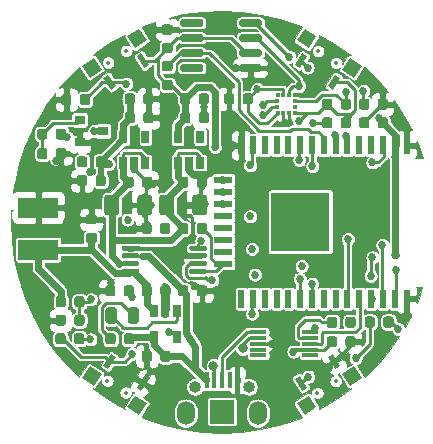
<source format=gbr>
%TF.GenerationSoftware,KiCad,Pcbnew,5.1.7+dfsg1-1~bpo10+1*%
%TF.CreationDate,Date%
%TF.ProjectId,osw-light,6f73772d-6c69-4676-9874-2e6b69636164,3.3*%
%TF.SameCoordinates,Original*%
%TF.FileFunction,Copper,L1,Top*%
%TF.FilePolarity,Positive*%
%FSLAX46Y46*%
G04 Gerber Fmt 4.6, Leading zero omitted, Abs format (unit mm)*
G04 Created by KiCad*
%MOMM*%
%LPD*%
G01*
G04 APERTURE LIST*
%TA.AperFunction,SMDPad,CuDef*%
%ADD10R,1.524000X0.600000*%
%TD*%
%TA.AperFunction,SMDPad,CuDef*%
%ADD11R,0.600000X1.524000*%
%TD*%
%TA.AperFunction,SMDPad,CuDef*%
%ADD12R,5.000000X5.000000*%
%TD*%
%TA.AperFunction,SMDPad,CuDef*%
%ADD13R,3.400000X1.700000*%
%TD*%
%TA.AperFunction,SMDPad,CuDef*%
%ADD14R,0.350000X0.375000*%
%TD*%
%TA.AperFunction,SMDPad,CuDef*%
%ADD15R,0.375000X0.350000*%
%TD*%
%TA.AperFunction,SMDPad,CuDef*%
%ADD16R,0.400000X1.350000*%
%TD*%
%TA.AperFunction,ComponentPad*%
%ADD17O,1.500000X2.000000*%
%TD*%
%TA.AperFunction,SMDPad,CuDef*%
%ADD18R,2.000000X2.000000*%
%TD*%
%TA.AperFunction,SMDPad,CuDef*%
%ADD19C,0.100000*%
%TD*%
%TA.AperFunction,SMDPad,CuDef*%
%ADD20R,0.650000X1.060000*%
%TD*%
%TA.AperFunction,SMDPad,CuDef*%
%ADD21R,1.400000X0.300000*%
%TD*%
%TA.AperFunction,SMDPad,CuDef*%
%ADD22R,0.900000X0.800000*%
%TD*%
%TA.AperFunction,ViaPad*%
%ADD23C,0.685800*%
%TD*%
%TA.AperFunction,ViaPad*%
%ADD24C,0.800000*%
%TD*%
%TA.AperFunction,Conductor*%
%ADD25C,0.250000*%
%TD*%
%TA.AperFunction,Conductor*%
%ADD26C,0.600000*%
%TD*%
%TA.AperFunction,Conductor*%
%ADD27C,0.300000*%
%TD*%
%TA.AperFunction,Conductor*%
%ADD28C,0.500000*%
%TD*%
%TA.AperFunction,Conductor*%
%ADD29C,0.100000*%
%TD*%
%ADD30C,0.330200*%
%ADD31C,0.350000*%
%ADD32O,0.999999X0.999999*%
%ADD33O,0.750000X1.200000*%
G04 APERTURE END LIST*
D10*
%TO.P,U7,23*%
%TO.N,/STAT_PWR*%
X76336000Y-105156000D03*
%TO.P,U7,22*%
%TO.N,Net-(U7-Pad22)*%
X76336000Y-104140000D03*
%TO.P,U7,21*%
%TO.N,Net-(U7-Pad21)*%
X76336000Y-103124000D03*
%TO.P,U7,20*%
%TO.N,Net-(U7-Pad20)*%
X76336000Y-102108000D03*
%TO.P,U7,19*%
%TO.N,Net-(U7-Pad19)*%
X76336000Y-101092000D03*
%TO.P,U7,18*%
%TO.N,/BTN2*%
X76336000Y-100076000D03*
%TO.P,U7,17*%
%TO.N,/PIN_LED*%
X76336000Y-99060000D03*
%TO.P,U7,16*%
%TO.N,/BTN3*%
X76336000Y-98044000D03*
D11*
%TO.P,U7,32*%
%TO.N,Net-(U7-Pad32)*%
X85836000Y-108100000D03*
%TO.P,U7,38*%
%TO.N,GND*%
X91836000Y-108100000D03*
%TO.P,U7,29*%
%TO.N,/TFT_CS*%
X82836000Y-108100000D03*
%TO.P,U7,30*%
%TO.N,/SCK*%
X83836000Y-108100000D03*
%TO.P,U7,37*%
%TO.N,/MOSI*%
X90836000Y-108100000D03*
%TO.P,U7,36*%
%TO.N,/SCL*%
X89836000Y-108100000D03*
%TO.P,U7,35*%
%TO.N,/TX*%
X88836000Y-108100000D03*
%TO.P,U7,34*%
%TO.N,/RX*%
X87836000Y-108100000D03*
%TO.P,U7,24*%
%TO.N,Net-(U7-Pad24)*%
X77836000Y-108100000D03*
%TO.P,U7,25*%
%TO.N,/FLASH*%
X78836000Y-108100000D03*
%TO.P,U7,31*%
%TO.N,Net-(U7-Pad31)*%
X84836000Y-108100000D03*
%TO.P,U7,27*%
%TO.N,Net-(U7-Pad27)*%
X80836000Y-108100000D03*
%TO.P,U7,33*%
%TO.N,/SDA*%
X86836000Y-108100000D03*
%TO.P,U7,28*%
%TO.N,Net-(U7-Pad28)*%
X81836000Y-108100000D03*
%TO.P,U7,26*%
%TO.N,Net-(U7-Pad26)*%
X79836000Y-108100000D03*
%TO.P,U7,1*%
%TO.N,GND*%
X91836000Y-95100000D03*
%TO.P,U7,2*%
%TO.N,+3V3*%
X90836000Y-95100000D03*
%TO.P,U7,3*%
%TO.N,/EN*%
X89836000Y-95100000D03*
%TO.P,U7,4*%
%TO.N,Net-(U7-Pad4)*%
X88836000Y-95100000D03*
%TO.P,U7,5*%
%TO.N,Net-(U7-Pad5)*%
X87836000Y-95100000D03*
%TO.P,U7,6*%
%TO.N,/IO34*%
X86836000Y-95100000D03*
%TO.P,U7,7*%
%TO.N,/IO35*%
X85836000Y-95100000D03*
%TO.P,U7,8*%
%TO.N,/RTC_INT*%
X84836000Y-95100000D03*
%TO.P,U7,9*%
%TO.N,/TFT_RST*%
X83836000Y-95100000D03*
%TO.P,U7,10*%
%TO.N,/B_MON*%
X82836000Y-95100000D03*
%TO.P,U7,11*%
%TO.N,Net-(U7-Pad11)*%
X81836000Y-95100000D03*
%TO.P,U7,12*%
%TO.N,Net-(U7-Pad12)*%
X80836000Y-95100000D03*
%TO.P,U7,13*%
%TO.N,Net-(U7-Pad13)*%
X79836000Y-95100000D03*
%TO.P,U7,14*%
%TO.N,/TFT_DC*%
X78836000Y-95100000D03*
%TO.P,U7,15*%
%TO.N,GND*%
X77836000Y-95100000D03*
D12*
%TO.P,U7,EP*%
%TO.N,N/C*%
X82836000Y-101600000D03*
%TD*%
D13*
%TO.P,J1,2*%
%TO.N,GND*%
X60642500Y-100393500D03*
%TO.P,J1,1*%
%TO.N,/VBAT*%
X60642500Y-103949500D03*
%TD*%
%TO.P,R1,2*%
%TO.N,Net-(R1-Pad2)*%
%TA.AperFunction,SMDPad,CuDef*%
G36*
G01*
X64801000Y-96263750D02*
X64801000Y-96776250D01*
G75*
G02*
X64582250Y-96995000I-218750J0D01*
G01*
X64144750Y-96995000D01*
G75*
G02*
X63926000Y-96776250I0J218750D01*
G01*
X63926000Y-96263750D01*
G75*
G02*
X64144750Y-96045000I218750J0D01*
G01*
X64582250Y-96045000D01*
G75*
G02*
X64801000Y-96263750I0J-218750D01*
G01*
G37*
%TD.AperFunction*%
%TO.P,R1,1*%
%TO.N,/3V3_2*%
%TA.AperFunction,SMDPad,CuDef*%
G36*
G01*
X66376000Y-96263750D02*
X66376000Y-96776250D01*
G75*
G02*
X66157250Y-96995000I-218750J0D01*
G01*
X65719750Y-96995000D01*
G75*
G02*
X65501000Y-96776250I0J218750D01*
G01*
X65501000Y-96263750D01*
G75*
G02*
X65719750Y-96045000I218750J0D01*
G01*
X66157250Y-96045000D01*
G75*
G02*
X66376000Y-96263750I0J-218750D01*
G01*
G37*
%TD.AperFunction*%
%TD*%
D14*
%TO.P,U2,2*%
%TO.N,/SDA*%
X81911000Y-90868000D03*
%TO.P,U2,3*%
%TO.N,+3V3*%
X81411000Y-90868000D03*
%TO.P,U2,9*%
%TO.N,GND*%
X81911000Y-92393000D03*
%TO.P,U2,8*%
X81411000Y-92393000D03*
%TO.P,U2,4*%
%TO.N,Net-(U2-Pad4)*%
X80911000Y-90868000D03*
%TO.P,U2,7*%
%TO.N,+3V3*%
X80911000Y-92393000D03*
%TO.P,U2,1*%
%TO.N,GND*%
X82411000Y-90868000D03*
%TO.P,U2,10*%
%TO.N,+3V3*%
X82411000Y-92393000D03*
D15*
%TO.P,U2,5*%
%TO.N,/IO34*%
X80898500Y-91380500D03*
%TO.P,U2,6*%
%TO.N,/IO35*%
X80898500Y-91880500D03*
%TO.P,U2,11*%
%TO.N,Net-(U2-Pad11)*%
X82423500Y-91880500D03*
%TO.P,U2,12*%
%TO.N,/SCL*%
X82423500Y-91380500D03*
%TD*%
D16*
%TO.P,U5,1*%
%TO.N,GND*%
X77500000Y-114990500D03*
%TO.P,U5,2*%
%TO.N,Net-(U5-Pad2)*%
X76850000Y-114990500D03*
%TO.P,U5,3*%
%TO.N,/D_P*%
X76200000Y-114990500D03*
%TO.P,U5,4*%
%TO.N,/D_N*%
X75550000Y-114990500D03*
%TO.P,U5,5*%
%TO.N,/VBUS*%
X74900000Y-114990500D03*
D17*
%TO.P,U5,*%
%TO.N,*%
X79248000Y-117792500D03*
D18*
X76200000Y-117665500D03*
D17*
X73152000Y-117792500D03*
%TD*%
%TA.AperFunction,SMDPad,CuDef*%
D19*
%TO.P,SW2,1*%
%TO.N,/BTN3*%
G36*
X82772665Y-88581970D02*
G01*
X82353330Y-88309651D01*
X83006897Y-87303246D01*
X83426232Y-87575565D01*
X82772665Y-88581970D01*
G37*
%TD.AperFunction*%
%TA.AperFunction,SMDPad,CuDef*%
%TO.P,SW2,2*%
%TO.N,+3V3*%
G36*
X85582212Y-90406511D02*
G01*
X85162877Y-90134192D01*
X85816444Y-89127787D01*
X86235779Y-89400106D01*
X85582212Y-90406511D01*
G37*
%TD.AperFunction*%
%TA.AperFunction,SMDPad,CuDef*%
%TO.P,SW2,*%
%TO.N,*%
G36*
X83556726Y-86895408D02*
G01*
X82550321Y-86241841D01*
X83203888Y-85235436D01*
X84210293Y-85889003D01*
X83556726Y-86895408D01*
G37*
%TD.AperFunction*%
%TA.AperFunction,SMDPad,CuDef*%
G36*
X87391127Y-89385497D02*
G01*
X86384722Y-88731930D01*
X87038289Y-87725525D01*
X88044694Y-88379092D01*
X87391127Y-89385497D01*
G37*
%TD.AperFunction*%
%TD*%
%TA.AperFunction,SMDPad,CuDef*%
%TO.P,SW1,1*%
%TO.N,/BTN2*%
G36*
X67237123Y-90134192D02*
G01*
X66817788Y-90406511D01*
X66164221Y-89400106D01*
X66583556Y-89127787D01*
X67237123Y-90134192D01*
G37*
%TD.AperFunction*%
%TA.AperFunction,SMDPad,CuDef*%
%TO.P,SW1,2*%
%TO.N,+3V3*%
G36*
X70046670Y-88309651D02*
G01*
X69627335Y-88581970D01*
X68973768Y-87575565D01*
X69393103Y-87303246D01*
X70046670Y-88309651D01*
G37*
%TD.AperFunction*%
%TA.AperFunction,SMDPad,CuDef*%
%TO.P,SW1,*%
%TO.N,*%
G36*
X66015278Y-88731930D02*
G01*
X65008873Y-89385497D01*
X64355306Y-88379092D01*
X65361711Y-87725525D01*
X66015278Y-88731930D01*
G37*
%TD.AperFunction*%
%TA.AperFunction,SMDPad,CuDef*%
G36*
X69849679Y-86241841D02*
G01*
X68843274Y-86895408D01*
X68189707Y-85889003D01*
X69196112Y-85235436D01*
X69849679Y-86241841D01*
G37*
%TD.AperFunction*%
%TD*%
%TA.AperFunction,SMDPad,CuDef*%
%TO.P,SW5,1*%
%TO.N,GND*%
G36*
X69627335Y-114618030D02*
G01*
X70046670Y-114890349D01*
X69393103Y-115896754D01*
X68973768Y-115624435D01*
X69627335Y-114618030D01*
G37*
%TD.AperFunction*%
%TA.AperFunction,SMDPad,CuDef*%
%TO.P,SW5,2*%
%TO.N,/FLASH*%
G36*
X66817788Y-112793489D02*
G01*
X67237123Y-113065808D01*
X66583556Y-114072213D01*
X66164221Y-113799894D01*
X66817788Y-112793489D01*
G37*
%TD.AperFunction*%
%TA.AperFunction,SMDPad,CuDef*%
%TO.P,SW5,*%
%TO.N,*%
G36*
X68843274Y-116304592D02*
G01*
X69849679Y-116958159D01*
X69196112Y-117964564D01*
X68189707Y-117310997D01*
X68843274Y-116304592D01*
G37*
%TD.AperFunction*%
%TA.AperFunction,SMDPad,CuDef*%
G36*
X65008873Y-113814503D02*
G01*
X66015278Y-114468070D01*
X65361711Y-115474475D01*
X64355306Y-114820908D01*
X65008873Y-113814503D01*
G37*
%TD.AperFunction*%
%TD*%
%TA.AperFunction,SMDPad,CuDef*%
%TO.P,SW4,1*%
%TO.N,GND*%
G36*
X85162877Y-113065808D02*
G01*
X85582212Y-112793489D01*
X86235779Y-113799894D01*
X85816444Y-114072213D01*
X85162877Y-113065808D01*
G37*
%TD.AperFunction*%
%TA.AperFunction,SMDPad,CuDef*%
%TO.P,SW4,2*%
%TO.N,/EN*%
G36*
X82353330Y-114890349D02*
G01*
X82772665Y-114618030D01*
X83426232Y-115624435D01*
X83006897Y-115896754D01*
X82353330Y-114890349D01*
G37*
%TD.AperFunction*%
%TA.AperFunction,SMDPad,CuDef*%
%TO.P,SW4,*%
%TO.N,*%
G36*
X86384722Y-114468070D02*
G01*
X87391127Y-113814503D01*
X88044694Y-114820908D01*
X87038289Y-115474475D01*
X86384722Y-114468070D01*
G37*
%TD.AperFunction*%
%TA.AperFunction,SMDPad,CuDef*%
G36*
X82550321Y-116958159D02*
G01*
X83556726Y-116304592D01*
X84210293Y-117310997D01*
X83203888Y-117964564D01*
X82550321Y-116958159D01*
G37*
%TD.AperFunction*%
%TD*%
%TO.P,R18,2*%
%TO.N,+3V3*%
%TA.AperFunction,SMDPad,CuDef*%
G36*
G01*
X71308250Y-89567500D02*
X71820750Y-89567500D01*
G75*
G02*
X72039500Y-89786250I0J-218750D01*
G01*
X72039500Y-90223750D01*
G75*
G02*
X71820750Y-90442500I-218750J0D01*
G01*
X71308250Y-90442500D01*
G75*
G02*
X71089500Y-90223750I0J218750D01*
G01*
X71089500Y-89786250D01*
G75*
G02*
X71308250Y-89567500I218750J0D01*
G01*
G37*
%TD.AperFunction*%
%TO.P,R18,1*%
%TO.N,/RTC_INT*%
%TA.AperFunction,SMDPad,CuDef*%
G36*
G01*
X71308250Y-87992500D02*
X71820750Y-87992500D01*
G75*
G02*
X72039500Y-88211250I0J-218750D01*
G01*
X72039500Y-88648750D01*
G75*
G02*
X71820750Y-88867500I-218750J0D01*
G01*
X71308250Y-88867500D01*
G75*
G02*
X71089500Y-88648750I0J218750D01*
G01*
X71089500Y-88211250D01*
G75*
G02*
X71308250Y-87992500I218750J0D01*
G01*
G37*
%TD.AperFunction*%
%TD*%
%TO.P,C11,2*%
%TO.N,GND*%
%TA.AperFunction,SMDPad,CuDef*%
G36*
G01*
X71820750Y-85756000D02*
X71308250Y-85756000D01*
G75*
G02*
X71089500Y-85537250I0J218750D01*
G01*
X71089500Y-85099750D01*
G75*
G02*
X71308250Y-84881000I218750J0D01*
G01*
X71820750Y-84881000D01*
G75*
G02*
X72039500Y-85099750I0J-218750D01*
G01*
X72039500Y-85537250D01*
G75*
G02*
X71820750Y-85756000I-218750J0D01*
G01*
G37*
%TD.AperFunction*%
%TO.P,C11,1*%
%TO.N,+3V3*%
%TA.AperFunction,SMDPad,CuDef*%
G36*
G01*
X71820750Y-87331000D02*
X71308250Y-87331000D01*
G75*
G02*
X71089500Y-87112250I0J218750D01*
G01*
X71089500Y-86674750D01*
G75*
G02*
X71308250Y-86456000I218750J0D01*
G01*
X71820750Y-86456000D01*
G75*
G02*
X72039500Y-86674750I0J-218750D01*
G01*
X72039500Y-87112250D01*
G75*
G02*
X71820750Y-87331000I-218750J0D01*
G01*
G37*
%TD.AperFunction*%
%TD*%
%TO.P,C22,2*%
%TO.N,GND*%
%TA.AperFunction,SMDPad,CuDef*%
G36*
G01*
X64801000Y-97851250D02*
X64801000Y-98363750D01*
G75*
G02*
X64582250Y-98582500I-218750J0D01*
G01*
X64144750Y-98582500D01*
G75*
G02*
X63926000Y-98363750I0J218750D01*
G01*
X63926000Y-97851250D01*
G75*
G02*
X64144750Y-97632500I218750J0D01*
G01*
X64582250Y-97632500D01*
G75*
G02*
X64801000Y-97851250I0J-218750D01*
G01*
G37*
%TD.AperFunction*%
%TO.P,C22,1*%
%TO.N,/3V3_2*%
%TA.AperFunction,SMDPad,CuDef*%
G36*
G01*
X66376000Y-97851250D02*
X66376000Y-98363750D01*
G75*
G02*
X66157250Y-98582500I-218750J0D01*
G01*
X65719750Y-98582500D01*
G75*
G02*
X65501000Y-98363750I0J218750D01*
G01*
X65501000Y-97851250D01*
G75*
G02*
X65719750Y-97632500I218750J0D01*
G01*
X66157250Y-97632500D01*
G75*
G02*
X66376000Y-97851250I0J-218750D01*
G01*
G37*
%TD.AperFunction*%
%TD*%
D20*
%TO.P,U13,5*%
%TO.N,/3V3_2*%
X67833200Y-94404000D03*
%TO.P,U13,4*%
%TO.N,Net-(U13-Pad4)*%
X69733200Y-94404000D03*
%TO.P,U13,3*%
%TO.N,/VCC*%
X69733200Y-96604000D03*
%TO.P,U13,2*%
%TO.N,GND*%
X68783200Y-96604000D03*
%TO.P,U13,1*%
%TO.N,/VCC*%
X67833200Y-96604000D03*
%TD*%
%TO.P,U10,5*%
%TO.N,+3V3*%
X72456000Y-94404000D03*
%TO.P,U10,4*%
%TO.N,Net-(U10-Pad4)*%
X74356000Y-94404000D03*
%TO.P,U10,3*%
%TO.N,/VCC*%
X74356000Y-96604000D03*
%TO.P,U10,2*%
%TO.N,GND*%
X73406000Y-96604000D03*
%TO.P,U10,1*%
%TO.N,/VCC*%
X72456000Y-96604000D03*
%TD*%
%TO.P,R22,2*%
%TO.N,Net-(Q1-Pad1)*%
%TA.AperFunction,SMDPad,CuDef*%
G36*
G01*
X61435500Y-95565250D02*
X61435500Y-96077750D01*
G75*
G02*
X61216750Y-96296500I-218750J0D01*
G01*
X60779250Y-96296500D01*
G75*
G02*
X60560500Y-96077750I0J218750D01*
G01*
X60560500Y-95565250D01*
G75*
G02*
X60779250Y-95346500I218750J0D01*
G01*
X61216750Y-95346500D01*
G75*
G02*
X61435500Y-95565250I0J-218750D01*
G01*
G37*
%TD.AperFunction*%
%TO.P,R22,1*%
%TO.N,GND*%
%TA.AperFunction,SMDPad,CuDef*%
G36*
G01*
X63010500Y-95565250D02*
X63010500Y-96077750D01*
G75*
G02*
X62791750Y-96296500I-218750J0D01*
G01*
X62354250Y-96296500D01*
G75*
G02*
X62135500Y-96077750I0J218750D01*
G01*
X62135500Y-95565250D01*
G75*
G02*
X62354250Y-95346500I218750J0D01*
G01*
X62791750Y-95346500D01*
G75*
G02*
X63010500Y-95565250I0J-218750D01*
G01*
G37*
%TD.AperFunction*%
%TD*%
%TO.P,R21,2*%
%TO.N,/PIN_LED*%
%TA.AperFunction,SMDPad,CuDef*%
G36*
G01*
X62135500Y-94426750D02*
X62135500Y-93914250D01*
G75*
G02*
X62354250Y-93695500I218750J0D01*
G01*
X62791750Y-93695500D01*
G75*
G02*
X63010500Y-93914250I0J-218750D01*
G01*
X63010500Y-94426750D01*
G75*
G02*
X62791750Y-94645500I-218750J0D01*
G01*
X62354250Y-94645500D01*
G75*
G02*
X62135500Y-94426750I0J218750D01*
G01*
G37*
%TD.AperFunction*%
%TO.P,R21,1*%
%TO.N,Net-(Q1-Pad1)*%
%TA.AperFunction,SMDPad,CuDef*%
G36*
G01*
X60560500Y-94426750D02*
X60560500Y-93914250D01*
G75*
G02*
X60779250Y-93695500I218750J0D01*
G01*
X61216750Y-93695500D01*
G75*
G02*
X61435500Y-93914250I0J-218750D01*
G01*
X61435500Y-94426750D01*
G75*
G02*
X61216750Y-94645500I-218750J0D01*
G01*
X60779250Y-94645500D01*
G75*
G02*
X60560500Y-94426750I0J218750D01*
G01*
G37*
%TD.AperFunction*%
%TD*%
%TO.P,C19,2*%
%TO.N,GND*%
%TA.AperFunction,SMDPad,CuDef*%
G36*
G01*
X69539500Y-91442250D02*
X69539500Y-90929750D01*
G75*
G02*
X69758250Y-90711000I218750J0D01*
G01*
X70195750Y-90711000D01*
G75*
G02*
X70414500Y-90929750I0J-218750D01*
G01*
X70414500Y-91442250D01*
G75*
G02*
X70195750Y-91661000I-218750J0D01*
G01*
X69758250Y-91661000D01*
G75*
G02*
X69539500Y-91442250I0J218750D01*
G01*
G37*
%TD.AperFunction*%
%TO.P,C19,1*%
%TO.N,/3V3_2*%
%TA.AperFunction,SMDPad,CuDef*%
G36*
G01*
X67964500Y-91442250D02*
X67964500Y-90929750D01*
G75*
G02*
X68183250Y-90711000I218750J0D01*
G01*
X68620750Y-90711000D01*
G75*
G02*
X68839500Y-90929750I0J-218750D01*
G01*
X68839500Y-91442250D01*
G75*
G02*
X68620750Y-91661000I-218750J0D01*
G01*
X68183250Y-91661000D01*
G75*
G02*
X67964500Y-91442250I0J218750D01*
G01*
G37*
%TD.AperFunction*%
%TD*%
%TO.P,C18,2*%
%TO.N,GND*%
%TA.AperFunction,SMDPad,CuDef*%
G36*
G01*
X74238600Y-91442250D02*
X74238600Y-90929750D01*
G75*
G02*
X74457350Y-90711000I218750J0D01*
G01*
X74894850Y-90711000D01*
G75*
G02*
X75113600Y-90929750I0J-218750D01*
G01*
X75113600Y-91442250D01*
G75*
G02*
X74894850Y-91661000I-218750J0D01*
G01*
X74457350Y-91661000D01*
G75*
G02*
X74238600Y-91442250I0J218750D01*
G01*
G37*
%TD.AperFunction*%
%TO.P,C18,1*%
%TO.N,+3V3*%
%TA.AperFunction,SMDPad,CuDef*%
G36*
G01*
X72663600Y-91442250D02*
X72663600Y-90929750D01*
G75*
G02*
X72882350Y-90711000I218750J0D01*
G01*
X73319850Y-90711000D01*
G75*
G02*
X73538600Y-90929750I0J-218750D01*
G01*
X73538600Y-91442250D01*
G75*
G02*
X73319850Y-91661000I-218750J0D01*
G01*
X72882350Y-91661000D01*
G75*
G02*
X72663600Y-91442250I0J218750D01*
G01*
G37*
%TD.AperFunction*%
%TD*%
%TO.P,C17,2*%
%TO.N,GND*%
%TA.AperFunction,SMDPad,CuDef*%
G36*
G01*
X69539500Y-93029750D02*
X69539500Y-92517250D01*
G75*
G02*
X69758250Y-92298500I218750J0D01*
G01*
X70195750Y-92298500D01*
G75*
G02*
X70414500Y-92517250I0J-218750D01*
G01*
X70414500Y-93029750D01*
G75*
G02*
X70195750Y-93248500I-218750J0D01*
G01*
X69758250Y-93248500D01*
G75*
G02*
X69539500Y-93029750I0J218750D01*
G01*
G37*
%TD.AperFunction*%
%TO.P,C17,1*%
%TO.N,/3V3_2*%
%TA.AperFunction,SMDPad,CuDef*%
G36*
G01*
X67964500Y-93029750D02*
X67964500Y-92517250D01*
G75*
G02*
X68183250Y-92298500I218750J0D01*
G01*
X68620750Y-92298500D01*
G75*
G02*
X68839500Y-92517250I0J-218750D01*
G01*
X68839500Y-93029750D01*
G75*
G02*
X68620750Y-93248500I-218750J0D01*
G01*
X68183250Y-93248500D01*
G75*
G02*
X67964500Y-93029750I0J218750D01*
G01*
G37*
%TD.AperFunction*%
%TD*%
%TO.P,C16,2*%
%TO.N,GND*%
%TA.AperFunction,SMDPad,CuDef*%
G36*
G01*
X74238600Y-93029750D02*
X74238600Y-92517250D01*
G75*
G02*
X74457350Y-92298500I218750J0D01*
G01*
X74894850Y-92298500D01*
G75*
G02*
X75113600Y-92517250I0J-218750D01*
G01*
X75113600Y-93029750D01*
G75*
G02*
X74894850Y-93248500I-218750J0D01*
G01*
X74457350Y-93248500D01*
G75*
G02*
X74238600Y-93029750I0J218750D01*
G01*
G37*
%TD.AperFunction*%
%TO.P,C16,1*%
%TO.N,+3V3*%
%TA.AperFunction,SMDPad,CuDef*%
G36*
G01*
X72663600Y-93029750D02*
X72663600Y-92517250D01*
G75*
G02*
X72882350Y-92298500I218750J0D01*
G01*
X73319850Y-92298500D01*
G75*
G02*
X73538600Y-92517250I0J-218750D01*
G01*
X73538600Y-93029750D01*
G75*
G02*
X73319850Y-93248500I-218750J0D01*
G01*
X72882350Y-93248500D01*
G75*
G02*
X72663600Y-93029750I0J218750D01*
G01*
G37*
%TD.AperFunction*%
%TD*%
%TO.P,C15,2*%
%TO.N,GND*%
%TA.AperFunction,SMDPad,CuDef*%
G36*
G01*
X69438000Y-98503450D02*
X69438000Y-97990950D01*
G75*
G02*
X69656750Y-97772200I218750J0D01*
G01*
X70094250Y-97772200D01*
G75*
G02*
X70313000Y-97990950I0J-218750D01*
G01*
X70313000Y-98503450D01*
G75*
G02*
X70094250Y-98722200I-218750J0D01*
G01*
X69656750Y-98722200D01*
G75*
G02*
X69438000Y-98503450I0J218750D01*
G01*
G37*
%TD.AperFunction*%
%TO.P,C15,1*%
%TO.N,/VCC*%
%TA.AperFunction,SMDPad,CuDef*%
G36*
G01*
X67863000Y-98503450D02*
X67863000Y-97990950D01*
G75*
G02*
X68081750Y-97772200I218750J0D01*
G01*
X68519250Y-97772200D01*
G75*
G02*
X68738000Y-97990950I0J-218750D01*
G01*
X68738000Y-98503450D01*
G75*
G02*
X68519250Y-98722200I-218750J0D01*
G01*
X68081750Y-98722200D01*
G75*
G02*
X67863000Y-98503450I0J218750D01*
G01*
G37*
%TD.AperFunction*%
%TD*%
%TO.P,C14,2*%
%TO.N,GND*%
%TA.AperFunction,SMDPad,CuDef*%
G36*
G01*
X74060800Y-98503450D02*
X74060800Y-97990950D01*
G75*
G02*
X74279550Y-97772200I218750J0D01*
G01*
X74717050Y-97772200D01*
G75*
G02*
X74935800Y-97990950I0J-218750D01*
G01*
X74935800Y-98503450D01*
G75*
G02*
X74717050Y-98722200I-218750J0D01*
G01*
X74279550Y-98722200D01*
G75*
G02*
X74060800Y-98503450I0J218750D01*
G01*
G37*
%TD.AperFunction*%
%TO.P,C14,1*%
%TO.N,/VCC*%
%TA.AperFunction,SMDPad,CuDef*%
G36*
G01*
X72485800Y-98503450D02*
X72485800Y-97990950D01*
G75*
G02*
X72704550Y-97772200I218750J0D01*
G01*
X73142050Y-97772200D01*
G75*
G02*
X73360800Y-97990950I0J-218750D01*
G01*
X73360800Y-98503450D01*
G75*
G02*
X73142050Y-98722200I-218750J0D01*
G01*
X72704550Y-98722200D01*
G75*
G02*
X72485800Y-98503450I0J218750D01*
G01*
G37*
%TD.AperFunction*%
%TD*%
%TO.P,C6,2*%
%TO.N,GND*%
%TA.AperFunction,SMDPad,CuDef*%
G36*
G01*
X69050200Y-100802600D02*
X69050200Y-99552600D01*
G75*
G02*
X69300200Y-99302600I250000J0D01*
G01*
X70050200Y-99302600D01*
G75*
G02*
X70300200Y-99552600I0J-250000D01*
G01*
X70300200Y-100802600D01*
G75*
G02*
X70050200Y-101052600I-250000J0D01*
G01*
X69300200Y-101052600D01*
G75*
G02*
X69050200Y-100802600I0J250000D01*
G01*
G37*
%TD.AperFunction*%
%TO.P,C6,1*%
%TO.N,/VCC*%
%TA.AperFunction,SMDPad,CuDef*%
G36*
G01*
X66250200Y-100802600D02*
X66250200Y-99552600D01*
G75*
G02*
X66500200Y-99302600I250000J0D01*
G01*
X67250200Y-99302600D01*
G75*
G02*
X67500200Y-99552600I0J-250000D01*
G01*
X67500200Y-100802600D01*
G75*
G02*
X67250200Y-101052600I-250000J0D01*
G01*
X66500200Y-101052600D01*
G75*
G02*
X66250200Y-100802600I0J250000D01*
G01*
G37*
%TD.AperFunction*%
%TD*%
%TO.P,C5,2*%
%TO.N,GND*%
%TA.AperFunction,SMDPad,CuDef*%
G36*
G01*
X73695400Y-100802600D02*
X73695400Y-99552600D01*
G75*
G02*
X73945400Y-99302600I250000J0D01*
G01*
X74695400Y-99302600D01*
G75*
G02*
X74945400Y-99552600I0J-250000D01*
G01*
X74945400Y-100802600D01*
G75*
G02*
X74695400Y-101052600I-250000J0D01*
G01*
X73945400Y-101052600D01*
G75*
G02*
X73695400Y-100802600I0J250000D01*
G01*
G37*
%TD.AperFunction*%
%TO.P,C5,1*%
%TO.N,/VCC*%
%TA.AperFunction,SMDPad,CuDef*%
G36*
G01*
X70895400Y-100802600D02*
X70895400Y-99552600D01*
G75*
G02*
X71145400Y-99302600I250000J0D01*
G01*
X71895400Y-99302600D01*
G75*
G02*
X72145400Y-99552600I0J-250000D01*
G01*
X72145400Y-100802600D01*
G75*
G02*
X71895400Y-101052600I-250000J0D01*
G01*
X71145400Y-101052600D01*
G75*
G02*
X70895400Y-100802600I0J250000D01*
G01*
G37*
%TD.AperFunction*%
%TD*%
%TO.P,U9,1*%
%TO.N,/STAT_PWR*%
%TA.AperFunction,SMDPad,CuDef*%
G36*
G01*
X74923200Y-105675400D02*
X74923200Y-105875400D01*
G75*
G02*
X74823200Y-105975400I-100000J0D01*
G01*
X73548200Y-105975400D01*
G75*
G02*
X73448200Y-105875400I0J100000D01*
G01*
X73448200Y-105675400D01*
G75*
G02*
X73548200Y-105575400I100000J0D01*
G01*
X74823200Y-105575400D01*
G75*
G02*
X74923200Y-105675400I0J-100000D01*
G01*
G37*
%TD.AperFunction*%
%TO.P,U9,2*%
%TO.N,/VBAT*%
%TA.AperFunction,SMDPad,CuDef*%
G36*
G01*
X74923200Y-105025400D02*
X74923200Y-105225400D01*
G75*
G02*
X74823200Y-105325400I-100000J0D01*
G01*
X73548200Y-105325400D01*
G75*
G02*
X73448200Y-105225400I0J100000D01*
G01*
X73448200Y-105025400D01*
G75*
G02*
X73548200Y-104925400I100000J0D01*
G01*
X74823200Y-104925400D01*
G75*
G02*
X74923200Y-105025400I0J-100000D01*
G01*
G37*
%TD.AperFunction*%
%TO.P,U9,3*%
%TO.N,GND*%
%TA.AperFunction,SMDPad,CuDef*%
G36*
G01*
X74923200Y-104375400D02*
X74923200Y-104575400D01*
G75*
G02*
X74823200Y-104675400I-100000J0D01*
G01*
X73548200Y-104675400D01*
G75*
G02*
X73448200Y-104575400I0J100000D01*
G01*
X73448200Y-104375400D01*
G75*
G02*
X73548200Y-104275400I100000J0D01*
G01*
X74823200Y-104275400D01*
G75*
G02*
X74923200Y-104375400I0J-100000D01*
G01*
G37*
%TD.AperFunction*%
%TO.P,U9,4*%
%TO.N,Net-(R14-Pad1)*%
%TA.AperFunction,SMDPad,CuDef*%
G36*
G01*
X74923200Y-103725400D02*
X74923200Y-103925400D01*
G75*
G02*
X74823200Y-104025400I-100000J0D01*
G01*
X73548200Y-104025400D01*
G75*
G02*
X73448200Y-103925400I0J100000D01*
G01*
X73448200Y-103725400D01*
G75*
G02*
X73548200Y-103625400I100000J0D01*
G01*
X74823200Y-103625400D01*
G75*
G02*
X74923200Y-103725400I0J-100000D01*
G01*
G37*
%TD.AperFunction*%
%TO.P,U9,5*%
%TO.N,GND*%
%TA.AperFunction,SMDPad,CuDef*%
G36*
G01*
X69198200Y-103725400D02*
X69198200Y-103925400D01*
G75*
G02*
X69098200Y-104025400I-100000J0D01*
G01*
X67823200Y-104025400D01*
G75*
G02*
X67723200Y-103925400I0J100000D01*
G01*
X67723200Y-103725400D01*
G75*
G02*
X67823200Y-103625400I100000J0D01*
G01*
X69098200Y-103625400D01*
G75*
G02*
X69198200Y-103725400I0J-100000D01*
G01*
G37*
%TD.AperFunction*%
%TO.P,U9,6*%
%TO.N,/VBUS*%
%TA.AperFunction,SMDPad,CuDef*%
G36*
G01*
X69198200Y-104375400D02*
X69198200Y-104575400D01*
G75*
G02*
X69098200Y-104675400I-100000J0D01*
G01*
X67823200Y-104675400D01*
G75*
G02*
X67723200Y-104575400I0J100000D01*
G01*
X67723200Y-104375400D01*
G75*
G02*
X67823200Y-104275400I100000J0D01*
G01*
X69098200Y-104275400D01*
G75*
G02*
X69198200Y-104375400I0J-100000D01*
G01*
G37*
%TD.AperFunction*%
%TO.P,U9,7*%
%TO.N,/VCC*%
%TA.AperFunction,SMDPad,CuDef*%
G36*
G01*
X69198200Y-105025400D02*
X69198200Y-105225400D01*
G75*
G02*
X69098200Y-105325400I-100000J0D01*
G01*
X67823200Y-105325400D01*
G75*
G02*
X67723200Y-105225400I0J100000D01*
G01*
X67723200Y-105025400D01*
G75*
G02*
X67823200Y-104925400I100000J0D01*
G01*
X69098200Y-104925400D01*
G75*
G02*
X69198200Y-105025400I0J-100000D01*
G01*
G37*
%TD.AperFunction*%
%TO.P,U9,8*%
%TO.N,/VBAT*%
%TA.AperFunction,SMDPad,CuDef*%
G36*
G01*
X69198200Y-105675400D02*
X69198200Y-105875400D01*
G75*
G02*
X69098200Y-105975400I-100000J0D01*
G01*
X67823200Y-105975400D01*
G75*
G02*
X67723200Y-105875400I0J100000D01*
G01*
X67723200Y-105675400D01*
G75*
G02*
X67823200Y-105575400I100000J0D01*
G01*
X69098200Y-105575400D01*
G75*
G02*
X69198200Y-105675400I0J-100000D01*
G01*
G37*
%TD.AperFunction*%
%TD*%
%TO.P,R19,2*%
%TO.N,/STAT_PWR*%
%TA.AperFunction,SMDPad,CuDef*%
G36*
G01*
X74073500Y-102427750D02*
X74073500Y-101915250D01*
G75*
G02*
X74292250Y-101696500I218750J0D01*
G01*
X74729750Y-101696500D01*
G75*
G02*
X74948500Y-101915250I0J-218750D01*
G01*
X74948500Y-102427750D01*
G75*
G02*
X74729750Y-102646500I-218750J0D01*
G01*
X74292250Y-102646500D01*
G75*
G02*
X74073500Y-102427750I0J218750D01*
G01*
G37*
%TD.AperFunction*%
%TO.P,R19,1*%
%TO.N,/VCC*%
%TA.AperFunction,SMDPad,CuDef*%
G36*
G01*
X72498500Y-102427750D02*
X72498500Y-101915250D01*
G75*
G02*
X72717250Y-101696500I218750J0D01*
G01*
X73154750Y-101696500D01*
G75*
G02*
X73373500Y-101915250I0J-218750D01*
G01*
X73373500Y-102427750D01*
G75*
G02*
X73154750Y-102646500I-218750J0D01*
G01*
X72717250Y-102646500D01*
G75*
G02*
X72498500Y-102427750I0J218750D01*
G01*
G37*
%TD.AperFunction*%
%TD*%
%TO.P,C13,2*%
%TO.N,GND*%
%TA.AperFunction,SMDPad,CuDef*%
G36*
G01*
X77247000Y-90929750D02*
X77247000Y-91442250D01*
G75*
G02*
X77028250Y-91661000I-218750J0D01*
G01*
X76590750Y-91661000D01*
G75*
G02*
X76372000Y-91442250I0J218750D01*
G01*
X76372000Y-90929750D01*
G75*
G02*
X76590750Y-90711000I218750J0D01*
G01*
X77028250Y-90711000D01*
G75*
G02*
X77247000Y-90929750I0J-218750D01*
G01*
G37*
%TD.AperFunction*%
%TO.P,C13,1*%
%TO.N,+3V3*%
%TA.AperFunction,SMDPad,CuDef*%
G36*
G01*
X78822000Y-90929750D02*
X78822000Y-91442250D01*
G75*
G02*
X78603250Y-91661000I-218750J0D01*
G01*
X78165750Y-91661000D01*
G75*
G02*
X77947000Y-91442250I0J218750D01*
G01*
X77947000Y-90929750D01*
G75*
G02*
X78165750Y-90711000I218750J0D01*
G01*
X78603250Y-90711000D01*
G75*
G02*
X78822000Y-90929750I0J-218750D01*
G01*
G37*
%TD.AperFunction*%
%TD*%
%TO.P,C9,2*%
%TO.N,GND*%
%TA.AperFunction,SMDPad,CuDef*%
G36*
G01*
X86659200Y-112016250D02*
X86659200Y-111503750D01*
G75*
G02*
X86877950Y-111285000I218750J0D01*
G01*
X87315450Y-111285000D01*
G75*
G02*
X87534200Y-111503750I0J-218750D01*
G01*
X87534200Y-112016250D01*
G75*
G02*
X87315450Y-112235000I-218750J0D01*
G01*
X86877950Y-112235000D01*
G75*
G02*
X86659200Y-112016250I0J218750D01*
G01*
G37*
%TD.AperFunction*%
%TO.P,C9,1*%
%TO.N,+3V3*%
%TA.AperFunction,SMDPad,CuDef*%
G36*
G01*
X85084200Y-112016250D02*
X85084200Y-111503750D01*
G75*
G02*
X85302950Y-111285000I218750J0D01*
G01*
X85740450Y-111285000D01*
G75*
G02*
X85959200Y-111503750I0J-218750D01*
G01*
X85959200Y-112016250D01*
G75*
G02*
X85740450Y-112235000I-218750J0D01*
G01*
X85302950Y-112235000D01*
G75*
G02*
X85084200Y-112016250I0J218750D01*
G01*
G37*
%TD.AperFunction*%
%TD*%
%TO.P,C8,2*%
%TO.N,GND*%
%TA.AperFunction,SMDPad,CuDef*%
G36*
G01*
X88676900Y-92961750D02*
X88676900Y-93474250D01*
G75*
G02*
X88458150Y-93693000I-218750J0D01*
G01*
X88020650Y-93693000D01*
G75*
G02*
X87801900Y-93474250I0J218750D01*
G01*
X87801900Y-92961750D01*
G75*
G02*
X88020650Y-92743000I218750J0D01*
G01*
X88458150Y-92743000D01*
G75*
G02*
X88676900Y-92961750I0J-218750D01*
G01*
G37*
%TD.AperFunction*%
%TO.P,C8,1*%
%TO.N,+3V3*%
%TA.AperFunction,SMDPad,CuDef*%
G36*
G01*
X90251900Y-92961750D02*
X90251900Y-93474250D01*
G75*
G02*
X90033150Y-93693000I-218750J0D01*
G01*
X89595650Y-93693000D01*
G75*
G02*
X89376900Y-93474250I0J218750D01*
G01*
X89376900Y-92961750D01*
G75*
G02*
X89595650Y-92743000I218750J0D01*
G01*
X90033150Y-92743000D01*
G75*
G02*
X90251900Y-92961750I0J-218750D01*
G01*
G37*
%TD.AperFunction*%
%TD*%
%TO.P,R17,2*%
%TO.N,GND*%
%TA.AperFunction,SMDPad,CuDef*%
G36*
G01*
X62997600Y-109674950D02*
X62997600Y-110187450D01*
G75*
G02*
X62778850Y-110406200I-218750J0D01*
G01*
X62341350Y-110406200D01*
G75*
G02*
X62122600Y-110187450I0J218750D01*
G01*
X62122600Y-109674950D01*
G75*
G02*
X62341350Y-109456200I218750J0D01*
G01*
X62778850Y-109456200D01*
G75*
G02*
X62997600Y-109674950I0J-218750D01*
G01*
G37*
%TD.AperFunction*%
%TO.P,R17,1*%
%TO.N,/B_MON*%
%TA.AperFunction,SMDPad,CuDef*%
G36*
G01*
X64572600Y-109674950D02*
X64572600Y-110187450D01*
G75*
G02*
X64353850Y-110406200I-218750J0D01*
G01*
X63916350Y-110406200D01*
G75*
G02*
X63697600Y-110187450I0J218750D01*
G01*
X63697600Y-109674950D01*
G75*
G02*
X63916350Y-109456200I218750J0D01*
G01*
X64353850Y-109456200D01*
G75*
G02*
X64572600Y-109674950I0J-218750D01*
G01*
G37*
%TD.AperFunction*%
%TD*%
%TO.P,R16,2*%
%TO.N,/B_MON*%
%TA.AperFunction,SMDPad,CuDef*%
G36*
G01*
X63697600Y-108612650D02*
X63697600Y-108100150D01*
G75*
G02*
X63916350Y-107881400I218750J0D01*
G01*
X64353850Y-107881400D01*
G75*
G02*
X64572600Y-108100150I0J-218750D01*
G01*
X64572600Y-108612650D01*
G75*
G02*
X64353850Y-108831400I-218750J0D01*
G01*
X63916350Y-108831400D01*
G75*
G02*
X63697600Y-108612650I0J218750D01*
G01*
G37*
%TD.AperFunction*%
%TO.P,R16,1*%
%TO.N,/VBAT*%
%TA.AperFunction,SMDPad,CuDef*%
G36*
G01*
X62122600Y-108612650D02*
X62122600Y-108100150D01*
G75*
G02*
X62341350Y-107881400I218750J0D01*
G01*
X62778850Y-107881400D01*
G75*
G02*
X62997600Y-108100150I0J-218750D01*
G01*
X62997600Y-108612650D01*
G75*
G02*
X62778850Y-108831400I-218750J0D01*
G01*
X62341350Y-108831400D01*
G75*
G02*
X62122600Y-108612650I0J218750D01*
G01*
G37*
%TD.AperFunction*%
%TD*%
%TO.P,R7,2*%
%TO.N,/SCL*%
%TA.AperFunction,SMDPad,CuDef*%
G36*
G01*
X86265500Y-91886750D02*
X86265500Y-91374250D01*
G75*
G02*
X86484250Y-91155500I218750J0D01*
G01*
X86921750Y-91155500D01*
G75*
G02*
X87140500Y-91374250I0J-218750D01*
G01*
X87140500Y-91886750D01*
G75*
G02*
X86921750Y-92105500I-218750J0D01*
G01*
X86484250Y-92105500D01*
G75*
G02*
X86265500Y-91886750I0J218750D01*
G01*
G37*
%TD.AperFunction*%
%TO.P,R7,1*%
%TO.N,+3V3*%
%TA.AperFunction,SMDPad,CuDef*%
G36*
G01*
X84690500Y-91886750D02*
X84690500Y-91374250D01*
G75*
G02*
X84909250Y-91155500I218750J0D01*
G01*
X85346750Y-91155500D01*
G75*
G02*
X85565500Y-91374250I0J-218750D01*
G01*
X85565500Y-91886750D01*
G75*
G02*
X85346750Y-92105500I-218750J0D01*
G01*
X84909250Y-92105500D01*
G75*
G02*
X84690500Y-91886750I0J218750D01*
G01*
G37*
%TD.AperFunction*%
%TD*%
%TO.P,R6,2*%
%TO.N,/SDA*%
%TA.AperFunction,SMDPad,CuDef*%
G36*
G01*
X85565500Y-92961750D02*
X85565500Y-93474250D01*
G75*
G02*
X85346750Y-93693000I-218750J0D01*
G01*
X84909250Y-93693000D01*
G75*
G02*
X84690500Y-93474250I0J218750D01*
G01*
X84690500Y-92961750D01*
G75*
G02*
X84909250Y-92743000I218750J0D01*
G01*
X85346750Y-92743000D01*
G75*
G02*
X85565500Y-92961750I0J-218750D01*
G01*
G37*
%TD.AperFunction*%
%TO.P,R6,1*%
%TO.N,+3V3*%
%TA.AperFunction,SMDPad,CuDef*%
G36*
G01*
X87140500Y-92961750D02*
X87140500Y-93474250D01*
G75*
G02*
X86921750Y-93693000I-218750J0D01*
G01*
X86484250Y-93693000D01*
G75*
G02*
X86265500Y-93474250I0J218750D01*
G01*
X86265500Y-92961750D01*
G75*
G02*
X86484250Y-92743000I218750J0D01*
G01*
X86921750Y-92743000D01*
G75*
G02*
X87140500Y-92961750I0J-218750D01*
G01*
G37*
%TD.AperFunction*%
%TD*%
%TO.P,U1,8*%
%TO.N,/SCL*%
%TA.AperFunction,SMDPad,CuDef*%
G36*
G01*
X77636500Y-84909800D02*
X77636500Y-84609800D01*
G75*
G02*
X77786500Y-84459800I150000J0D01*
G01*
X79436500Y-84459800D01*
G75*
G02*
X79586500Y-84609800I0J-150000D01*
G01*
X79586500Y-84909800D01*
G75*
G02*
X79436500Y-85059800I-150000J0D01*
G01*
X77786500Y-85059800D01*
G75*
G02*
X77636500Y-84909800I0J150000D01*
G01*
G37*
%TD.AperFunction*%
%TO.P,U1,7*%
%TO.N,/SDA*%
%TA.AperFunction,SMDPad,CuDef*%
G36*
G01*
X77636500Y-86179800D02*
X77636500Y-85879800D01*
G75*
G02*
X77786500Y-85729800I150000J0D01*
G01*
X79436500Y-85729800D01*
G75*
G02*
X79586500Y-85879800I0J-150000D01*
G01*
X79586500Y-86179800D01*
G75*
G02*
X79436500Y-86329800I-150000J0D01*
G01*
X77786500Y-86329800D01*
G75*
G02*
X77636500Y-86179800I0J150000D01*
G01*
G37*
%TD.AperFunction*%
%TO.P,U1,6*%
%TO.N,+3V3*%
%TA.AperFunction,SMDPad,CuDef*%
G36*
G01*
X77636500Y-87449800D02*
X77636500Y-87149800D01*
G75*
G02*
X77786500Y-86999800I150000J0D01*
G01*
X79436500Y-86999800D01*
G75*
G02*
X79586500Y-87149800I0J-150000D01*
G01*
X79586500Y-87449800D01*
G75*
G02*
X79436500Y-87599800I-150000J0D01*
G01*
X77786500Y-87599800D01*
G75*
G02*
X77636500Y-87449800I0J150000D01*
G01*
G37*
%TD.AperFunction*%
%TO.P,U1,5*%
%TO.N,GND*%
%TA.AperFunction,SMDPad,CuDef*%
G36*
G01*
X77636500Y-88719800D02*
X77636500Y-88419800D01*
G75*
G02*
X77786500Y-88269800I150000J0D01*
G01*
X79436500Y-88269800D01*
G75*
G02*
X79586500Y-88419800I0J-150000D01*
G01*
X79586500Y-88719800D01*
G75*
G02*
X79436500Y-88869800I-150000J0D01*
G01*
X77786500Y-88869800D01*
G75*
G02*
X77636500Y-88719800I0J150000D01*
G01*
G37*
%TD.AperFunction*%
%TO.P,U1,4*%
%TO.N,Net-(U1-Pad4)*%
%TA.AperFunction,SMDPad,CuDef*%
G36*
G01*
X72686500Y-88719800D02*
X72686500Y-88419800D01*
G75*
G02*
X72836500Y-88269800I150000J0D01*
G01*
X74486500Y-88269800D01*
G75*
G02*
X74636500Y-88419800I0J-150000D01*
G01*
X74636500Y-88719800D01*
G75*
G02*
X74486500Y-88869800I-150000J0D01*
G01*
X72836500Y-88869800D01*
G75*
G02*
X72686500Y-88719800I0J150000D01*
G01*
G37*
%TD.AperFunction*%
%TO.P,U1,3*%
%TO.N,/RTC_INT*%
%TA.AperFunction,SMDPad,CuDef*%
G36*
G01*
X72686500Y-87449800D02*
X72686500Y-87149800D01*
G75*
G02*
X72836500Y-86999800I150000J0D01*
G01*
X74486500Y-86999800D01*
G75*
G02*
X74636500Y-87149800I0J-150000D01*
G01*
X74636500Y-87449800D01*
G75*
G02*
X74486500Y-87599800I-150000J0D01*
G01*
X72836500Y-87599800D01*
G75*
G02*
X72686500Y-87449800I0J150000D01*
G01*
G37*
%TD.AperFunction*%
%TO.P,U1,2*%
%TO.N,+3V3*%
%TA.AperFunction,SMDPad,CuDef*%
G36*
G01*
X72686500Y-86179800D02*
X72686500Y-85879800D01*
G75*
G02*
X72836500Y-85729800I150000J0D01*
G01*
X74486500Y-85729800D01*
G75*
G02*
X74636500Y-85879800I0J-150000D01*
G01*
X74636500Y-86179800D01*
G75*
G02*
X74486500Y-86329800I-150000J0D01*
G01*
X72836500Y-86329800D01*
G75*
G02*
X72686500Y-86179800I0J150000D01*
G01*
G37*
%TD.AperFunction*%
%TO.P,U1,1*%
%TO.N,Net-(U1-Pad1)*%
%TA.AperFunction,SMDPad,CuDef*%
G36*
G01*
X72686500Y-84909800D02*
X72686500Y-84609800D01*
G75*
G02*
X72836500Y-84459800I150000J0D01*
G01*
X74486500Y-84459800D01*
G75*
G02*
X74636500Y-84609800I0J-150000D01*
G01*
X74636500Y-84909800D01*
G75*
G02*
X74486500Y-85059800I-150000J0D01*
G01*
X72836500Y-85059800D01*
G75*
G02*
X72686500Y-84909800I0J150000D01*
G01*
G37*
%TD.AperFunction*%
%TD*%
D21*
%TO.P,U6,1*%
%TO.N,/D_P*%
X79283200Y-110912400D03*
%TO.P,U6,2*%
%TO.N,/D_N*%
X79283200Y-111412400D03*
%TO.P,U6,3*%
%TO.N,GND*%
X79283200Y-111912400D03*
%TO.P,U6,4*%
%TO.N,Net-(U6-Pad4)*%
X79283200Y-112412400D03*
%TO.P,U6,5*%
%TO.N,Net-(U6-Pad5)*%
X79283200Y-112912400D03*
%TO.P,U6,6*%
%TO.N,Net-(U6-Pad6)*%
X83683200Y-112912400D03*
%TO.P,U6,7*%
%TO.N,+3V3*%
X83683200Y-112412400D03*
%TO.P,U6,8*%
%TO.N,/RX*%
X83683200Y-111912400D03*
%TO.P,U6,9*%
%TO.N,Net-(R4-Pad1)*%
X83683200Y-111412400D03*
%TO.P,U6,10*%
%TO.N,+3V3*%
X83683200Y-110912400D03*
%TD*%
D20*
%TO.P,U11,1*%
%TO.N,Net-(D1-Pad1)*%
X72374800Y-109136000D03*
%TO.P,U11,2*%
%TO.N,GND*%
X71424800Y-109136000D03*
%TO.P,U11,3*%
%TO.N,/VBAT*%
X70474800Y-109136000D03*
%TO.P,U11,4*%
%TO.N,/VBUS*%
X70474800Y-111336000D03*
%TO.P,U11,5*%
%TO.N,Net-(R15-Pad1)*%
X72374800Y-111336000D03*
%TD*%
%TO.P,R11,2*%
%TO.N,GND*%
%TA.AperFunction,SMDPad,CuDef*%
G36*
G01*
X89376900Y-91899450D02*
X89376900Y-91386950D01*
G75*
G02*
X89595650Y-91168200I218750J0D01*
G01*
X90033150Y-91168200D01*
G75*
G02*
X90251900Y-91386950I0J-218750D01*
G01*
X90251900Y-91899450D01*
G75*
G02*
X90033150Y-92118200I-218750J0D01*
G01*
X89595650Y-92118200D01*
G75*
G02*
X89376900Y-91899450I0J218750D01*
G01*
G37*
%TD.AperFunction*%
%TO.P,R11,1*%
%TO.N,/BTN3*%
%TA.AperFunction,SMDPad,CuDef*%
G36*
G01*
X87801900Y-91899450D02*
X87801900Y-91386950D01*
G75*
G02*
X88020650Y-91168200I218750J0D01*
G01*
X88458150Y-91168200D01*
G75*
G02*
X88676900Y-91386950I0J-218750D01*
G01*
X88676900Y-91899450D01*
G75*
G02*
X88458150Y-92118200I-218750J0D01*
G01*
X88020650Y-92118200D01*
G75*
G02*
X87801900Y-91899450I0J218750D01*
G01*
G37*
%TD.AperFunction*%
%TD*%
%TO.P,R10,2*%
%TO.N,GND*%
%TA.AperFunction,SMDPad,CuDef*%
G36*
G01*
X63467500Y-90993250D02*
X63467500Y-91505750D01*
G75*
G02*
X63248750Y-91724500I-218750J0D01*
G01*
X62811250Y-91724500D01*
G75*
G02*
X62592500Y-91505750I0J218750D01*
G01*
X62592500Y-90993250D01*
G75*
G02*
X62811250Y-90774500I218750J0D01*
G01*
X63248750Y-90774500D01*
G75*
G02*
X63467500Y-90993250I0J-218750D01*
G01*
G37*
%TD.AperFunction*%
%TO.P,R10,1*%
%TO.N,/BTN2*%
%TA.AperFunction,SMDPad,CuDef*%
G36*
G01*
X65042500Y-90993250D02*
X65042500Y-91505750D01*
G75*
G02*
X64823750Y-91724500I-218750J0D01*
G01*
X64386250Y-91724500D01*
G75*
G02*
X64167500Y-91505750I0J218750D01*
G01*
X64167500Y-90993250D01*
G75*
G02*
X64386250Y-90774500I218750J0D01*
G01*
X64823750Y-90774500D01*
G75*
G02*
X65042500Y-90993250I0J-218750D01*
G01*
G37*
%TD.AperFunction*%
%TD*%
%TO.P,R14,2*%
%TO.N,GND*%
%TA.AperFunction,SMDPad,CuDef*%
G36*
G01*
X70262000Y-101902550D02*
X70262000Y-102415050D01*
G75*
G02*
X70043250Y-102633800I-218750J0D01*
G01*
X69605750Y-102633800D01*
G75*
G02*
X69387000Y-102415050I0J218750D01*
G01*
X69387000Y-101902550D01*
G75*
G02*
X69605750Y-101683800I218750J0D01*
G01*
X70043250Y-101683800D01*
G75*
G02*
X70262000Y-101902550I0J-218750D01*
G01*
G37*
%TD.AperFunction*%
%TO.P,R14,1*%
%TO.N,Net-(R14-Pad1)*%
%TA.AperFunction,SMDPad,CuDef*%
G36*
G01*
X71837000Y-101902550D02*
X71837000Y-102415050D01*
G75*
G02*
X71618250Y-102633800I-218750J0D01*
G01*
X71180750Y-102633800D01*
G75*
G02*
X70962000Y-102415050I0J218750D01*
G01*
X70962000Y-101902550D01*
G75*
G02*
X71180750Y-101683800I218750J0D01*
G01*
X71618250Y-101683800D01*
G75*
G02*
X71837000Y-101902550I0J-218750D01*
G01*
G37*
%TD.AperFunction*%
%TD*%
%TO.P,R4,2*%
%TO.N,/TX*%
%TA.AperFunction,SMDPad,CuDef*%
G36*
G01*
X86659200Y-110365250D02*
X86659200Y-109852750D01*
G75*
G02*
X86877950Y-109634000I218750J0D01*
G01*
X87315450Y-109634000D01*
G75*
G02*
X87534200Y-109852750I0J-218750D01*
G01*
X87534200Y-110365250D01*
G75*
G02*
X87315450Y-110584000I-218750J0D01*
G01*
X86877950Y-110584000D01*
G75*
G02*
X86659200Y-110365250I0J218750D01*
G01*
G37*
%TD.AperFunction*%
%TO.P,R4,1*%
%TO.N,Net-(R4-Pad1)*%
%TA.AperFunction,SMDPad,CuDef*%
G36*
G01*
X85084200Y-110365250D02*
X85084200Y-109852750D01*
G75*
G02*
X85302950Y-109634000I218750J0D01*
G01*
X85740450Y-109634000D01*
G75*
G02*
X85959200Y-109852750I0J-218750D01*
G01*
X85959200Y-110365250D01*
G75*
G02*
X85740450Y-110584000I-218750J0D01*
G01*
X85302950Y-110584000D01*
G75*
G02*
X85084200Y-110365250I0J218750D01*
G01*
G37*
%TD.AperFunction*%
%TD*%
%TO.P,R15,2*%
%TO.N,GND*%
%TA.AperFunction,SMDPad,CuDef*%
G36*
G01*
X67175900Y-107185750D02*
X67175900Y-107698250D01*
G75*
G02*
X66957150Y-107917000I-218750J0D01*
G01*
X66519650Y-107917000D01*
G75*
G02*
X66300900Y-107698250I0J218750D01*
G01*
X66300900Y-107185750D01*
G75*
G02*
X66519650Y-106967000I218750J0D01*
G01*
X66957150Y-106967000D01*
G75*
G02*
X67175900Y-107185750I0J-218750D01*
G01*
G37*
%TD.AperFunction*%
%TO.P,R15,1*%
%TO.N,Net-(R15-Pad1)*%
%TA.AperFunction,SMDPad,CuDef*%
G36*
G01*
X68750900Y-107185750D02*
X68750900Y-107698250D01*
G75*
G02*
X68532150Y-107917000I-218750J0D01*
G01*
X68094650Y-107917000D01*
G75*
G02*
X67875900Y-107698250I0J218750D01*
G01*
X67875900Y-107185750D01*
G75*
G02*
X68094650Y-106967000I218750J0D01*
G01*
X68532150Y-106967000D01*
G75*
G02*
X68750900Y-107185750I0J-218750D01*
G01*
G37*
%TD.AperFunction*%
%TD*%
%TO.P,R13,2*%
%TO.N,/VBUS*%
%TA.AperFunction,SMDPad,CuDef*%
G36*
G01*
X67914000Y-111762250D02*
X67914000Y-111249750D01*
G75*
G02*
X68132750Y-111031000I218750J0D01*
G01*
X68570250Y-111031000D01*
G75*
G02*
X68789000Y-111249750I0J-218750D01*
G01*
X68789000Y-111762250D01*
G75*
G02*
X68570250Y-111981000I-218750J0D01*
G01*
X68132750Y-111981000D01*
G75*
G02*
X67914000Y-111762250I0J218750D01*
G01*
G37*
%TD.AperFunction*%
%TO.P,R13,1*%
%TO.N,Net-(D1-Pad2)*%
%TA.AperFunction,SMDPad,CuDef*%
G36*
G01*
X66339000Y-111762250D02*
X66339000Y-111249750D01*
G75*
G02*
X66557750Y-111031000I218750J0D01*
G01*
X66995250Y-111031000D01*
G75*
G02*
X67214000Y-111249750I0J-218750D01*
G01*
X67214000Y-111762250D01*
G75*
G02*
X66995250Y-111981000I-218750J0D01*
G01*
X66557750Y-111981000D01*
G75*
G02*
X66339000Y-111762250I0J218750D01*
G01*
G37*
%TD.AperFunction*%
%TD*%
D22*
%TO.P,Q1,3*%
%TO.N,/LEDK*%
X66151000Y-93916500D03*
%TO.P,Q1,2*%
%TO.N,GND*%
X64151000Y-94866500D03*
%TO.P,Q1,1*%
%TO.N,Net-(Q1-Pad1)*%
X64151000Y-92966500D03*
%TD*%
%TO.P,D1,2*%
%TO.N,Net-(D1-Pad2)*%
%TA.AperFunction,SMDPad,CuDef*%
G36*
G01*
X68217200Y-109981050D02*
X68217200Y-109068550D01*
G75*
G02*
X68460950Y-108824800I243750J0D01*
G01*
X68948450Y-108824800D01*
G75*
G02*
X69192200Y-109068550I0J-243750D01*
G01*
X69192200Y-109981050D01*
G75*
G02*
X68948450Y-110224800I-243750J0D01*
G01*
X68460950Y-110224800D01*
G75*
G02*
X68217200Y-109981050I0J243750D01*
G01*
G37*
%TD.AperFunction*%
%TO.P,D1,1*%
%TO.N,Net-(D1-Pad1)*%
%TA.AperFunction,SMDPad,CuDef*%
G36*
G01*
X66342200Y-109981050D02*
X66342200Y-109068550D01*
G75*
G02*
X66585950Y-108824800I243750J0D01*
G01*
X67073450Y-108824800D01*
G75*
G02*
X67317200Y-109068550I0J-243750D01*
G01*
X67317200Y-109981050D01*
G75*
G02*
X67073450Y-110224800I-243750J0D01*
G01*
X66585950Y-110224800D01*
G75*
G02*
X66342200Y-109981050I0J243750D01*
G01*
G37*
%TD.AperFunction*%
%TD*%
%TO.P,C4,2*%
%TO.N,GND*%
%TA.AperFunction,SMDPad,CuDef*%
G36*
G01*
X65407250Y-101821500D02*
X64894750Y-101821500D01*
G75*
G02*
X64676000Y-101602750I0J218750D01*
G01*
X64676000Y-101165250D01*
G75*
G02*
X64894750Y-100946500I218750J0D01*
G01*
X65407250Y-100946500D01*
G75*
G02*
X65626000Y-101165250I0J-218750D01*
G01*
X65626000Y-101602750D01*
G75*
G02*
X65407250Y-101821500I-218750J0D01*
G01*
G37*
%TD.AperFunction*%
%TO.P,C4,1*%
%TO.N,/VBAT*%
%TA.AperFunction,SMDPad,CuDef*%
G36*
G01*
X65407250Y-103396500D02*
X64894750Y-103396500D01*
G75*
G02*
X64676000Y-103177750I0J218750D01*
G01*
X64676000Y-102740250D01*
G75*
G02*
X64894750Y-102521500I218750J0D01*
G01*
X65407250Y-102521500D01*
G75*
G02*
X65626000Y-102740250I0J-218750D01*
G01*
X65626000Y-103177750D01*
G75*
G02*
X65407250Y-103396500I-218750J0D01*
G01*
G37*
%TD.AperFunction*%
%TD*%
%TO.P,C3,2*%
%TO.N,GND*%
%TA.AperFunction,SMDPad,CuDef*%
G36*
G01*
X74073400Y-107698250D02*
X74073400Y-107185750D01*
G75*
G02*
X74292150Y-106967000I218750J0D01*
G01*
X74729650Y-106967000D01*
G75*
G02*
X74948400Y-107185750I0J-218750D01*
G01*
X74948400Y-107698250D01*
G75*
G02*
X74729650Y-107917000I-218750J0D01*
G01*
X74292150Y-107917000D01*
G75*
G02*
X74073400Y-107698250I0J218750D01*
G01*
G37*
%TD.AperFunction*%
%TO.P,C3,1*%
%TO.N,/VBUS*%
%TA.AperFunction,SMDPad,CuDef*%
G36*
G01*
X72498400Y-107698250D02*
X72498400Y-107185750D01*
G75*
G02*
X72717150Y-106967000I218750J0D01*
G01*
X73154650Y-106967000D01*
G75*
G02*
X73373400Y-107185750I0J-218750D01*
G01*
X73373400Y-107698250D01*
G75*
G02*
X73154650Y-107917000I-218750J0D01*
G01*
X72717150Y-107917000D01*
G75*
G02*
X72498400Y-107698250I0J218750D01*
G01*
G37*
%TD.AperFunction*%
%TD*%
%TO.P,C2,2*%
%TO.N,GND*%
%TA.AperFunction,SMDPad,CuDef*%
G36*
G01*
X70987400Y-107698250D02*
X70987400Y-107185750D01*
G75*
G02*
X71206150Y-106967000I218750J0D01*
G01*
X71643650Y-106967000D01*
G75*
G02*
X71862400Y-107185750I0J-218750D01*
G01*
X71862400Y-107698250D01*
G75*
G02*
X71643650Y-107917000I-218750J0D01*
G01*
X71206150Y-107917000D01*
G75*
G02*
X70987400Y-107698250I0J218750D01*
G01*
G37*
%TD.AperFunction*%
%TO.P,C2,1*%
%TO.N,/VBAT*%
%TA.AperFunction,SMDPad,CuDef*%
G36*
G01*
X69412400Y-107698250D02*
X69412400Y-107185750D01*
G75*
G02*
X69631150Y-106967000I218750J0D01*
G01*
X70068650Y-106967000D01*
G75*
G02*
X70287400Y-107185750I0J-218750D01*
G01*
X70287400Y-107698250D01*
G75*
G02*
X70068650Y-107917000I-218750J0D01*
G01*
X69631150Y-107917000D01*
G75*
G02*
X69412400Y-107698250I0J218750D01*
G01*
G37*
%TD.AperFunction*%
%TD*%
%TO.P,C1,2*%
%TO.N,/VBUS*%
%TA.AperFunction,SMDPad,CuDef*%
G36*
G01*
X70987300Y-113235450D02*
X70987300Y-112722950D01*
G75*
G02*
X71206050Y-112504200I218750J0D01*
G01*
X71643550Y-112504200D01*
G75*
G02*
X71862300Y-112722950I0J-218750D01*
G01*
X71862300Y-113235450D01*
G75*
G02*
X71643550Y-113454200I-218750J0D01*
G01*
X71206050Y-113454200D01*
G75*
G02*
X70987300Y-113235450I0J218750D01*
G01*
G37*
%TD.AperFunction*%
%TO.P,C1,1*%
%TO.N,GND*%
%TA.AperFunction,SMDPad,CuDef*%
G36*
G01*
X69412300Y-113235450D02*
X69412300Y-112722950D01*
G75*
G02*
X69631050Y-112504200I218750J0D01*
G01*
X70068550Y-112504200D01*
G75*
G02*
X70287300Y-112722950I0J-218750D01*
G01*
X70287300Y-113235450D01*
G75*
G02*
X70068550Y-113454200I-218750J0D01*
G01*
X69631050Y-113454200D01*
G75*
G02*
X69412300Y-113235450I0J218750D01*
G01*
G37*
%TD.AperFunction*%
%TD*%
%TO.P,R9,2*%
%TO.N,/FLASH*%
%TA.AperFunction,SMDPad,CuDef*%
G36*
G01*
X62972100Y-111249750D02*
X62972100Y-111762250D01*
G75*
G02*
X62753350Y-111981000I-218750J0D01*
G01*
X62315850Y-111981000D01*
G75*
G02*
X62097100Y-111762250I0J218750D01*
G01*
X62097100Y-111249750D01*
G75*
G02*
X62315850Y-111031000I218750J0D01*
G01*
X62753350Y-111031000D01*
G75*
G02*
X62972100Y-111249750I0J-218750D01*
G01*
G37*
%TD.AperFunction*%
%TO.P,R9,1*%
%TO.N,+3V3*%
%TA.AperFunction,SMDPad,CuDef*%
G36*
G01*
X64547100Y-111249750D02*
X64547100Y-111762250D01*
G75*
G02*
X64328350Y-111981000I-218750J0D01*
G01*
X63890850Y-111981000D01*
G75*
G02*
X63672100Y-111762250I0J218750D01*
G01*
X63672100Y-111249750D01*
G75*
G02*
X63890850Y-111031000I218750J0D01*
G01*
X64328350Y-111031000D01*
G75*
G02*
X64547100Y-111249750I0J-218750D01*
G01*
G37*
%TD.AperFunction*%
%TD*%
%TO.P,R8,2*%
%TO.N,/EN*%
%TA.AperFunction,SMDPad,CuDef*%
G36*
G01*
X89159600Y-109827350D02*
X89159600Y-110339850D01*
G75*
G02*
X88940850Y-110558600I-218750J0D01*
G01*
X88503350Y-110558600D01*
G75*
G02*
X88284600Y-110339850I0J218750D01*
G01*
X88284600Y-109827350D01*
G75*
G02*
X88503350Y-109608600I218750J0D01*
G01*
X88940850Y-109608600D01*
G75*
G02*
X89159600Y-109827350I0J-218750D01*
G01*
G37*
%TD.AperFunction*%
%TO.P,R8,1*%
%TO.N,+3V3*%
%TA.AperFunction,SMDPad,CuDef*%
G36*
G01*
X90734600Y-109827350D02*
X90734600Y-110339850D01*
G75*
G02*
X90515850Y-110558600I-218750J0D01*
G01*
X90078350Y-110558600D01*
G75*
G02*
X89859600Y-110339850I0J218750D01*
G01*
X89859600Y-109827350D01*
G75*
G02*
X90078350Y-109608600I218750J0D01*
G01*
X90515850Y-109608600D01*
G75*
G02*
X90734600Y-109827350I0J-218750D01*
G01*
G37*
%TD.AperFunction*%
%TD*%
D23*
%TO.N,/EN*%
X87528400Y-113131600D03*
X83515200Y-114706400D03*
X88722100Y-110083600D03*
X88798400Y-106172000D03*
X88950800Y-104597200D03*
X88950800Y-96570800D03*
%TO.N,+3V3*%
X84077622Y-110615633D03*
X90864704Y-96082901D03*
X90864704Y-104369514D03*
X65074800Y-111556800D03*
X75613610Y-95273210D03*
X91135200Y-110680500D03*
X82245200Y-112585500D03*
X79215001Y-90355499D03*
X82740500Y-93027500D03*
X89535000Y-92837000D03*
X86867747Y-92709747D03*
%TO.N,/FLASH*%
X68630800Y-112776000D03*
X78740000Y-109372400D03*
%TO.N,GND*%
X71424800Y-109423200D03*
X71424800Y-107137200D03*
X71424800Y-107899200D03*
X71424800Y-108661200D03*
X77165200Y-95097600D03*
X63703200Y-106883200D03*
X70358000Y-98392100D03*
X70205600Y-100177600D03*
X74777600Y-100126800D03*
X73456800Y-97231200D03*
X68783200Y-97154900D03*
X74726800Y-91897200D03*
X77419200Y-88595200D03*
X80404251Y-111905123D03*
X85242400Y-113944400D03*
X91592400Y-109626400D03*
X74498300Y-98247200D03*
X91541600Y-93421200D03*
X89662000Y-90449400D03*
X82245200Y-85191600D03*
X81229200Y-84886800D03*
X80365600Y-84683600D03*
X70154800Y-85242400D03*
X61264800Y-92557600D03*
X59372500Y-97218500D03*
X59055000Y-98552000D03*
X59690000Y-107442000D03*
X60274200Y-108559600D03*
X60833000Y-109651800D03*
X61264800Y-110642400D03*
X62788800Y-112776000D03*
X63449200Y-113487200D03*
X70307200Y-117906800D03*
X71221600Y-118211600D03*
X80924400Y-118414800D03*
X81889600Y-118110000D03*
X88442800Y-113944400D03*
X89154000Y-113334800D03*
X89865200Y-112496600D03*
X71018400Y-96266000D03*
X71069200Y-94437200D03*
X87884000Y-103733600D03*
X87934800Y-100939600D03*
X86156800Y-104495600D03*
X85699600Y-106222800D03*
X74726800Y-109016800D03*
X76250800Y-109016800D03*
X80060800Y-109982000D03*
X81432400Y-109880400D03*
X81584800Y-111353600D03*
X81635600Y-114198400D03*
X81534000Y-116027200D03*
X70967600Y-116230400D03*
X71628000Y-114452400D03*
X65328800Y-109982000D03*
X61061600Y-108000800D03*
X72781323Y-100548277D03*
X63119000Y-101498500D03*
X83756500Y-90678000D03*
X81661000Y-93218000D03*
X65341500Y-95059500D03*
X63881000Y-93980000D03*
X62166500Y-96456500D03*
X66774068Y-106740292D03*
X65060386Y-97373941D03*
%TO.N,/VBAT*%
X75394514Y-106531819D03*
X69849900Y-107442000D03*
%TO.N,/LEDK*%
X65405000Y-93916500D03*
%TO.N,/TX*%
X87122000Y-110134400D03*
X88900000Y-108100000D03*
%TO.N,/BTN2*%
X68122800Y-89916000D03*
X76336000Y-100076000D03*
%TO.N,/BTN3*%
X88188800Y-90525600D03*
X83464400Y-88544400D03*
X76336000Y-98044000D03*
%TO.N,/SCL*%
X81915000Y-87630000D03*
X86677500Y-90620899D03*
X89789000Y-103568500D03*
%TO.N,/SDA*%
X82740500Y-90106500D03*
X83947000Y-93218000D03*
X86868000Y-103060500D03*
%TO.N,/PIN_LED*%
X63055500Y-94424500D03*
X76336000Y-99060000D03*
%TO.N,/MOSI*%
X82956400Y-105342410D03*
X90932000Y-105714800D03*
%TO.N,/IO34*%
X79692500Y-91694000D03*
X86740606Y-94330174D03*
%TO.N,/IO35*%
X79692500Y-92579803D03*
X85744189Y-94278311D03*
%TO.N,Net-(R1-Pad2)*%
X64284973Y-96598527D03*
%TO.N,Net-(R14-Pad1)*%
X71399500Y-102158800D03*
X74472800Y-103200200D03*
%TO.N,Net-(R15-Pad1)*%
X68630800Y-108000800D03*
X71729600Y-110917100D03*
%TO.N,/B_MON*%
X65125600Y-108153200D03*
X82753200Y-96367600D03*
%TO.N,/TFT_DC*%
X78587600Y-96824800D03*
X78587600Y-101142800D03*
%TO.N,/TFT_CS*%
X78740000Y-103892410D03*
X82804000Y-106426000D03*
%TO.N,/TFT_RST*%
X78994000Y-106067410D03*
X83870800Y-96875600D03*
%TO.N,/SCK*%
X83820000Y-106832400D03*
%TO.N,/3V3_2*%
X68212910Y-101402887D03*
X66611500Y-96710500D03*
D24*
%TO.N,/D_N*%
X75475000Y-113792000D03*
X77958703Y-112312203D03*
%TD*%
D25*
%TO.N,/EN*%
X88722100Y-111937900D02*
X87528400Y-113131600D01*
X88722100Y-110083600D02*
X88722100Y-111937900D01*
X83440773Y-114706400D02*
X82889781Y-115257392D01*
X83515200Y-114706400D02*
X83440773Y-114706400D01*
X88798400Y-104749600D02*
X88950800Y-104597200D01*
X88798400Y-106172000D02*
X88798400Y-104749600D01*
X89916000Y-96090533D02*
X89916000Y-95100000D01*
X89435733Y-96570800D02*
X89916000Y-96090533D01*
X88950800Y-96570800D02*
X89435733Y-96570800D01*
%TO.N,+3V3*%
X84869300Y-112412400D02*
X85521700Y-111760000D01*
X83683200Y-112412400D02*
X84869300Y-112412400D01*
D26*
X72456000Y-94404000D02*
X72456000Y-94604800D01*
X72456000Y-93418600D02*
X73101100Y-92773500D01*
X72456000Y-94404000D02*
X72456000Y-93418600D01*
X73101100Y-92773500D02*
X73101100Y-91186000D01*
X74076110Y-90210990D02*
X75192572Y-90210990D01*
X75192572Y-90210990D02*
X75613610Y-90632028D01*
X73101100Y-91186000D02*
X74076110Y-90210990D01*
X90864704Y-95167296D02*
X90932000Y-95100000D01*
X90864704Y-96082901D02*
X90864704Y-95167296D01*
X90932000Y-94335600D02*
X89814400Y-93218000D01*
X90932000Y-95100000D02*
X90932000Y-94335600D01*
D25*
X72428200Y-86029800D02*
X73661500Y-86029800D01*
X71564500Y-86893500D02*
X72428200Y-86029800D01*
X78234732Y-87299800D02*
X78611500Y-87299800D01*
X76964732Y-86029800D02*
X78234732Y-87299800D01*
X73661500Y-86029800D02*
X76964732Y-86029800D01*
X70764490Y-89204990D02*
X71564500Y-90005000D01*
X70764490Y-87693510D02*
X70764490Y-89204990D01*
X71564500Y-86893500D02*
X70764490Y-87693510D01*
X71920100Y-90005000D02*
X73101100Y-91186000D01*
X71564500Y-90005000D02*
X71920100Y-90005000D01*
D26*
X90864704Y-96082901D02*
X90864704Y-104369514D01*
X90939990Y-104444800D02*
X90864704Y-104369514D01*
X75615700Y-91668700D02*
X75613610Y-91670790D01*
X75613610Y-90632028D02*
X75613610Y-91670790D01*
D25*
X70515392Y-87942608D02*
X71564500Y-86893500D01*
X69510219Y-87942608D02*
X70515392Y-87942608D01*
X65024000Y-111506000D02*
X65074800Y-111556800D01*
X64109600Y-111506000D02*
X65024000Y-111506000D01*
D26*
X75613610Y-95273210D02*
X75613610Y-91670790D01*
D27*
X90538300Y-110083600D02*
X91135200Y-110680500D01*
X90297100Y-110083600D02*
X90538300Y-110083600D01*
X82418300Y-112412400D02*
X83683200Y-112412400D01*
X82245200Y-112585500D02*
X82418300Y-112412400D01*
X83780855Y-110912400D02*
X84077622Y-110615633D01*
X83683200Y-110912400D02*
X83780855Y-110912400D01*
D25*
X78384500Y-92260297D02*
X78384500Y-91186000D01*
X79371907Y-93247704D02*
X78384500Y-92260297D01*
X80056296Y-93247704D02*
X79371907Y-93247704D01*
X80911000Y-92393000D02*
X80056296Y-93247704D01*
X79215001Y-90355499D02*
X78384500Y-91186000D01*
X81346001Y-90355499D02*
X79215001Y-90355499D01*
X81411001Y-90420499D02*
X81346001Y-90355499D01*
X81411000Y-90868000D02*
X81411001Y-90420499D01*
X84365500Y-92393000D02*
X85128000Y-91630500D01*
X83375000Y-92393000D02*
X84073500Y-92393000D01*
X82740500Y-93027500D02*
X83375000Y-92393000D01*
X84073500Y-92393000D02*
X84365500Y-92393000D01*
X82411000Y-92393000D02*
X84073500Y-92393000D01*
X85928010Y-92430510D02*
X85128000Y-91630500D01*
X87146984Y-92430510D02*
X85928010Y-92430510D01*
X87465510Y-92111984D02*
X87146984Y-92430510D01*
X87465510Y-90420415D02*
X87465510Y-92111984D01*
X86812244Y-89767149D02*
X87465510Y-90420415D01*
X85699328Y-89767149D02*
X86812244Y-89767149D01*
X86703000Y-93218000D02*
X86703000Y-92874494D01*
X89814400Y-93116400D02*
X89535000Y-92837000D01*
X89814400Y-93218000D02*
X89814400Y-93116400D01*
X86867747Y-92709747D02*
X87146984Y-92430510D01*
X86703000Y-92874494D02*
X86867747Y-92709747D01*
%TO.N,/FLASH*%
X62534600Y-111506000D02*
X62738000Y-111506000D01*
X66305322Y-113037501D02*
X66700672Y-113432851D01*
X64269501Y-113037501D02*
X66305322Y-113037501D01*
X62738000Y-111506000D02*
X64269501Y-113037501D01*
X67973949Y-113432851D02*
X68630800Y-112776000D01*
X66700672Y-113432851D02*
X67973949Y-113432851D01*
X78740000Y-109372400D02*
X78740000Y-108100000D01*
%TO.N,GND*%
X77167600Y-95100000D02*
X77165200Y-95097600D01*
X77724000Y-95100000D02*
X77167600Y-95100000D01*
D26*
X71424800Y-107442100D02*
X71424900Y-107442000D01*
X71424800Y-109136000D02*
X71424800Y-107442100D01*
D25*
X63677700Y-106857700D02*
X63703200Y-106883200D01*
X63677700Y-106781600D02*
X63677700Y-106857700D01*
X69875500Y-98247200D02*
X68783200Y-97154900D01*
X70213100Y-98247200D02*
X70358000Y-98392100D01*
X69875500Y-98247200D02*
X70213100Y-98247200D01*
X69675200Y-100177600D02*
X70205600Y-100177600D01*
X74726800Y-100177600D02*
X74777600Y-100126800D01*
X74320400Y-100177600D02*
X74726800Y-100177600D01*
X73406000Y-97180400D02*
X73456800Y-97231200D01*
X73406000Y-96604000D02*
X73406000Y-97180400D01*
X68783200Y-96604000D02*
X68783200Y-97154900D01*
X74676100Y-91846500D02*
X74726800Y-91897200D01*
X74676100Y-91186000D02*
X74676100Y-91846500D01*
X74676100Y-91947900D02*
X74726800Y-91897200D01*
X74676100Y-92773500D02*
X74676100Y-91947900D01*
X77444600Y-88569800D02*
X77419200Y-88595200D01*
X78611500Y-88569800D02*
X77444600Y-88569800D01*
X80396974Y-111912400D02*
X80404251Y-111905123D01*
X79283200Y-111912400D02*
X80396974Y-111912400D01*
X85699328Y-113487472D02*
X85242400Y-113944400D01*
X85699328Y-113432851D02*
X85699328Y-113487472D01*
X87096700Y-112035479D02*
X85699328Y-113432851D01*
X87096700Y-111760000D02*
X87096700Y-112035479D01*
X91948000Y-109270800D02*
X91592400Y-109626400D01*
X91948000Y-108100000D02*
X91948000Y-109270800D01*
X74320400Y-98425100D02*
X74498300Y-98247200D01*
X74320400Y-100177600D02*
X74320400Y-98425100D01*
D26*
X73152000Y-100177600D02*
X72781323Y-100548277D01*
X74320400Y-100177600D02*
X73152000Y-100177600D01*
X73456800Y-97289218D02*
X73456800Y-97231200D01*
X73830582Y-97663000D02*
X73456800Y-97289218D01*
X74389100Y-97663000D02*
X73830582Y-97663000D01*
X74498300Y-97772200D02*
X74389100Y-97663000D01*
X74498300Y-98247200D02*
X74498300Y-97772200D01*
X77165200Y-95097600D02*
X75181001Y-97081799D01*
X75181001Y-97081799D02*
X75181001Y-97434400D01*
D27*
X75181001Y-97564499D02*
X74498300Y-98247200D01*
X75181001Y-97434400D02*
X75181001Y-97564499D01*
X74782002Y-97663000D02*
X74389100Y-97663000D01*
X75010602Y-97434400D02*
X74782002Y-97663000D01*
X74961001Y-97484001D02*
X73709601Y-97484001D01*
X73709601Y-97484001D02*
X73456800Y-97231200D01*
X75010602Y-97434400D02*
X74961001Y-97484001D01*
X75181001Y-97434400D02*
X75010602Y-97434400D01*
X74085710Y-104375410D02*
X74185700Y-104475400D01*
X73098190Y-103431810D02*
X73098190Y-104111804D01*
X73361796Y-104375410D02*
X74085710Y-104375410D01*
X73098190Y-104111804D02*
X73361796Y-104375410D01*
X73377640Y-101144594D02*
X73099406Y-101144594D01*
X72781323Y-100826511D02*
X72781323Y-100548277D01*
X73099406Y-101144594D02*
X72781323Y-100826511D01*
X74320400Y-100177600D02*
X74320400Y-100736400D01*
X73377640Y-101144594D02*
X73585594Y-101144594D01*
X73585594Y-101144594D02*
X73710800Y-101269800D01*
X74510900Y-107442000D02*
X74510900Y-107302300D01*
X74510900Y-107302300D02*
X74422000Y-107213400D01*
X73723410Y-107200610D02*
X73723410Y-106950160D01*
X73736200Y-107213400D02*
X73723410Y-107200610D01*
X73723410Y-106950160D02*
X73576414Y-106803164D01*
X74510900Y-107442000D02*
X74510900Y-107378500D01*
X73964800Y-106832400D02*
X73710800Y-106832400D01*
X74510900Y-107378500D02*
X73964800Y-106832400D01*
X73710800Y-106832400D02*
X73683346Y-106804946D01*
X73964800Y-106832400D02*
X73964800Y-107010200D01*
X73964800Y-107010200D02*
X73761600Y-107213400D01*
X73761600Y-107213400D02*
X73736200Y-107213400D01*
X74422000Y-107213400D02*
X73761600Y-107213400D01*
D25*
X83566500Y-90868000D02*
X83756500Y-90678000D01*
X82411000Y-90868000D02*
X83566500Y-90868000D01*
X81411000Y-92968000D02*
X81661000Y-93218000D01*
X81411000Y-92393000D02*
X81411000Y-92968000D01*
X81911000Y-92393000D02*
X81852000Y-92393000D01*
X81852000Y-92781502D02*
X81851500Y-92782002D01*
X81852000Y-92393000D02*
X81852000Y-92781502D01*
X81851500Y-93027500D02*
X81661000Y-93218000D01*
X81851500Y-92782002D02*
X81851500Y-93027500D01*
X88239400Y-93144106D02*
X89740306Y-91643200D01*
X89740306Y-91643200D02*
X89814400Y-91643200D01*
X88239400Y-93218000D02*
X88239400Y-93144106D01*
X65148500Y-94866500D02*
X65341500Y-95059500D01*
X64151000Y-94866500D02*
X65148500Y-94866500D01*
X64151000Y-94250000D02*
X63881000Y-93980000D01*
X64151000Y-94866500D02*
X64151000Y-94250000D01*
X62573000Y-96050000D02*
X62166500Y-96456500D01*
X62573000Y-95821500D02*
X62573000Y-96050000D01*
X66774068Y-107406332D02*
X66738400Y-107442000D01*
X66774068Y-106740292D02*
X66774068Y-107406332D01*
X65175990Y-95225010D02*
X65341500Y-95059500D01*
X65175990Y-97258337D02*
X65175990Y-95225010D01*
X65060386Y-97373941D02*
X65175990Y-97258337D01*
X73710800Y-102640694D02*
X73710800Y-101269800D01*
X73098190Y-103253304D02*
X73710800Y-102640694D01*
X73098190Y-103431810D02*
X73098190Y-103253304D01*
D26*
%TO.N,/VBUS*%
X74849999Y-114940499D02*
X74849999Y-114990500D01*
X73942999Y-114033499D02*
X74849999Y-114940499D01*
X73942999Y-112175499D02*
X73942999Y-114033499D01*
X72838699Y-112979200D02*
X74849999Y-114990500D01*
X71424800Y-112979200D02*
X72838699Y-112979200D01*
X70474800Y-112029200D02*
X71424800Y-112979200D01*
X70474800Y-111336000D02*
X70474800Y-112029200D01*
X68521500Y-111336000D02*
X68351500Y-111506000D01*
X70474800Y-111336000D02*
X68521500Y-111336000D01*
X72935900Y-107442000D02*
X69989500Y-104495600D01*
X69989500Y-104495600D02*
X69416946Y-104495600D01*
D25*
X69396746Y-104475400D02*
X69416946Y-104495600D01*
X68460700Y-104475400D02*
X69396746Y-104475400D01*
D26*
X73199801Y-110982303D02*
X73942999Y-112175499D01*
X73199801Y-107705901D02*
X73199801Y-110982303D01*
X72935900Y-107442000D02*
X73199801Y-107705901D01*
%TO.N,/VBAT*%
X68708310Y-105825410D02*
X68410690Y-105825410D01*
X69849900Y-106967000D02*
X68708310Y-105825410D01*
X69849900Y-107442000D02*
X69849900Y-106967000D01*
X69849900Y-108511100D02*
X70474800Y-109136000D01*
X69849900Y-107442000D02*
X69849900Y-108511100D01*
D25*
X73355200Y-106324400D02*
X74879200Y-106349800D01*
X73123190Y-106051448D02*
X73355200Y-106324400D01*
X73123190Y-105450410D02*
X73123190Y-106051448D01*
X73448200Y-105125400D02*
X73123190Y-105450410D01*
X74185700Y-105125400D02*
X73448200Y-105125400D01*
D27*
X75061219Y-106531819D02*
X74879200Y-106349800D01*
X75394514Y-106531819D02*
X75061219Y-106531819D01*
D26*
X62560100Y-107467300D02*
X62560100Y-108356400D01*
X60642500Y-105549700D02*
X62560100Y-107467300D01*
X60642500Y-103949500D02*
X60642500Y-105549700D01*
X68410690Y-105825410D02*
X68460700Y-105825410D01*
X68310692Y-105925408D02*
X68410690Y-105825410D01*
X65405000Y-104179184D02*
X67151224Y-105925408D01*
X67151224Y-105925408D02*
X68310692Y-105925408D01*
X65175316Y-103949500D02*
X65405000Y-104179184D01*
X60642500Y-103949500D02*
X65175316Y-103949500D01*
X65151000Y-103925184D02*
X65175316Y-103949500D01*
X65151000Y-102959000D02*
X65151000Y-103925184D01*
D25*
%TO.N,Net-(D1-Pad2)*%
X66017190Y-108832960D02*
X66017190Y-110746690D01*
X66017190Y-110746690D02*
X66776500Y-111506000D01*
X67679690Y-108499790D02*
X66350360Y-108499790D01*
X66350360Y-108499790D02*
X66017190Y-108832960D01*
X68704700Y-109524800D02*
X67679690Y-108499790D01*
%TO.N,Net-(D1-Pad1)*%
X72374800Y-109916000D02*
X72374800Y-109136000D01*
X72199699Y-110091101D02*
X72374800Y-109916000D01*
X70283508Y-110091101D02*
X72199699Y-110091101D01*
X69824799Y-110549810D02*
X70283508Y-110091101D01*
X67854710Y-110549810D02*
X69824799Y-110549810D01*
X66829700Y-109524800D02*
X67854710Y-110549810D01*
D28*
%TO.N,/LEDK*%
X65405000Y-93916500D02*
X66151000Y-93916500D01*
D25*
%TO.N,/TX*%
X87096700Y-110109100D02*
X87122000Y-110134400D01*
X87096700Y-110109000D02*
X87096700Y-110109100D01*
%TO.N,/BTN2*%
X67973949Y-89767149D02*
X68122800Y-89916000D01*
X66700672Y-89767149D02*
X67973949Y-89767149D01*
X66087351Y-89767149D02*
X64605000Y-91249500D01*
X66700672Y-89767149D02*
X66087351Y-89767149D01*
%TO.N,/BTN3*%
X88188800Y-91592600D02*
X88239400Y-91643200D01*
X88188800Y-90525600D02*
X88188800Y-91592600D01*
X82889781Y-87969781D02*
X83464400Y-88544400D01*
X82889781Y-87942608D02*
X82889781Y-87969781D01*
%TO.N,/RX*%
X84618202Y-111912400D02*
X83683200Y-111912400D01*
X84708201Y-111822401D02*
X84618202Y-111912400D01*
X84721610Y-110959990D02*
X84708201Y-110973399D01*
X84708201Y-110973399D02*
X84708201Y-111822401D01*
X87489704Y-110959990D02*
X84721610Y-110959990D01*
X87884000Y-110565694D02*
X87489704Y-110959990D01*
X87884000Y-108100000D02*
X87884000Y-110565694D01*
%TO.N,/SCL*%
X85902990Y-90830490D02*
X86703000Y-91630500D01*
X84684016Y-90830490D02*
X85902990Y-90830490D01*
X84134006Y-91380500D02*
X84684016Y-90830490D01*
X82423500Y-91380500D02*
X84134006Y-91380500D01*
X79044800Y-84759800D02*
X81915000Y-87630000D01*
X78611500Y-84759800D02*
X79044800Y-84759800D01*
X86677500Y-91605000D02*
X86703000Y-91630500D01*
X86677500Y-90620899D02*
X86677500Y-91605000D01*
X89789000Y-107973000D02*
X89916000Y-108100000D01*
X89789000Y-103568500D02*
X89789000Y-107973000D01*
%TO.N,/SDA*%
X82224998Y-90106500D02*
X82740500Y-90106500D01*
X81910999Y-90420499D02*
X82224998Y-90106500D01*
X81911000Y-90868000D02*
X81910999Y-90420499D01*
X83947000Y-93218000D02*
X85128000Y-93218000D01*
X79148733Y-86029800D02*
X78611500Y-86029800D01*
X82740500Y-89621567D02*
X79148733Y-86029800D01*
X82740500Y-90106500D02*
X82740500Y-89621567D01*
X86868000Y-103060500D02*
X86868000Y-108100000D01*
%TO.N,/PIN_LED*%
X62644199Y-94099301D02*
X62573000Y-94170500D01*
X62801500Y-94170500D02*
X63055500Y-94424500D01*
X62573000Y-94170500D02*
X62801500Y-94170500D01*
%TO.N,/STAT_PWR*%
X75704998Y-105156000D02*
X76336000Y-105156000D01*
X75248999Y-104700001D02*
X75704998Y-105156000D01*
X75248999Y-102909499D02*
X75248999Y-104700001D01*
X74498300Y-102158800D02*
X75248999Y-102909499D01*
X75716600Y-105775400D02*
X74185700Y-105775400D01*
X76336000Y-105156000D02*
X75716600Y-105775400D01*
%TO.N,/MOSI*%
X90932000Y-108100000D02*
X90932000Y-105714800D01*
%TO.N,/IO34*%
X80006000Y-91380500D02*
X79692500Y-91694000D01*
X80898500Y-91380500D02*
X80006000Y-91380500D01*
X86740606Y-94972606D02*
X86868000Y-95100000D01*
X86740606Y-94330174D02*
X86740606Y-94972606D01*
%TO.N,/IO35*%
X79761697Y-92579803D02*
X79692500Y-92579803D01*
X80461000Y-91880500D02*
X79761697Y-92579803D01*
X80898500Y-91880500D02*
X80461000Y-91880500D01*
X85744189Y-94992189D02*
X85852000Y-95100000D01*
X85744189Y-94278311D02*
X85744189Y-94992189D01*
%TO.N,Net-(R4-Pad1)*%
X82733200Y-111412400D02*
X83683200Y-111412400D01*
X82658199Y-111337399D02*
X82733200Y-111412400D01*
X82658199Y-110502399D02*
X82658199Y-111337399D01*
X84425623Y-109890632D02*
X83269966Y-109890632D01*
X83269966Y-109890632D02*
X82658199Y-110502399D01*
X84643991Y-110109000D02*
X84425623Y-109890632D01*
X85521700Y-110109000D02*
X84643991Y-110109000D01*
%TO.N,Net-(R14-Pad1)*%
X74185700Y-103548100D02*
X74185700Y-103825400D01*
X74472800Y-103200200D02*
X74185700Y-103548100D01*
%TO.N,Net-(R15-Pad1)*%
X68313400Y-107683400D02*
X68630800Y-108000800D01*
X68313400Y-107442000D02*
X68313400Y-107683400D01*
X71955900Y-110917100D02*
X72374800Y-111336000D01*
X71729600Y-110917100D02*
X71955900Y-110917100D01*
%TO.N,/B_MON*%
X64135100Y-109931200D02*
X64135100Y-108356400D01*
X64922400Y-108356400D02*
X65125600Y-108153200D01*
X64135100Y-108356400D02*
X64922400Y-108356400D01*
X82753200Y-95150800D02*
X82804000Y-95100000D01*
X82753200Y-96367600D02*
X82753200Y-95150800D01*
%TO.N,/RTC_INT*%
X71564500Y-88421800D02*
X71564500Y-88430000D01*
X72686500Y-87299800D02*
X71564500Y-88421800D01*
X73661500Y-87299800D02*
X72686500Y-87299800D01*
X84836000Y-94452998D02*
X84836000Y-95100000D01*
X83720506Y-93980000D02*
X84363002Y-93980000D01*
X82141494Y-93726000D02*
X83466506Y-93726000D01*
X84363002Y-93980000D02*
X84836000Y-94452998D01*
X81981593Y-93885901D02*
X82141494Y-93726000D01*
X79373694Y-93885901D02*
X81981593Y-93885901D01*
X77621990Y-92134197D02*
X79373694Y-93885901D01*
X77621990Y-89786484D02*
X77621990Y-92134197D01*
X75135306Y-87299800D02*
X77621990Y-89786484D01*
X83466506Y-93726000D02*
X83720506Y-93980000D01*
X73661500Y-87299800D02*
X75135306Y-87299800D01*
%TO.N,/TFT_DC*%
X78587600Y-95252400D02*
X78740000Y-95100000D01*
X78740000Y-96672400D02*
X78587600Y-96824800D01*
X78740000Y-95100000D02*
X78740000Y-96672400D01*
%TO.N,/TFT_CS*%
X82804000Y-106426000D02*
X82804000Y-108100000D01*
%TO.N,/TFT_RST*%
X83870800Y-95134800D02*
X83836000Y-95100000D01*
X83870800Y-96875600D02*
X83870800Y-95134800D01*
%TO.N,/SCK*%
X83820000Y-108100000D02*
X83820000Y-106832400D01*
D26*
%TO.N,/VCC*%
X67462400Y-105105200D02*
X67504454Y-105105200D01*
X66875200Y-104518000D02*
X67462400Y-105105200D01*
X67504454Y-105105200D02*
X67524654Y-105125400D01*
X71520400Y-100755900D02*
X72923300Y-102158800D01*
X71520400Y-100177600D02*
X71520400Y-100755900D01*
X69322946Y-103101600D02*
X66875200Y-103101600D01*
X71908973Y-103173127D02*
X69394473Y-103173127D01*
X72923300Y-102158800D02*
X71908973Y-103173127D01*
X66875200Y-103101600D02*
X66875200Y-104518000D01*
X69394473Y-103173127D02*
X69322946Y-103101600D01*
X66875200Y-100177600D02*
X66875200Y-103101600D01*
X66875200Y-99672500D02*
X68300500Y-98247200D01*
X66875200Y-100177600D02*
X66875200Y-99672500D01*
X67833200Y-97779900D02*
X67833200Y-96604000D01*
X68300500Y-98247200D02*
X67833200Y-97779900D01*
X71520400Y-99650100D02*
X72923300Y-98247200D01*
X71520400Y-100177600D02*
X71520400Y-99650100D01*
X72456000Y-97779900D02*
X72456000Y-96604000D01*
X72923300Y-98247200D02*
X72456000Y-97779900D01*
D25*
X72456000Y-95824000D02*
X72456000Y-96604000D01*
X72531001Y-95748999D02*
X72456000Y-95824000D01*
X73991001Y-95748999D02*
X72531001Y-95748999D01*
X74356000Y-96113998D02*
X73991001Y-95748999D01*
X74356000Y-96604000D02*
X74356000Y-96113998D01*
X67599654Y-105200400D02*
X67504454Y-105105200D01*
X68459400Y-105200400D02*
X67599654Y-105200400D01*
X68460700Y-105199100D02*
X68459400Y-105200400D01*
X68460700Y-105125400D02*
X68460700Y-105199100D01*
X67833200Y-96604000D02*
X67833200Y-95869800D01*
X67954001Y-95748999D02*
X69269499Y-95748999D01*
X67833200Y-95869800D02*
X67954001Y-95748999D01*
X69733200Y-96212700D02*
X69733200Y-96604000D01*
X69269499Y-95748999D02*
X69733200Y-96212700D01*
D26*
%TO.N,/3V3_2*%
X67833200Y-93342300D02*
X68402000Y-92773500D01*
X67833200Y-94404000D02*
X67833200Y-93342300D01*
X68402000Y-92773500D02*
X68402000Y-91186000D01*
X68402000Y-91186000D02*
X68249700Y-91186000D01*
D28*
X67833200Y-94625300D02*
X65938500Y-96520000D01*
X67833200Y-94404000D02*
X67833200Y-94625300D01*
X65938500Y-96520000D02*
X65938500Y-98107500D01*
D26*
X66129000Y-96710500D02*
X65938500Y-96520000D01*
X66611500Y-96710500D02*
X66129000Y-96710500D01*
D25*
%TO.N,Net-(Q1-Pad1)*%
X61942999Y-93225501D02*
X60998000Y-94170500D01*
X63891999Y-93225501D02*
X61942999Y-93225501D01*
X64151000Y-92966500D02*
X63891999Y-93225501D01*
X60998000Y-94170500D02*
X60998000Y-95821500D01*
%TO.N,/D_P*%
X76200000Y-113045600D02*
X76200000Y-114990500D01*
X78333200Y-110912400D02*
X76200000Y-113045600D01*
X79283200Y-110912400D02*
X78333200Y-110912400D01*
%TO.N,/D_N*%
X75550000Y-113867000D02*
X75475000Y-113792000D01*
X75550000Y-114990500D02*
X75550000Y-113867000D01*
X77958703Y-112312203D02*
X77958703Y-111923307D01*
X78469610Y-111412400D02*
X79283200Y-111412400D01*
X77958703Y-111923307D02*
X78469610Y-111412400D01*
%TD*%
D29*
%TO.N,GND*%
X77849771Y-83815978D02*
X79485443Y-84044401D01*
X81093021Y-84422935D01*
X82658748Y-84948340D01*
X82994632Y-85096833D01*
X82993206Y-85098618D01*
X82339639Y-86105023D01*
X82316996Y-86148754D01*
X82303319Y-86196062D01*
X82299134Y-86245129D01*
X82304602Y-86294070D01*
X82319512Y-86341004D01*
X82343293Y-86384127D01*
X82375030Y-86421783D01*
X82413503Y-86452523D01*
X83419908Y-87106090D01*
X83463639Y-87128733D01*
X83510947Y-87142410D01*
X83560014Y-87146595D01*
X83608955Y-87141127D01*
X83655889Y-87126217D01*
X83699012Y-87102436D01*
X83708893Y-87094108D01*
X83819422Y-87094108D01*
X83819422Y-87197524D01*
X83839598Y-87298953D01*
X83879173Y-87394497D01*
X83936628Y-87480484D01*
X84009754Y-87553610D01*
X84095741Y-87611065D01*
X84191285Y-87650640D01*
X84292714Y-87670816D01*
X84396130Y-87670816D01*
X84497559Y-87650640D01*
X84593103Y-87611065D01*
X84679090Y-87553610D01*
X84752216Y-87480484D01*
X84809671Y-87394497D01*
X84849246Y-87298953D01*
X84869422Y-87197524D01*
X84869422Y-87094108D01*
X84849246Y-86992679D01*
X84809671Y-86897135D01*
X84752216Y-86811148D01*
X84679090Y-86738022D01*
X84593103Y-86680567D01*
X84497559Y-86640992D01*
X84396130Y-86620816D01*
X84292714Y-86620816D01*
X84191285Y-86640992D01*
X84095741Y-86680567D01*
X84009754Y-86738022D01*
X83936628Y-86811148D01*
X83879173Y-86897135D01*
X83839598Y-86992679D01*
X83819422Y-87094108D01*
X83708893Y-87094108D01*
X83736668Y-87070699D01*
X83767408Y-87032226D01*
X84420975Y-86025821D01*
X84443618Y-85982090D01*
X84457295Y-85934782D01*
X84461480Y-85885715D01*
X84456012Y-85836774D01*
X84441102Y-85789840D01*
X84423506Y-85757932D01*
X85611631Y-86420593D01*
X86973522Y-87354846D01*
X87150709Y-87502210D01*
X87131376Y-87492200D01*
X87084068Y-87478523D01*
X87035001Y-87474338D01*
X86986060Y-87479806D01*
X86939126Y-87494716D01*
X86896003Y-87518497D01*
X86858347Y-87550234D01*
X86827607Y-87588707D01*
X86406555Y-88237070D01*
X86413834Y-88200477D01*
X86413834Y-88097061D01*
X86393658Y-87995632D01*
X86354083Y-87900088D01*
X86296628Y-87814101D01*
X86223502Y-87740975D01*
X86137515Y-87683520D01*
X86041971Y-87643945D01*
X85940542Y-87623769D01*
X85837126Y-87623769D01*
X85735697Y-87643945D01*
X85640153Y-87683520D01*
X85554166Y-87740975D01*
X85481040Y-87814101D01*
X85423585Y-87900088D01*
X85384010Y-87995632D01*
X85363834Y-88097061D01*
X85363834Y-88200477D01*
X85384010Y-88301906D01*
X85423585Y-88397450D01*
X85481040Y-88483437D01*
X85554166Y-88556563D01*
X85640153Y-88614018D01*
X85735697Y-88653593D01*
X85837126Y-88673769D01*
X85940542Y-88673769D01*
X86041971Y-88653593D01*
X86137515Y-88614018D01*
X86180349Y-88585397D01*
X86174040Y-88595112D01*
X86151397Y-88638843D01*
X86137720Y-88686151D01*
X86133535Y-88735218D01*
X86139003Y-88784159D01*
X86153913Y-88831093D01*
X86177694Y-88874216D01*
X86209431Y-88911872D01*
X86247904Y-88942612D01*
X87254309Y-89596179D01*
X87298040Y-89618822D01*
X87345348Y-89632499D01*
X87394415Y-89636684D01*
X87443356Y-89631216D01*
X87490290Y-89616306D01*
X87533413Y-89592525D01*
X87571069Y-89560788D01*
X87601809Y-89522315D01*
X88255376Y-88515910D01*
X88278019Y-88472179D01*
X88283957Y-88451638D01*
X89410096Y-89579743D01*
X90262725Y-90608566D01*
X90251900Y-90607500D01*
X90157900Y-90610200D01*
X90018400Y-90749700D01*
X90018400Y-91439200D01*
X90670400Y-91439200D01*
X90786405Y-91323195D01*
X91395807Y-92214872D01*
X92197753Y-93658645D01*
X92255692Y-93790322D01*
X92179500Y-93780000D01*
X92040000Y-93919500D01*
X92040000Y-94896000D01*
X92554500Y-94896000D01*
X92684847Y-94765653D01*
X92862908Y-95170325D01*
X93201943Y-96186542D01*
X92586045Y-96192399D01*
X92608610Y-96163702D01*
X92658388Y-96065703D01*
X92688091Y-95959876D01*
X92696578Y-95850288D01*
X92694000Y-95443500D01*
X92554500Y-95304000D01*
X92040000Y-95304000D01*
X92040000Y-95324000D01*
X91632000Y-95324000D01*
X91632000Y-95304000D01*
X91612000Y-95304000D01*
X91612000Y-94896000D01*
X91632000Y-94896000D01*
X91632000Y-93919500D01*
X91492500Y-93780000D01*
X91415149Y-93790479D01*
X91310655Y-93824576D01*
X91239026Y-93864808D01*
X90503109Y-93128892D01*
X90503109Y-92961750D01*
X90494079Y-92870066D01*
X90467336Y-92781904D01*
X90423907Y-92700655D01*
X90390050Y-92659401D01*
X90466471Y-92636219D01*
X90563408Y-92584405D01*
X90648375Y-92514675D01*
X90718105Y-92429708D01*
X90769919Y-92332771D01*
X90801826Y-92227587D01*
X90812600Y-92118200D01*
X90809900Y-91986700D01*
X90670400Y-91847200D01*
X90018400Y-91847200D01*
X90018400Y-91867200D01*
X89610400Y-91867200D01*
X89610400Y-91847200D01*
X89590400Y-91847200D01*
X89590400Y-91439200D01*
X89610400Y-91439200D01*
X89610400Y-90749700D01*
X89470900Y-90610200D01*
X89376900Y-90607500D01*
X89267513Y-90618274D01*
X89162329Y-90650181D01*
X89065392Y-90701995D01*
X88980425Y-90771725D01*
X88910695Y-90856692D01*
X88858881Y-90953629D01*
X88826974Y-91058813D01*
X88823429Y-91094810D01*
X88790461Y-91054639D01*
X88719245Y-90996193D01*
X88637996Y-90952764D01*
X88608938Y-90943950D01*
X88649336Y-90903552D01*
X88714221Y-90806444D01*
X88758915Y-90698543D01*
X88781700Y-90583996D01*
X88781700Y-90467204D01*
X88758915Y-90352657D01*
X88714221Y-90244756D01*
X88649336Y-90147648D01*
X88566752Y-90065064D01*
X88469644Y-90000179D01*
X88361743Y-89955485D01*
X88247196Y-89932700D01*
X88130404Y-89932700D01*
X88015857Y-89955485D01*
X87907956Y-90000179D01*
X87810848Y-90065064D01*
X87728264Y-90147648D01*
X87726845Y-90149771D01*
X87717650Y-90142225D01*
X87090439Y-89515015D01*
X87078692Y-89500701D01*
X87021591Y-89453840D01*
X86956444Y-89419018D01*
X86885757Y-89397575D01*
X86830663Y-89392149D01*
X86830660Y-89392149D01*
X86812244Y-89390335D01*
X86793828Y-89392149D01*
X86486444Y-89392149D01*
X86481498Y-89347877D01*
X86466588Y-89300943D01*
X86442807Y-89257820D01*
X86411070Y-89220164D01*
X86372597Y-89189424D01*
X85953262Y-88917105D01*
X85909531Y-88894462D01*
X85862223Y-88880785D01*
X85813156Y-88876600D01*
X85764215Y-88882068D01*
X85717281Y-88896978D01*
X85674158Y-88920759D01*
X85636502Y-88952496D01*
X85605762Y-88990969D01*
X84952195Y-89997374D01*
X84929552Y-90041105D01*
X84915874Y-90088413D01*
X84911690Y-90137480D01*
X84917158Y-90186421D01*
X84932068Y-90233355D01*
X84955849Y-90276478D01*
X84987586Y-90314134D01*
X85026059Y-90344874D01*
X85196393Y-90455490D01*
X84702432Y-90455490D01*
X84684016Y-90453676D01*
X84665600Y-90455490D01*
X84665597Y-90455490D01*
X84610503Y-90460916D01*
X84539816Y-90482359D01*
X84519123Y-90493420D01*
X84474669Y-90517180D01*
X84445723Y-90540936D01*
X84417568Y-90564042D01*
X84405825Y-90578351D01*
X83978677Y-91005500D01*
X82761376Y-91005500D01*
X82750564Y-90996627D01*
X82707134Y-90973413D01*
X82660008Y-90959118D01*
X82611000Y-90954291D01*
X82337209Y-90954291D01*
X82337209Y-90680500D01*
X82536000Y-90680500D01*
X82536000Y-90730500D01*
X83004500Y-90730500D01*
X83144000Y-90591000D01*
X83132783Y-90552705D01*
X83201036Y-90484452D01*
X83265921Y-90387344D01*
X83310615Y-90279443D01*
X83333400Y-90164896D01*
X83333400Y-90048104D01*
X83310615Y-89933557D01*
X83265921Y-89825656D01*
X83201036Y-89728548D01*
X83118452Y-89645964D01*
X83115500Y-89643992D01*
X83115500Y-89639983D01*
X83117314Y-89621567D01*
X83115500Y-89603148D01*
X83110074Y-89548054D01*
X83088631Y-89477367D01*
X83076108Y-89453939D01*
X83053810Y-89412220D01*
X83018689Y-89369426D01*
X83006948Y-89355119D01*
X82992639Y-89343376D01*
X81872163Y-88222900D01*
X81973396Y-88222900D01*
X82087943Y-88200115D01*
X82139601Y-88178718D01*
X82120005Y-88216564D01*
X82106327Y-88263872D01*
X82102143Y-88312939D01*
X82107611Y-88361880D01*
X82122521Y-88408814D01*
X82146302Y-88451937D01*
X82178039Y-88489593D01*
X82216512Y-88520333D01*
X82635847Y-88792652D01*
X82679578Y-88815295D01*
X82726886Y-88828972D01*
X82775953Y-88833157D01*
X82824894Y-88827689D01*
X82871828Y-88812779D01*
X82914951Y-88788998D01*
X82921633Y-88783366D01*
X82938979Y-88825244D01*
X83003864Y-88922352D01*
X83086448Y-89004936D01*
X83183556Y-89069821D01*
X83291457Y-89114515D01*
X83406004Y-89137300D01*
X83522796Y-89137300D01*
X83637343Y-89114515D01*
X83745244Y-89069821D01*
X83842352Y-89004936D01*
X83924936Y-88922352D01*
X83989821Y-88825244D01*
X84034515Y-88717343D01*
X84057300Y-88602796D01*
X84057300Y-88486004D01*
X84034515Y-88371457D01*
X83989821Y-88263556D01*
X83924936Y-88166448D01*
X83842352Y-88083864D01*
X83745244Y-88018979D01*
X83637343Y-87974285D01*
X83522796Y-87951500D01*
X83481630Y-87951500D01*
X83636914Y-87712383D01*
X83659557Y-87668652D01*
X83673235Y-87621344D01*
X83677419Y-87572277D01*
X83671951Y-87523336D01*
X83657041Y-87476402D01*
X83633260Y-87433279D01*
X83601523Y-87395623D01*
X83563050Y-87364883D01*
X83143715Y-87092564D01*
X83099984Y-87069921D01*
X83052676Y-87056244D01*
X83003609Y-87052059D01*
X82954668Y-87057527D01*
X82907734Y-87072437D01*
X82864611Y-87096218D01*
X82826955Y-87127955D01*
X82796215Y-87166428D01*
X82507900Y-87610394D01*
X82507900Y-87571604D01*
X82485115Y-87457057D01*
X82440421Y-87349156D01*
X82375536Y-87252048D01*
X82292952Y-87169464D01*
X82195844Y-87104579D01*
X82087943Y-87059885D01*
X81973396Y-87037100D01*
X81856604Y-87037100D01*
X81853122Y-87037793D01*
X79823809Y-85008480D01*
X79830000Y-84988072D01*
X79837709Y-84909800D01*
X79837709Y-84609800D01*
X79830000Y-84531528D01*
X79807169Y-84456264D01*
X79770093Y-84386900D01*
X79720198Y-84326102D01*
X79659400Y-84276207D01*
X79590036Y-84239131D01*
X79514772Y-84216300D01*
X79436500Y-84208591D01*
X77786500Y-84208591D01*
X77708228Y-84216300D01*
X77632964Y-84239131D01*
X77563600Y-84276207D01*
X77502802Y-84326102D01*
X77452907Y-84386900D01*
X77415831Y-84456264D01*
X77393000Y-84531528D01*
X77385291Y-84609800D01*
X77385291Y-84909800D01*
X77393000Y-84988072D01*
X77415831Y-85063336D01*
X77452907Y-85132700D01*
X77502802Y-85193498D01*
X77563600Y-85243393D01*
X77632964Y-85280469D01*
X77708228Y-85303300D01*
X77786500Y-85311009D01*
X79065680Y-85311009D01*
X79233262Y-85478591D01*
X77786500Y-85478591D01*
X77708228Y-85486300D01*
X77632964Y-85509131D01*
X77563600Y-85546207D01*
X77502802Y-85596102D01*
X77452907Y-85656900D01*
X77415831Y-85726264D01*
X77393000Y-85801528D01*
X77385291Y-85879800D01*
X77385291Y-85920030D01*
X77242927Y-85777666D01*
X77231180Y-85763352D01*
X77174079Y-85716491D01*
X77108932Y-85681669D01*
X77038245Y-85660226D01*
X76983151Y-85654800D01*
X76983148Y-85654800D01*
X76964732Y-85652986D01*
X76946316Y-85654800D01*
X74818370Y-85654800D01*
X74770198Y-85596102D01*
X74709400Y-85546207D01*
X74640036Y-85509131D01*
X74564772Y-85486300D01*
X74486500Y-85478591D01*
X72836500Y-85478591D01*
X72758228Y-85486300D01*
X72682964Y-85509131D01*
X72613600Y-85546207D01*
X72552802Y-85596102D01*
X72543246Y-85607746D01*
X72458000Y-85522500D01*
X71768500Y-85522500D01*
X71768500Y-85542500D01*
X71360500Y-85542500D01*
X71360500Y-85522500D01*
X70671000Y-85522500D01*
X70531500Y-85662000D01*
X70528800Y-85756000D01*
X70539574Y-85865387D01*
X70571481Y-85970571D01*
X70623295Y-86067508D01*
X70693025Y-86152475D01*
X70777992Y-86222205D01*
X70874929Y-86274019D01*
X70980113Y-86305926D01*
X71016110Y-86309471D01*
X70975939Y-86342439D01*
X70917493Y-86413655D01*
X70874064Y-86494904D01*
X70847321Y-86583066D01*
X70838291Y-86674750D01*
X70838291Y-87089379D01*
X70512355Y-87415316D01*
X70498042Y-87427062D01*
X70486297Y-87441374D01*
X70360063Y-87567608D01*
X69864314Y-87567608D01*
X69603785Y-87166428D01*
X69573045Y-87127955D01*
X69535389Y-87096218D01*
X69492266Y-87072437D01*
X69445332Y-87057527D01*
X69396391Y-87052059D01*
X69347324Y-87056243D01*
X69300016Y-87069921D01*
X69256285Y-87092564D01*
X68836950Y-87364883D01*
X68798477Y-87395623D01*
X68766740Y-87433279D01*
X68742959Y-87476402D01*
X68728049Y-87523336D01*
X68722581Y-87572277D01*
X68726766Y-87621344D01*
X68740443Y-87668652D01*
X68763086Y-87712383D01*
X69416653Y-88718788D01*
X69447393Y-88757261D01*
X69485049Y-88788998D01*
X69528172Y-88812779D01*
X69575106Y-88827689D01*
X69624047Y-88833157D01*
X69673114Y-88828973D01*
X69720422Y-88815295D01*
X69764153Y-88792652D01*
X70183488Y-88520333D01*
X70221961Y-88489593D01*
X70253698Y-88451937D01*
X70277479Y-88408814D01*
X70292389Y-88361880D01*
X70297335Y-88317608D01*
X70389490Y-88317608D01*
X70389491Y-89186564D01*
X70387676Y-89204990D01*
X70392462Y-89253575D01*
X70394917Y-89278503D01*
X70405913Y-89314751D01*
X70416360Y-89349190D01*
X70451181Y-89414336D01*
X70467281Y-89433954D01*
X70498043Y-89471438D01*
X70512352Y-89483181D01*
X70838291Y-89809120D01*
X70838291Y-90223750D01*
X70847321Y-90315434D01*
X70868195Y-90384249D01*
X70810975Y-90314525D01*
X70726008Y-90244795D01*
X70629071Y-90192981D01*
X70523887Y-90161074D01*
X70414500Y-90150300D01*
X70320500Y-90153000D01*
X70181000Y-90292500D01*
X70181000Y-90982000D01*
X70833000Y-90982000D01*
X70972500Y-90842500D01*
X70975200Y-90711000D01*
X70964426Y-90601613D01*
X70935755Y-90507097D01*
X70975939Y-90556061D01*
X71047155Y-90614507D01*
X71128404Y-90657936D01*
X71216566Y-90684679D01*
X71308250Y-90693709D01*
X71820750Y-90693709D01*
X71912434Y-90684679D01*
X72000596Y-90657936D01*
X72028038Y-90643268D01*
X72412391Y-91027621D01*
X72412391Y-91442250D01*
X72421421Y-91533934D01*
X72448164Y-91622096D01*
X72491593Y-91703345D01*
X72550039Y-91774561D01*
X72551101Y-91775432D01*
X72551100Y-92184068D01*
X72550039Y-92184939D01*
X72491593Y-92256155D01*
X72448164Y-92337404D01*
X72421421Y-92425566D01*
X72412391Y-92517250D01*
X72412391Y-92684391D01*
X72086191Y-93010592D01*
X72065211Y-93027810D01*
X72047993Y-93048790D01*
X72047987Y-93048796D01*
X71996479Y-93111558D01*
X71954599Y-93189912D01*
X71945409Y-93207106D01*
X71913959Y-93310781D01*
X71908895Y-93362199D01*
X71903340Y-93418600D01*
X71906001Y-93445617D01*
X71906001Y-93764606D01*
X71898913Y-93777866D01*
X71884618Y-93824992D01*
X71879791Y-93874000D01*
X71879791Y-94934000D01*
X71884618Y-94983008D01*
X71898913Y-95030134D01*
X71922127Y-95073564D01*
X71953368Y-95111632D01*
X71991436Y-95142873D01*
X72034866Y-95166087D01*
X72081992Y-95180382D01*
X72131000Y-95185209D01*
X72781000Y-95185209D01*
X72830008Y-95180382D01*
X72877134Y-95166087D01*
X72920564Y-95142873D01*
X72958632Y-95111632D01*
X72989873Y-95073564D01*
X73013087Y-95030134D01*
X73027382Y-94983008D01*
X73032209Y-94934000D01*
X73032209Y-93874000D01*
X73027382Y-93824992D01*
X73013087Y-93777866D01*
X73006000Y-93764607D01*
X73006000Y-93646417D01*
X73152708Y-93499709D01*
X73319850Y-93499709D01*
X73411534Y-93490679D01*
X73499696Y-93463936D01*
X73580945Y-93420507D01*
X73652161Y-93362061D01*
X73685129Y-93321890D01*
X73688674Y-93357887D01*
X73720581Y-93463071D01*
X73772395Y-93560008D01*
X73842125Y-93644975D01*
X73879058Y-93675285D01*
X73853368Y-93696368D01*
X73822127Y-93734436D01*
X73798913Y-93777866D01*
X73784618Y-93824992D01*
X73779791Y-93874000D01*
X73779791Y-94934000D01*
X73784618Y-94983008D01*
X73798913Y-95030134D01*
X73822127Y-95073564D01*
X73853368Y-95111632D01*
X73891436Y-95142873D01*
X73934866Y-95166087D01*
X73981992Y-95180382D01*
X74031000Y-95185209D01*
X74681000Y-95185209D01*
X74730008Y-95180382D01*
X74777134Y-95166087D01*
X74820564Y-95142873D01*
X74858632Y-95111632D01*
X74889873Y-95073564D01*
X74913087Y-95030134D01*
X74927382Y-94983008D01*
X74932209Y-94934000D01*
X74932209Y-93874000D01*
X74927382Y-93824992D01*
X74913087Y-93777866D01*
X74889873Y-93734436D01*
X74880102Y-93722530D01*
X74880102Y-93667002D01*
X75019600Y-93806500D01*
X75063610Y-93807764D01*
X75063610Y-95051705D01*
X75043495Y-95100267D01*
X75020710Y-95214814D01*
X75020710Y-95331606D01*
X75043495Y-95446153D01*
X75088189Y-95554054D01*
X75153074Y-95651162D01*
X75235658Y-95733746D01*
X75332766Y-95798631D01*
X75440667Y-95843325D01*
X75555214Y-95866110D01*
X75672006Y-95866110D01*
X75751547Y-95850288D01*
X76975422Y-95850288D01*
X76983909Y-95959876D01*
X77013612Y-96065703D01*
X77063390Y-96163702D01*
X77131330Y-96250106D01*
X77214821Y-96321596D01*
X77310655Y-96375424D01*
X77415149Y-96409521D01*
X77492500Y-96420000D01*
X77632000Y-96280500D01*
X77632000Y-95304000D01*
X77117500Y-95304000D01*
X76978000Y-95443500D01*
X76975422Y-95850288D01*
X75751547Y-95850288D01*
X75786553Y-95843325D01*
X75894454Y-95798631D01*
X75991562Y-95733746D01*
X76074146Y-95651162D01*
X76139031Y-95554054D01*
X76183725Y-95446153D01*
X76206510Y-95331606D01*
X76206510Y-95214814D01*
X76183725Y-95100267D01*
X76163610Y-95051705D01*
X76163610Y-94349712D01*
X76975422Y-94349712D01*
X76978000Y-94756500D01*
X77117500Y-94896000D01*
X77632000Y-94896000D01*
X77632000Y-93919500D01*
X77492500Y-93780000D01*
X77415149Y-93790479D01*
X77310655Y-93824576D01*
X77214821Y-93878404D01*
X77131330Y-93949894D01*
X77063390Y-94036298D01*
X77013612Y-94134297D01*
X76983909Y-94240124D01*
X76975422Y-94349712D01*
X76163610Y-94349712D01*
X76163610Y-92180894D01*
X76262613Y-92210926D01*
X76372000Y-92221700D01*
X76466000Y-92219000D01*
X76605500Y-92079500D01*
X76605500Y-91390000D01*
X76585500Y-91390000D01*
X76585500Y-90982000D01*
X76605500Y-90982000D01*
X76605500Y-90292500D01*
X76466000Y-90153000D01*
X76372000Y-90150300D01*
X76262613Y-90161074D01*
X76157429Y-90192981D01*
X76060492Y-90244795D01*
X76028719Y-90270870D01*
X76004400Y-90241238D01*
X75983414Y-90224015D01*
X75600585Y-89841186D01*
X75583362Y-89820200D01*
X75499614Y-89751469D01*
X75404066Y-89700398D01*
X75300391Y-89668948D01*
X75219590Y-89660990D01*
X75219580Y-89660990D01*
X75192572Y-89658330D01*
X75165564Y-89660990D01*
X74103117Y-89660990D01*
X74076109Y-89658330D01*
X74049101Y-89660990D01*
X74049092Y-89660990D01*
X73968291Y-89668948D01*
X73864616Y-89700398D01*
X73769068Y-89751469D01*
X73769066Y-89751470D01*
X73769067Y-89751470D01*
X73706305Y-89802977D01*
X73706300Y-89802982D01*
X73685320Y-89820200D01*
X73668102Y-89841180D01*
X73049492Y-90459791D01*
X72905221Y-90459791D01*
X72290709Y-89845280D01*
X72290709Y-89786250D01*
X72281679Y-89694566D01*
X72254936Y-89606404D01*
X72211507Y-89525155D01*
X72153061Y-89453939D01*
X72081845Y-89395493D01*
X72000596Y-89352064D01*
X71912434Y-89325321D01*
X71820750Y-89316291D01*
X71406120Y-89316291D01*
X71192081Y-89102252D01*
X71216566Y-89109679D01*
X71308250Y-89118709D01*
X71820750Y-89118709D01*
X71912434Y-89109679D01*
X72000596Y-89082936D01*
X72081845Y-89039507D01*
X72153061Y-88981061D01*
X72211507Y-88909845D01*
X72254936Y-88828596D01*
X72281679Y-88740434D01*
X72290709Y-88648750D01*
X72290709Y-88419800D01*
X72435291Y-88419800D01*
X72435291Y-88719800D01*
X72443000Y-88798072D01*
X72465831Y-88873336D01*
X72502907Y-88942700D01*
X72552802Y-89003498D01*
X72613600Y-89053393D01*
X72682964Y-89090469D01*
X72758228Y-89113300D01*
X72836500Y-89121009D01*
X74486500Y-89121009D01*
X74564772Y-89113300D01*
X74640036Y-89090469D01*
X74709400Y-89053393D01*
X74770198Y-89003498D01*
X74820093Y-88942700D01*
X74857169Y-88873336D01*
X74880000Y-88798072D01*
X74887709Y-88719800D01*
X74887709Y-88419800D01*
X74880000Y-88341528D01*
X74857169Y-88266264D01*
X74820093Y-88196900D01*
X74770198Y-88136102D01*
X74709400Y-88086207D01*
X74640036Y-88049131D01*
X74564772Y-88026300D01*
X74486500Y-88018591D01*
X72836500Y-88018591D01*
X72758228Y-88026300D01*
X72682964Y-88049131D01*
X72613600Y-88086207D01*
X72552802Y-88136102D01*
X72502907Y-88196900D01*
X72465831Y-88266264D01*
X72443000Y-88341528D01*
X72435291Y-88419800D01*
X72290709Y-88419800D01*
X72290709Y-88225920D01*
X72693089Y-87823540D01*
X72758228Y-87843300D01*
X72836500Y-87851009D01*
X74486500Y-87851009D01*
X74564772Y-87843300D01*
X74640036Y-87820469D01*
X74709400Y-87783393D01*
X74770198Y-87733498D01*
X74818370Y-87674800D01*
X74979977Y-87674800D01*
X77246990Y-89941815D01*
X77246990Y-90150300D01*
X77153000Y-90153000D01*
X77013500Y-90292500D01*
X77013500Y-90982000D01*
X77033500Y-90982000D01*
X77033500Y-91390000D01*
X77013500Y-91390000D01*
X77013500Y-92079500D01*
X77153000Y-92219000D01*
X77247000Y-92221700D01*
X77256381Y-92220776D01*
X77265268Y-92250074D01*
X77273860Y-92278397D01*
X77306881Y-92340174D01*
X77308682Y-92343544D01*
X77355543Y-92400645D01*
X77369852Y-92412388D01*
X79044254Y-94086791D01*
X78634258Y-94086791D01*
X78608610Y-94036298D01*
X78540670Y-93949894D01*
X78457179Y-93878404D01*
X78361345Y-93824576D01*
X78256851Y-93790479D01*
X78179500Y-93780000D01*
X78040000Y-93919500D01*
X78040000Y-94896000D01*
X78060000Y-94896000D01*
X78060000Y-95304000D01*
X78040000Y-95304000D01*
X78040000Y-96280500D01*
X78166706Y-96407206D01*
X78127064Y-96446848D01*
X78062179Y-96543956D01*
X78017485Y-96651857D01*
X77994700Y-96766404D01*
X77994700Y-96883196D01*
X78017485Y-96997743D01*
X78062179Y-97105644D01*
X78127064Y-97202752D01*
X78209648Y-97285336D01*
X78306756Y-97350221D01*
X78414657Y-97394915D01*
X78529204Y-97417700D01*
X78645996Y-97417700D01*
X78760543Y-97394915D01*
X78868444Y-97350221D01*
X78965552Y-97285336D01*
X79048136Y-97202752D01*
X79113021Y-97105644D01*
X79157715Y-96997743D01*
X79180500Y-96883196D01*
X79180500Y-96766404D01*
X79157715Y-96651857D01*
X79115000Y-96548734D01*
X79115000Y-96113209D01*
X79136000Y-96113209D01*
X79185008Y-96108382D01*
X79232134Y-96094087D01*
X79275564Y-96070873D01*
X79313632Y-96039632D01*
X79336000Y-96012376D01*
X79358368Y-96039632D01*
X79396436Y-96070873D01*
X79439866Y-96094087D01*
X79486992Y-96108382D01*
X79536000Y-96113209D01*
X80136000Y-96113209D01*
X80185008Y-96108382D01*
X80232134Y-96094087D01*
X80275564Y-96070873D01*
X80313632Y-96039632D01*
X80336000Y-96012376D01*
X80358368Y-96039632D01*
X80396436Y-96070873D01*
X80439866Y-96094087D01*
X80486992Y-96108382D01*
X80536000Y-96113209D01*
X81136000Y-96113209D01*
X81185008Y-96108382D01*
X81232134Y-96094087D01*
X81275564Y-96070873D01*
X81313632Y-96039632D01*
X81336000Y-96012376D01*
X81358368Y-96039632D01*
X81396436Y-96070873D01*
X81439866Y-96094087D01*
X81486992Y-96108382D01*
X81536000Y-96113209D01*
X82136000Y-96113209D01*
X82185008Y-96108382D01*
X82223680Y-96096651D01*
X82183085Y-96194657D01*
X82160300Y-96309204D01*
X82160300Y-96425996D01*
X82183085Y-96540543D01*
X82227779Y-96648444D01*
X82292664Y-96745552D01*
X82375248Y-96828136D01*
X82472356Y-96893021D01*
X82580257Y-96937715D01*
X82694804Y-96960500D01*
X82811596Y-96960500D01*
X82926143Y-96937715D01*
X83034044Y-96893021D01*
X83131152Y-96828136D01*
X83213736Y-96745552D01*
X83278621Y-96648444D01*
X83323315Y-96540543D01*
X83346100Y-96425996D01*
X83346100Y-96309204D01*
X83323315Y-96194657D01*
X83278621Y-96086756D01*
X83269997Y-96073849D01*
X83275564Y-96070873D01*
X83313632Y-96039632D01*
X83336000Y-96012376D01*
X83358368Y-96039632D01*
X83396436Y-96070873D01*
X83439866Y-96094087D01*
X83486992Y-96108382D01*
X83495800Y-96109250D01*
X83495800Y-96413091D01*
X83492848Y-96415064D01*
X83410264Y-96497648D01*
X83345379Y-96594756D01*
X83300685Y-96702657D01*
X83277900Y-96817204D01*
X83277900Y-96933996D01*
X83300685Y-97048543D01*
X83345379Y-97156444D01*
X83410264Y-97253552D01*
X83492848Y-97336136D01*
X83589956Y-97401021D01*
X83697857Y-97445715D01*
X83812404Y-97468500D01*
X83929196Y-97468500D01*
X84043743Y-97445715D01*
X84151644Y-97401021D01*
X84248752Y-97336136D01*
X84331336Y-97253552D01*
X84396221Y-97156444D01*
X84440915Y-97048543D01*
X84463700Y-96933996D01*
X84463700Y-96817204D01*
X84440915Y-96702657D01*
X84396221Y-96594756D01*
X84331336Y-96497648D01*
X84248752Y-96415064D01*
X84245800Y-96413092D01*
X84245800Y-96086782D01*
X84275564Y-96070873D01*
X84313632Y-96039632D01*
X84336000Y-96012376D01*
X84358368Y-96039632D01*
X84396436Y-96070873D01*
X84439866Y-96094087D01*
X84486992Y-96108382D01*
X84536000Y-96113209D01*
X85136000Y-96113209D01*
X85185008Y-96108382D01*
X85232134Y-96094087D01*
X85275564Y-96070873D01*
X85313632Y-96039632D01*
X85336000Y-96012376D01*
X85358368Y-96039632D01*
X85396436Y-96070873D01*
X85439866Y-96094087D01*
X85486992Y-96108382D01*
X85536000Y-96113209D01*
X86136000Y-96113209D01*
X86185008Y-96108382D01*
X86232134Y-96094087D01*
X86275564Y-96070873D01*
X86313632Y-96039632D01*
X86336000Y-96012376D01*
X86358368Y-96039632D01*
X86396436Y-96070873D01*
X86439866Y-96094087D01*
X86486992Y-96108382D01*
X86536000Y-96113209D01*
X87136000Y-96113209D01*
X87185008Y-96108382D01*
X87232134Y-96094087D01*
X87275564Y-96070873D01*
X87313632Y-96039632D01*
X87336000Y-96012376D01*
X87358368Y-96039632D01*
X87396436Y-96070873D01*
X87439866Y-96094087D01*
X87486992Y-96108382D01*
X87536000Y-96113209D01*
X88136000Y-96113209D01*
X88185008Y-96108382D01*
X88232134Y-96094087D01*
X88275564Y-96070873D01*
X88313632Y-96039632D01*
X88336000Y-96012376D01*
X88358368Y-96039632D01*
X88396436Y-96070873D01*
X88439866Y-96094087D01*
X88486992Y-96108382D01*
X88536000Y-96113209D01*
X88569903Y-96113209D01*
X88490264Y-96192848D01*
X88425379Y-96289956D01*
X88380685Y-96397857D01*
X88357900Y-96512404D01*
X88357900Y-96629196D01*
X88380685Y-96743743D01*
X88425379Y-96851644D01*
X88490264Y-96948752D01*
X88572848Y-97031336D01*
X88669956Y-97096221D01*
X88777857Y-97140915D01*
X88892404Y-97163700D01*
X89009196Y-97163700D01*
X89123743Y-97140915D01*
X89231644Y-97096221D01*
X89328752Y-97031336D01*
X89411336Y-96948752D01*
X89413308Y-96945800D01*
X89417317Y-96945800D01*
X89435733Y-96947614D01*
X89454149Y-96945800D01*
X89454152Y-96945800D01*
X89509246Y-96940374D01*
X89579933Y-96918931D01*
X89645080Y-96884109D01*
X89702181Y-96837248D01*
X89713928Y-96822934D01*
X90168140Y-96368723D01*
X90182448Y-96356981D01*
X90229309Y-96299880D01*
X90264131Y-96234733D01*
X90279990Y-96182452D01*
X90294589Y-96255844D01*
X90314704Y-96304406D01*
X90314705Y-103288341D01*
X90314421Y-103287656D01*
X90249536Y-103190548D01*
X90166952Y-103107964D01*
X90069844Y-103043079D01*
X89961943Y-102998385D01*
X89847396Y-102975600D01*
X89730604Y-102975600D01*
X89616057Y-102998385D01*
X89508156Y-103043079D01*
X89411048Y-103107964D01*
X89328464Y-103190548D01*
X89263579Y-103287656D01*
X89218885Y-103395557D01*
X89196100Y-103510104D01*
X89196100Y-103626896D01*
X89218885Y-103741443D01*
X89263579Y-103849344D01*
X89328464Y-103946452D01*
X89411048Y-104029036D01*
X89414000Y-104031009D01*
X89414000Y-104223235D01*
X89411336Y-104219248D01*
X89328752Y-104136664D01*
X89231644Y-104071779D01*
X89123743Y-104027085D01*
X89009196Y-104004300D01*
X88892404Y-104004300D01*
X88777857Y-104027085D01*
X88669956Y-104071779D01*
X88572848Y-104136664D01*
X88490264Y-104219248D01*
X88425379Y-104316356D01*
X88380685Y-104424257D01*
X88357900Y-104538804D01*
X88357900Y-104655596D01*
X88380685Y-104770143D01*
X88423401Y-104873268D01*
X88423400Y-105709491D01*
X88420448Y-105711464D01*
X88337864Y-105794048D01*
X88272979Y-105891156D01*
X88228285Y-105999057D01*
X88205500Y-106113604D01*
X88205500Y-106230396D01*
X88228285Y-106344943D01*
X88272979Y-106452844D01*
X88337864Y-106549952D01*
X88420448Y-106632536D01*
X88517556Y-106697421D01*
X88625457Y-106742115D01*
X88740004Y-106764900D01*
X88856796Y-106764900D01*
X88971343Y-106742115D01*
X89079244Y-106697421D01*
X89176352Y-106632536D01*
X89258936Y-106549952D01*
X89323821Y-106452844D01*
X89368515Y-106344943D01*
X89391300Y-106230396D01*
X89391300Y-106113604D01*
X89368515Y-105999057D01*
X89323821Y-105891156D01*
X89258936Y-105794048D01*
X89176352Y-105711464D01*
X89173400Y-105709492D01*
X89173400Y-105146746D01*
X89231644Y-105122621D01*
X89328752Y-105057736D01*
X89411336Y-104975152D01*
X89414000Y-104971165D01*
X89414001Y-107119738D01*
X89396436Y-107129127D01*
X89358368Y-107160368D01*
X89336000Y-107187624D01*
X89313632Y-107160368D01*
X89275564Y-107129127D01*
X89232134Y-107105913D01*
X89185008Y-107091618D01*
X89136000Y-107086791D01*
X88536000Y-107086791D01*
X88486992Y-107091618D01*
X88439866Y-107105913D01*
X88396436Y-107129127D01*
X88358368Y-107160368D01*
X88336000Y-107187624D01*
X88313632Y-107160368D01*
X88275564Y-107129127D01*
X88232134Y-107105913D01*
X88185008Y-107091618D01*
X88136000Y-107086791D01*
X87536000Y-107086791D01*
X87486992Y-107091618D01*
X87439866Y-107105913D01*
X87396436Y-107129127D01*
X87358368Y-107160368D01*
X87336000Y-107187624D01*
X87313632Y-107160368D01*
X87275564Y-107129127D01*
X87243000Y-107111721D01*
X87243000Y-103523008D01*
X87245952Y-103521036D01*
X87328536Y-103438452D01*
X87393421Y-103341344D01*
X87438115Y-103233443D01*
X87460900Y-103118896D01*
X87460900Y-103002104D01*
X87438115Y-102887557D01*
X87393421Y-102779656D01*
X87328536Y-102682548D01*
X87245952Y-102599964D01*
X87148844Y-102535079D01*
X87040943Y-102490385D01*
X86926396Y-102467600D01*
X86809604Y-102467600D01*
X86695057Y-102490385D01*
X86587156Y-102535079D01*
X86490048Y-102599964D01*
X86407464Y-102682548D01*
X86342579Y-102779656D01*
X86297885Y-102887557D01*
X86275100Y-103002104D01*
X86275100Y-103118896D01*
X86297885Y-103233443D01*
X86342579Y-103341344D01*
X86407464Y-103438452D01*
X86490048Y-103521036D01*
X86493000Y-103523009D01*
X86493001Y-107091026D01*
X86486992Y-107091618D01*
X86439866Y-107105913D01*
X86396436Y-107129127D01*
X86358368Y-107160368D01*
X86336000Y-107187624D01*
X86313632Y-107160368D01*
X86275564Y-107129127D01*
X86232134Y-107105913D01*
X86185008Y-107091618D01*
X86136000Y-107086791D01*
X85536000Y-107086791D01*
X85486992Y-107091618D01*
X85439866Y-107105913D01*
X85396436Y-107129127D01*
X85358368Y-107160368D01*
X85336000Y-107187624D01*
X85313632Y-107160368D01*
X85275564Y-107129127D01*
X85232134Y-107105913D01*
X85185008Y-107091618D01*
X85136000Y-107086791D01*
X84536000Y-107086791D01*
X84486992Y-107091618D01*
X84439866Y-107105913D01*
X84396436Y-107129127D01*
X84358368Y-107160368D01*
X84336000Y-107187624D01*
X84313798Y-107160571D01*
X84345421Y-107113244D01*
X84390115Y-107005343D01*
X84412900Y-106890796D01*
X84412900Y-106774004D01*
X84390115Y-106659457D01*
X84345421Y-106551556D01*
X84280536Y-106454448D01*
X84197952Y-106371864D01*
X84100844Y-106306979D01*
X83992943Y-106262285D01*
X83878396Y-106239500D01*
X83761604Y-106239500D01*
X83647057Y-106262285D01*
X83539156Y-106306979D01*
X83442048Y-106371864D01*
X83396900Y-106417012D01*
X83396900Y-106367604D01*
X83374115Y-106253057D01*
X83329421Y-106145156D01*
X83264536Y-106048048D01*
X83181952Y-105965464D01*
X83108829Y-105916605D01*
X83129343Y-105912525D01*
X83237244Y-105867831D01*
X83334352Y-105802946D01*
X83416936Y-105720362D01*
X83481821Y-105623254D01*
X83526515Y-105515353D01*
X83549300Y-105400806D01*
X83549300Y-105284014D01*
X83526515Y-105169467D01*
X83481821Y-105061566D01*
X83416936Y-104964458D01*
X83334352Y-104881874D01*
X83237244Y-104816989D01*
X83129343Y-104772295D01*
X83014796Y-104749510D01*
X82898004Y-104749510D01*
X82783457Y-104772295D01*
X82675556Y-104816989D01*
X82578448Y-104881874D01*
X82495864Y-104964458D01*
X82430979Y-105061566D01*
X82386285Y-105169467D01*
X82363500Y-105284014D01*
X82363500Y-105400806D01*
X82386285Y-105515353D01*
X82430979Y-105623254D01*
X82495864Y-105720362D01*
X82578448Y-105802946D01*
X82651571Y-105851805D01*
X82631057Y-105855885D01*
X82523156Y-105900579D01*
X82426048Y-105965464D01*
X82343464Y-106048048D01*
X82278579Y-106145156D01*
X82233885Y-106253057D01*
X82211100Y-106367604D01*
X82211100Y-106484396D01*
X82233885Y-106598943D01*
X82278579Y-106706844D01*
X82343464Y-106803952D01*
X82426048Y-106886536D01*
X82429000Y-106888509D01*
X82429000Y-107111721D01*
X82396436Y-107129127D01*
X82358368Y-107160368D01*
X82336000Y-107187624D01*
X82313632Y-107160368D01*
X82275564Y-107129127D01*
X82232134Y-107105913D01*
X82185008Y-107091618D01*
X82136000Y-107086791D01*
X81536000Y-107086791D01*
X81486992Y-107091618D01*
X81439866Y-107105913D01*
X81396436Y-107129127D01*
X81358368Y-107160368D01*
X81336000Y-107187624D01*
X81313632Y-107160368D01*
X81275564Y-107129127D01*
X81232134Y-107105913D01*
X81185008Y-107091618D01*
X81136000Y-107086791D01*
X80536000Y-107086791D01*
X80486992Y-107091618D01*
X80439866Y-107105913D01*
X80396436Y-107129127D01*
X80358368Y-107160368D01*
X80336000Y-107187624D01*
X80313632Y-107160368D01*
X80275564Y-107129127D01*
X80232134Y-107105913D01*
X80185008Y-107091618D01*
X80136000Y-107086791D01*
X79536000Y-107086791D01*
X79486992Y-107091618D01*
X79439866Y-107105913D01*
X79396436Y-107129127D01*
X79358368Y-107160368D01*
X79336000Y-107187624D01*
X79313632Y-107160368D01*
X79275564Y-107129127D01*
X79232134Y-107105913D01*
X79185008Y-107091618D01*
X79136000Y-107086791D01*
X78536000Y-107086791D01*
X78486992Y-107091618D01*
X78439866Y-107105913D01*
X78396436Y-107129127D01*
X78358368Y-107160368D01*
X78336000Y-107187624D01*
X78313632Y-107160368D01*
X78275564Y-107129127D01*
X78232134Y-107105913D01*
X78185008Y-107091618D01*
X78136000Y-107086791D01*
X77536000Y-107086791D01*
X77486992Y-107091618D01*
X77439866Y-107105913D01*
X77396436Y-107129127D01*
X77358368Y-107160368D01*
X77327127Y-107198436D01*
X77303913Y-107241866D01*
X77289618Y-107288992D01*
X77284791Y-107338000D01*
X77284791Y-108862000D01*
X77289618Y-108911008D01*
X77303913Y-108958134D01*
X77327127Y-109001564D01*
X77358368Y-109039632D01*
X77396436Y-109070873D01*
X77439866Y-109094087D01*
X77486992Y-109108382D01*
X77536000Y-109113209D01*
X78136000Y-109113209D01*
X78185008Y-109108382D01*
X78210857Y-109100541D01*
X78169885Y-109199457D01*
X78147100Y-109314004D01*
X78147100Y-109430796D01*
X78169885Y-109545343D01*
X78214579Y-109653244D01*
X78279464Y-109750352D01*
X78362048Y-109832936D01*
X78459156Y-109897821D01*
X78567057Y-109942515D01*
X78681604Y-109965300D01*
X78798396Y-109965300D01*
X78912943Y-109942515D01*
X79020844Y-109897821D01*
X79117952Y-109832936D01*
X79200536Y-109750352D01*
X79265421Y-109653244D01*
X79310115Y-109545343D01*
X79332900Y-109430796D01*
X79332900Y-109314004D01*
X79310115Y-109199457D01*
X79265421Y-109091556D01*
X79257907Y-109080311D01*
X79275564Y-109070873D01*
X79313632Y-109039632D01*
X79336000Y-109012376D01*
X79358368Y-109039632D01*
X79396436Y-109070873D01*
X79439866Y-109094087D01*
X79486992Y-109108382D01*
X79536000Y-109113209D01*
X80136000Y-109113209D01*
X80185008Y-109108382D01*
X80232134Y-109094087D01*
X80275564Y-109070873D01*
X80313632Y-109039632D01*
X80336000Y-109012376D01*
X80358368Y-109039632D01*
X80396436Y-109070873D01*
X80439866Y-109094087D01*
X80486992Y-109108382D01*
X80536000Y-109113209D01*
X81136000Y-109113209D01*
X81185008Y-109108382D01*
X81232134Y-109094087D01*
X81275564Y-109070873D01*
X81313632Y-109039632D01*
X81336000Y-109012376D01*
X81358368Y-109039632D01*
X81396436Y-109070873D01*
X81439866Y-109094087D01*
X81486992Y-109108382D01*
X81536000Y-109113209D01*
X82136000Y-109113209D01*
X82185008Y-109108382D01*
X82232134Y-109094087D01*
X82275564Y-109070873D01*
X82313632Y-109039632D01*
X82336000Y-109012376D01*
X82358368Y-109039632D01*
X82396436Y-109070873D01*
X82439866Y-109094087D01*
X82486992Y-109108382D01*
X82536000Y-109113209D01*
X83136000Y-109113209D01*
X83185008Y-109108382D01*
X83232134Y-109094087D01*
X83275564Y-109070873D01*
X83313632Y-109039632D01*
X83336000Y-109012376D01*
X83358368Y-109039632D01*
X83396436Y-109070873D01*
X83439866Y-109094087D01*
X83486992Y-109108382D01*
X83536000Y-109113209D01*
X84136000Y-109113209D01*
X84185008Y-109108382D01*
X84232134Y-109094087D01*
X84275564Y-109070873D01*
X84313632Y-109039632D01*
X84336000Y-109012376D01*
X84358368Y-109039632D01*
X84396436Y-109070873D01*
X84439866Y-109094087D01*
X84486992Y-109108382D01*
X84536000Y-109113209D01*
X85136000Y-109113209D01*
X85185008Y-109108382D01*
X85232134Y-109094087D01*
X85275564Y-109070873D01*
X85313632Y-109039632D01*
X85336000Y-109012376D01*
X85358368Y-109039632D01*
X85396436Y-109070873D01*
X85439866Y-109094087D01*
X85486992Y-109108382D01*
X85536000Y-109113209D01*
X86136000Y-109113209D01*
X86185008Y-109108382D01*
X86232134Y-109094087D01*
X86275564Y-109070873D01*
X86313632Y-109039632D01*
X86336000Y-109012376D01*
X86358368Y-109039632D01*
X86396436Y-109070873D01*
X86439866Y-109094087D01*
X86486992Y-109108382D01*
X86536000Y-109113209D01*
X87136000Y-109113209D01*
X87185008Y-109108382D01*
X87232134Y-109094087D01*
X87275564Y-109070873D01*
X87313632Y-109039632D01*
X87336000Y-109012376D01*
X87358368Y-109039632D01*
X87396436Y-109070873D01*
X87439866Y-109094087D01*
X87486992Y-109108382D01*
X87509000Y-109110550D01*
X87509001Y-109425889D01*
X87495296Y-109418564D01*
X87407134Y-109391821D01*
X87315450Y-109382791D01*
X86877950Y-109382791D01*
X86786266Y-109391821D01*
X86698104Y-109418564D01*
X86616855Y-109461993D01*
X86545639Y-109520439D01*
X86487193Y-109591655D01*
X86443764Y-109672904D01*
X86417021Y-109761066D01*
X86407991Y-109852750D01*
X86407991Y-110365250D01*
X86417021Y-110456934D01*
X86443764Y-110545096D01*
X86465088Y-110584990D01*
X86153312Y-110584990D01*
X86174636Y-110545096D01*
X86201379Y-110456934D01*
X86210409Y-110365250D01*
X86210409Y-109852750D01*
X86201379Y-109761066D01*
X86174636Y-109672904D01*
X86131207Y-109591655D01*
X86072761Y-109520439D01*
X86001545Y-109461993D01*
X85920296Y-109418564D01*
X85832134Y-109391821D01*
X85740450Y-109382791D01*
X85302950Y-109382791D01*
X85211266Y-109391821D01*
X85123104Y-109418564D01*
X85041855Y-109461993D01*
X84970639Y-109520439D01*
X84912193Y-109591655D01*
X84868764Y-109672904D01*
X84850231Y-109734000D01*
X84799320Y-109734000D01*
X84703818Y-109638498D01*
X84692071Y-109624184D01*
X84634970Y-109577323D01*
X84569823Y-109542501D01*
X84499136Y-109521058D01*
X84444042Y-109515632D01*
X84444039Y-109515632D01*
X84425623Y-109513818D01*
X84407207Y-109515632D01*
X83288381Y-109515632D01*
X83269965Y-109513818D01*
X83251549Y-109515632D01*
X83251547Y-109515632D01*
X83196453Y-109521058D01*
X83125766Y-109542501D01*
X83125764Y-109542502D01*
X83078304Y-109567870D01*
X83060619Y-109577323D01*
X83003518Y-109624184D01*
X82991775Y-109638493D01*
X82406065Y-110224204D01*
X82391751Y-110235951D01*
X82344890Y-110293053D01*
X82310068Y-110358200D01*
X82288625Y-110428887D01*
X82284724Y-110468501D01*
X82281385Y-110502399D01*
X82283199Y-110520815D01*
X82283200Y-111318973D01*
X82281385Y-111337399D01*
X82287372Y-111398182D01*
X82288626Y-111410912D01*
X82298609Y-111443820D01*
X82310069Y-111481599D01*
X82344756Y-111546493D01*
X82344891Y-111546746D01*
X82391752Y-111603847D01*
X82406061Y-111615590D01*
X82455005Y-111664534D01*
X82466752Y-111678848D01*
X82523853Y-111725709D01*
X82589000Y-111760531D01*
X82659687Y-111781974D01*
X82714781Y-111787400D01*
X82714783Y-111787400D01*
X82731991Y-111789095D01*
X82731991Y-112012400D01*
X82437935Y-112012400D01*
X82418299Y-112010466D01*
X82401655Y-112012105D01*
X82303596Y-111992600D01*
X82186804Y-111992600D01*
X82072257Y-112015385D01*
X81964356Y-112060079D01*
X81867248Y-112124964D01*
X81784664Y-112207548D01*
X81719779Y-112304656D01*
X81675085Y-112412557D01*
X81652300Y-112527104D01*
X81652300Y-112643896D01*
X81675085Y-112758443D01*
X81719779Y-112866344D01*
X81784664Y-112963452D01*
X81867248Y-113046036D01*
X81964356Y-113110921D01*
X82072257Y-113155615D01*
X82186804Y-113178400D01*
X82303596Y-113178400D01*
X82418143Y-113155615D01*
X82526044Y-113110921D01*
X82623152Y-113046036D01*
X82705736Y-112963452D01*
X82731991Y-112924158D01*
X82731991Y-113062400D01*
X82736818Y-113111408D01*
X82751113Y-113158534D01*
X82774327Y-113201964D01*
X82805568Y-113240032D01*
X82843636Y-113271273D01*
X82887066Y-113294487D01*
X82934192Y-113308782D01*
X82983200Y-113313609D01*
X84383200Y-113313609D01*
X84432208Y-113308782D01*
X84479334Y-113294487D01*
X84522764Y-113271273D01*
X84560832Y-113240032D01*
X84592073Y-113201964D01*
X84612960Y-113162887D01*
X84617474Y-113195887D01*
X84653331Y-113299790D01*
X84708769Y-113394701D01*
X84834599Y-113584836D01*
X85027570Y-113625853D01*
X85420488Y-113370690D01*
X85409595Y-113353916D01*
X85745063Y-113136060D01*
X85755956Y-113152834D01*
X86148873Y-112897671D01*
X86189890Y-112704699D01*
X86067373Y-112512413D01*
X86003216Y-112423164D01*
X85991604Y-112412321D01*
X86001545Y-112407007D01*
X86072761Y-112348561D01*
X86105729Y-112308390D01*
X86109274Y-112344387D01*
X86141181Y-112449571D01*
X86192995Y-112546508D01*
X86262725Y-112631475D01*
X86347692Y-112701205D01*
X86444629Y-112753019D01*
X86549813Y-112784926D01*
X86659200Y-112795700D01*
X86753200Y-112793000D01*
X86892698Y-112653502D01*
X86892698Y-112793000D01*
X87041570Y-112793000D01*
X87002979Y-112850756D01*
X86958285Y-112958657D01*
X86935500Y-113073204D01*
X86935500Y-113189996D01*
X86958285Y-113304543D01*
X87002979Y-113412444D01*
X87067864Y-113509552D01*
X87150448Y-113592136D01*
X87210507Y-113632266D01*
X86783977Y-113909258D01*
X86789444Y-113888433D01*
X86796078Y-113778717D01*
X86781182Y-113669815D01*
X86745325Y-113565912D01*
X86689887Y-113471001D01*
X86564057Y-113280866D01*
X86371086Y-113239849D01*
X85978168Y-113495012D01*
X85989061Y-113511786D01*
X85653593Y-113729642D01*
X85642700Y-113712868D01*
X85249783Y-113968031D01*
X85208766Y-114161003D01*
X85331283Y-114353289D01*
X85395440Y-114442538D01*
X85475776Y-114517556D01*
X85569204Y-114575459D01*
X85635674Y-114600363D01*
X85586897Y-114620567D01*
X85500910Y-114678022D01*
X85427784Y-114751148D01*
X85370329Y-114837135D01*
X85330754Y-114932679D01*
X85310578Y-115034108D01*
X85310578Y-115137524D01*
X85330754Y-115238953D01*
X85370329Y-115334497D01*
X85427784Y-115420484D01*
X85500910Y-115493610D01*
X85586897Y-115551065D01*
X85682441Y-115590640D01*
X85783870Y-115610816D01*
X85887286Y-115610816D01*
X85988715Y-115590640D01*
X86084259Y-115551065D01*
X86170246Y-115493610D01*
X86243372Y-115420484D01*
X86300827Y-115334497D01*
X86340402Y-115238953D01*
X86360578Y-115137524D01*
X86360578Y-115034108D01*
X86340402Y-114932679D01*
X86300827Y-114837135D01*
X86243372Y-114751148D01*
X86170246Y-114678022D01*
X86084259Y-114620567D01*
X86023348Y-114595337D01*
X86045291Y-114588936D01*
X86085132Y-114401501D01*
X86134640Y-114477735D01*
X86137720Y-114513849D01*
X86151397Y-114561157D01*
X86174040Y-114604888D01*
X86827607Y-115611293D01*
X86858347Y-115649766D01*
X86896003Y-115681503D01*
X86939126Y-115705284D01*
X86986060Y-115720194D01*
X87035001Y-115725662D01*
X87084068Y-115721477D01*
X87131376Y-115707800D01*
X87146483Y-115699978D01*
X86948647Y-115863933D01*
X85585123Y-116795811D01*
X84424330Y-117440574D01*
X84441102Y-117410160D01*
X84456012Y-117363226D01*
X84461480Y-117314285D01*
X84457295Y-117265218D01*
X84443618Y-117217910D01*
X84420975Y-117174179D01*
X83999651Y-116525397D01*
X84042485Y-116554018D01*
X84138029Y-116593593D01*
X84239458Y-116613769D01*
X84342874Y-116613769D01*
X84444303Y-116593593D01*
X84539847Y-116554018D01*
X84625834Y-116496563D01*
X84698960Y-116423437D01*
X84756415Y-116337450D01*
X84795990Y-116241906D01*
X84816166Y-116140477D01*
X84816166Y-116037061D01*
X84795990Y-115935632D01*
X84756415Y-115840088D01*
X84698960Y-115754101D01*
X84625834Y-115680975D01*
X84539847Y-115623520D01*
X84444303Y-115583945D01*
X84342874Y-115563769D01*
X84239458Y-115563769D01*
X84138029Y-115583945D01*
X84042485Y-115623520D01*
X83956498Y-115680975D01*
X83883372Y-115754101D01*
X83825917Y-115840088D01*
X83786342Y-115935632D01*
X83766166Y-116037061D01*
X83766166Y-116140477D01*
X83773445Y-116177070D01*
X83767408Y-116167774D01*
X83736668Y-116129301D01*
X83699012Y-116097564D01*
X83655889Y-116073783D01*
X83608955Y-116058873D01*
X83560014Y-116053405D01*
X83510947Y-116057590D01*
X83463639Y-116071267D01*
X83419908Y-116093910D01*
X82413503Y-116747477D01*
X82375030Y-116778217D01*
X82343293Y-116815873D01*
X82319512Y-116858996D01*
X82304602Y-116905930D01*
X82299134Y-116954871D01*
X82303319Y-117003938D01*
X82316996Y-117051246D01*
X82339639Y-117094977D01*
X82993206Y-118101382D01*
X82994133Y-118102542D01*
X82629675Y-118262908D01*
X81063030Y-118785580D01*
X79454797Y-119161307D01*
X77818645Y-119386887D01*
X76200089Y-119460385D01*
X74550229Y-119384022D01*
X72914561Y-119155599D01*
X71306979Y-118777065D01*
X69741252Y-118251660D01*
X69405368Y-118103167D01*
X69406794Y-118101382D01*
X69801634Y-117493381D01*
X72152000Y-117493381D01*
X72152000Y-118091620D01*
X72166470Y-118238534D01*
X72223651Y-118427035D01*
X72316509Y-118600758D01*
X72441473Y-118753028D01*
X72593743Y-118877992D01*
X72767466Y-118970849D01*
X72955967Y-119028030D01*
X73152000Y-119047338D01*
X73348034Y-119028030D01*
X73536535Y-118970849D01*
X73710258Y-118877992D01*
X73862528Y-118753028D01*
X73987492Y-118600758D01*
X74080349Y-118427035D01*
X74137530Y-118238533D01*
X74152000Y-118091619D01*
X74152000Y-117493380D01*
X74137530Y-117346466D01*
X74080349Y-117157965D01*
X73987492Y-116984242D01*
X73862528Y-116831972D01*
X73710258Y-116707008D01*
X73632602Y-116665500D01*
X74948791Y-116665500D01*
X74948791Y-118665500D01*
X74953618Y-118714508D01*
X74967913Y-118761634D01*
X74991127Y-118805064D01*
X75022368Y-118843132D01*
X75060436Y-118874373D01*
X75103866Y-118897587D01*
X75150992Y-118911882D01*
X75200000Y-118916709D01*
X77200000Y-118916709D01*
X77249008Y-118911882D01*
X77296134Y-118897587D01*
X77339564Y-118874373D01*
X77377632Y-118843132D01*
X77408873Y-118805064D01*
X77432087Y-118761634D01*
X77446382Y-118714508D01*
X77451209Y-118665500D01*
X77451209Y-117493381D01*
X78248000Y-117493381D01*
X78248000Y-118091620D01*
X78262470Y-118238534D01*
X78319651Y-118427035D01*
X78412509Y-118600758D01*
X78537473Y-118753028D01*
X78689743Y-118877992D01*
X78863466Y-118970849D01*
X79051967Y-119028030D01*
X79248000Y-119047338D01*
X79444034Y-119028030D01*
X79632535Y-118970849D01*
X79806258Y-118877992D01*
X79958528Y-118753028D01*
X80083492Y-118600758D01*
X80176349Y-118427035D01*
X80233530Y-118238533D01*
X80248000Y-118091619D01*
X80248000Y-117493380D01*
X80233530Y-117346466D01*
X80176349Y-117157965D01*
X80083492Y-116984242D01*
X79958528Y-116831972D01*
X79806258Y-116707008D01*
X79632534Y-116614151D01*
X79444033Y-116556970D01*
X79248000Y-116537662D01*
X79051966Y-116556970D01*
X78863465Y-116614151D01*
X78689742Y-116707008D01*
X78537472Y-116831972D01*
X78412508Y-116984242D01*
X78319651Y-117157966D01*
X78262470Y-117346467D01*
X78248000Y-117493381D01*
X77451209Y-117493381D01*
X77451209Y-116665500D01*
X77446382Y-116616492D01*
X77432087Y-116569366D01*
X77408873Y-116525936D01*
X77377632Y-116487868D01*
X77339564Y-116456627D01*
X77296134Y-116433413D01*
X77249008Y-116419118D01*
X77200000Y-116414291D01*
X75200000Y-116414291D01*
X75150992Y-116419118D01*
X75103866Y-116433413D01*
X75060436Y-116456627D01*
X75022368Y-116487868D01*
X74991127Y-116525936D01*
X74967913Y-116569366D01*
X74953618Y-116616492D01*
X74948791Y-116665500D01*
X73632602Y-116665500D01*
X73536534Y-116614151D01*
X73348033Y-116556970D01*
X73152000Y-116537662D01*
X72955966Y-116556970D01*
X72767465Y-116614151D01*
X72593742Y-116707008D01*
X72441472Y-116831972D01*
X72316508Y-116984242D01*
X72223651Y-117157966D01*
X72166470Y-117346467D01*
X72152000Y-117493381D01*
X69801634Y-117493381D01*
X70060361Y-117094977D01*
X70083004Y-117051246D01*
X70096681Y-117003938D01*
X70100866Y-116954871D01*
X70095398Y-116905930D01*
X70080488Y-116858996D01*
X70056707Y-116815873D01*
X70024970Y-116778217D01*
X69986497Y-116747477D01*
X69516165Y-116442040D01*
X69537414Y-116438564D01*
X69640343Y-116400000D01*
X69733771Y-116342097D01*
X69814107Y-116267079D01*
X69878264Y-116177830D01*
X70000781Y-115985544D01*
X69959764Y-115792572D01*
X69566847Y-115537409D01*
X69555954Y-115554183D01*
X69220486Y-115336327D01*
X69231379Y-115319553D01*
X69039940Y-115195231D01*
X69789059Y-115195231D01*
X70181977Y-115450394D01*
X70374948Y-115409377D01*
X70500778Y-115219242D01*
X70556216Y-115124331D01*
X70592073Y-115020428D01*
X70606969Y-114911526D01*
X70600335Y-114801810D01*
X70572424Y-114695496D01*
X70524307Y-114596670D01*
X70457835Y-114509131D01*
X70425640Y-114471116D01*
X70232668Y-114512134D01*
X69789059Y-115195231D01*
X69039940Y-115195231D01*
X68838461Y-115064390D01*
X68645490Y-115105407D01*
X68519660Y-115295542D01*
X68464222Y-115390453D01*
X68428365Y-115494356D01*
X68413469Y-115603258D01*
X68417739Y-115673883D01*
X68390246Y-115646390D01*
X68304259Y-115588935D01*
X68208715Y-115549360D01*
X68107286Y-115529184D01*
X68003870Y-115529184D01*
X67902441Y-115549360D01*
X67806897Y-115588935D01*
X67720910Y-115646390D01*
X67647784Y-115719516D01*
X67590329Y-115805503D01*
X67550754Y-115901047D01*
X67530578Y-116002476D01*
X67530578Y-116105892D01*
X67550754Y-116207321D01*
X67590329Y-116302865D01*
X67647784Y-116388852D01*
X67720910Y-116461978D01*
X67806897Y-116519433D01*
X67902441Y-116559008D01*
X68003870Y-116579184D01*
X68107286Y-116579184D01*
X68208715Y-116559008D01*
X68304259Y-116519433D01*
X68390246Y-116461978D01*
X68463372Y-116388852D01*
X68520827Y-116302865D01*
X68560402Y-116207321D01*
X68580578Y-116105892D01*
X68580578Y-116026877D01*
X68594798Y-116043668D01*
X68782235Y-116003827D01*
X68732728Y-116080061D01*
X68700988Y-116097564D01*
X68663332Y-116129301D01*
X68632592Y-116167774D01*
X67979025Y-117174179D01*
X67956382Y-117217910D01*
X67942705Y-117265218D01*
X67938520Y-117314285D01*
X67943988Y-117363226D01*
X67958898Y-117410160D01*
X67976494Y-117442068D01*
X66788369Y-116779407D01*
X65426478Y-115845154D01*
X65249292Y-115697790D01*
X65268624Y-115707800D01*
X65315932Y-115721477D01*
X65364999Y-115725662D01*
X65413940Y-115720194D01*
X65460874Y-115705284D01*
X65503997Y-115681503D01*
X65541653Y-115649766D01*
X65572393Y-115611293D01*
X65993445Y-114962930D01*
X65986166Y-114999523D01*
X65986166Y-115102939D01*
X66006342Y-115204368D01*
X66045917Y-115299912D01*
X66103372Y-115385899D01*
X66176498Y-115459025D01*
X66262485Y-115516480D01*
X66358029Y-115556055D01*
X66459458Y-115576231D01*
X66562874Y-115576231D01*
X66664303Y-115556055D01*
X66759847Y-115516480D01*
X66845834Y-115459025D01*
X66918960Y-115385899D01*
X66976415Y-115299912D01*
X67015990Y-115204368D01*
X67036166Y-115102939D01*
X67036166Y-114999523D01*
X67015990Y-114898094D01*
X66976415Y-114802550D01*
X66918960Y-114716563D01*
X66845834Y-114643437D01*
X66759847Y-114585982D01*
X66664303Y-114546407D01*
X66578001Y-114529240D01*
X69019657Y-114529240D01*
X69060674Y-114722212D01*
X69453591Y-114977375D01*
X69897200Y-114294278D01*
X69856182Y-114101307D01*
X69808359Y-114087356D01*
X69701352Y-114062237D01*
X69591499Y-114058476D01*
X69483024Y-114076220D01*
X69380095Y-114114784D01*
X69286667Y-114172687D01*
X69206331Y-114247705D01*
X69142174Y-114336954D01*
X69019657Y-114529240D01*
X66578001Y-114529240D01*
X66562874Y-114526231D01*
X66459458Y-114526231D01*
X66358029Y-114546407D01*
X66262485Y-114585982D01*
X66219651Y-114614603D01*
X66225960Y-114604888D01*
X66248603Y-114561157D01*
X66262280Y-114513849D01*
X66266465Y-114464782D01*
X66260997Y-114415841D01*
X66246087Y-114368907D01*
X66222306Y-114325784D01*
X66190569Y-114288128D01*
X66152096Y-114257388D01*
X65145691Y-113603821D01*
X65101960Y-113581178D01*
X65054652Y-113567501D01*
X65005585Y-113563316D01*
X64956644Y-113568784D01*
X64909710Y-113583694D01*
X64866587Y-113607475D01*
X64828931Y-113639212D01*
X64798191Y-113677685D01*
X64144624Y-114684090D01*
X64121981Y-114727821D01*
X64116043Y-114748362D01*
X62989909Y-113620261D01*
X61936067Y-112348647D01*
X61004189Y-110985123D01*
X60202245Y-109541350D01*
X59537092Y-108029675D01*
X59014420Y-106463030D01*
X58638693Y-104854797D01*
X58413113Y-103218645D01*
X58407703Y-103099500D01*
X58691291Y-103099500D01*
X58691291Y-104799500D01*
X58696118Y-104848508D01*
X58710413Y-104895634D01*
X58733627Y-104939064D01*
X58764868Y-104977132D01*
X58802936Y-105008373D01*
X58846366Y-105031587D01*
X58893492Y-105045882D01*
X58942500Y-105050709D01*
X60092501Y-105050709D01*
X60092501Y-105522682D01*
X60089840Y-105549700D01*
X60092501Y-105576718D01*
X60100459Y-105657519D01*
X60114068Y-105702382D01*
X60131909Y-105761194D01*
X60182979Y-105856742D01*
X60234487Y-105919504D01*
X60234493Y-105919510D01*
X60251711Y-105940490D01*
X60272691Y-105957708D01*
X62010100Y-107695118D01*
X62010100Y-107766968D01*
X62009039Y-107767839D01*
X61950593Y-107839055D01*
X61907164Y-107920304D01*
X61880421Y-108008466D01*
X61871391Y-108100150D01*
X61871391Y-108612650D01*
X61880421Y-108704334D01*
X61907164Y-108792496D01*
X61950593Y-108873745D01*
X61984450Y-108914999D01*
X61908029Y-108938181D01*
X61811092Y-108989995D01*
X61726125Y-109059725D01*
X61656395Y-109144692D01*
X61604581Y-109241629D01*
X61572674Y-109346813D01*
X61561900Y-109456200D01*
X61564600Y-109587700D01*
X61704100Y-109727200D01*
X62356100Y-109727200D01*
X62356100Y-109707200D01*
X62764100Y-109707200D01*
X62764100Y-109727200D01*
X62784100Y-109727200D01*
X62784100Y-110135200D01*
X62764100Y-110135200D01*
X62764100Y-110155200D01*
X62356100Y-110155200D01*
X62356100Y-110135200D01*
X61704100Y-110135200D01*
X61564600Y-110274700D01*
X61561900Y-110406200D01*
X61572674Y-110515587D01*
X61604581Y-110620771D01*
X61656395Y-110717708D01*
X61726125Y-110802675D01*
X61811092Y-110872405D01*
X61908029Y-110924219D01*
X61964033Y-110941207D01*
X61925093Y-110988655D01*
X61881664Y-111069904D01*
X61854921Y-111158066D01*
X61845891Y-111249750D01*
X61845891Y-111762250D01*
X61854921Y-111853934D01*
X61881664Y-111942096D01*
X61925093Y-112023345D01*
X61983539Y-112094561D01*
X62054755Y-112153007D01*
X62136004Y-112196436D01*
X62224166Y-112223179D01*
X62315850Y-112232209D01*
X62753350Y-112232209D01*
X62845034Y-112223179D01*
X62906273Y-112204603D01*
X63991310Y-113289640D01*
X64003053Y-113303949D01*
X64031304Y-113327134D01*
X64060153Y-113350810D01*
X64110366Y-113377649D01*
X64125301Y-113385632D01*
X64195988Y-113407075D01*
X64251082Y-113412501D01*
X64251084Y-113412501D01*
X64269500Y-113414315D01*
X64287916Y-113412501D01*
X66116264Y-113412501D01*
X65953539Y-113663076D01*
X65930896Y-113706807D01*
X65917218Y-113754115D01*
X65913034Y-113803182D01*
X65918502Y-113852123D01*
X65933412Y-113899057D01*
X65957193Y-113942180D01*
X65988930Y-113979836D01*
X66027403Y-114010576D01*
X66446738Y-114282895D01*
X66490469Y-114305538D01*
X66537777Y-114319215D01*
X66586844Y-114323400D01*
X66635785Y-114317932D01*
X66682719Y-114303022D01*
X66725842Y-114279241D01*
X66763498Y-114247504D01*
X66794238Y-114209031D01*
X67054767Y-113807851D01*
X67955533Y-113807851D01*
X67973949Y-113809665D01*
X67992365Y-113807851D01*
X67992368Y-113807851D01*
X68047462Y-113802425D01*
X68118149Y-113780982D01*
X68183296Y-113746160D01*
X68240397Y-113699299D01*
X68252144Y-113684985D01*
X68568922Y-113368207D01*
X68572404Y-113368900D01*
X68689196Y-113368900D01*
X68803743Y-113346115D01*
X68854249Y-113325195D01*
X68851600Y-113454200D01*
X68862374Y-113563587D01*
X68894281Y-113668771D01*
X68946095Y-113765708D01*
X69015825Y-113850675D01*
X69100792Y-113920405D01*
X69197729Y-113972219D01*
X69302913Y-114004126D01*
X69412300Y-114014900D01*
X69506300Y-114012200D01*
X69645800Y-113872700D01*
X69645800Y-113183200D01*
X69625800Y-113183200D01*
X69625800Y-112775200D01*
X69645800Y-112775200D01*
X69645800Y-112085700D01*
X69506300Y-111946200D01*
X69412300Y-111943500D01*
X69302913Y-111954274D01*
X69197729Y-111986181D01*
X69100792Y-112037995D01*
X69015825Y-112107725D01*
X68946095Y-112192692D01*
X68914230Y-112252307D01*
X68911644Y-112250579D01*
X68803743Y-112205885D01*
X68751762Y-112195545D01*
X68831345Y-112153007D01*
X68902561Y-112094561D01*
X68961007Y-112023345D01*
X69004436Y-111942096D01*
X69021452Y-111886000D01*
X69900561Y-111886000D01*
X69903418Y-111915008D01*
X69917713Y-111962134D01*
X69924800Y-111975393D01*
X69924800Y-112002192D01*
X69922140Y-112029200D01*
X69924800Y-112056208D01*
X69924800Y-112056218D01*
X69932758Y-112137019D01*
X69954154Y-112207548D01*
X69964209Y-112240694D01*
X70015279Y-112336242D01*
X70053800Y-112383179D01*
X70053800Y-112775200D01*
X70073800Y-112775200D01*
X70073800Y-113183200D01*
X70053800Y-113183200D01*
X70053800Y-113872700D01*
X70193300Y-114012200D01*
X70287300Y-114014900D01*
X70396687Y-114004126D01*
X70501871Y-113972219D01*
X70598808Y-113920405D01*
X70683775Y-113850675D01*
X70753505Y-113765708D01*
X70805319Y-113668771D01*
X70837226Y-113563587D01*
X70840771Y-113527590D01*
X70873739Y-113567761D01*
X70944955Y-113626207D01*
X71026204Y-113669636D01*
X71114366Y-113696379D01*
X71206050Y-113705409D01*
X71643550Y-113705409D01*
X71735234Y-113696379D01*
X71823396Y-113669636D01*
X71904645Y-113626207D01*
X71975861Y-113567761D01*
X72007507Y-113529200D01*
X72610882Y-113529200D01*
X73901682Y-114820000D01*
X73840131Y-114820000D01*
X73695233Y-114848822D01*
X73558742Y-114905359D01*
X73435903Y-114987437D01*
X73331437Y-115091903D01*
X73249359Y-115214742D01*
X73192822Y-115351233D01*
X73164000Y-115496131D01*
X73164000Y-115643869D01*
X73192822Y-115788767D01*
X73249359Y-115925258D01*
X73331437Y-116048097D01*
X73435903Y-116152563D01*
X73558742Y-116234641D01*
X73695233Y-116291178D01*
X73840131Y-116320000D01*
X73987869Y-116320000D01*
X74132767Y-116291178D01*
X74269258Y-116234641D01*
X74392097Y-116152563D01*
X74496563Y-116048097D01*
X74578641Y-115925258D01*
X74592598Y-115891564D01*
X74603866Y-115897587D01*
X74650992Y-115911882D01*
X74700000Y-115916709D01*
X75100000Y-115916709D01*
X75149008Y-115911882D01*
X75196134Y-115897587D01*
X75225000Y-115882158D01*
X75253866Y-115897587D01*
X75300992Y-115911882D01*
X75350000Y-115916709D01*
X75750000Y-115916709D01*
X75799008Y-115911882D01*
X75846134Y-115897587D01*
X75875000Y-115882158D01*
X75903866Y-115897587D01*
X75950992Y-115911882D01*
X76000000Y-115916709D01*
X76400000Y-115916709D01*
X76449008Y-115911882D01*
X76496134Y-115897587D01*
X76525000Y-115882158D01*
X76553866Y-115897587D01*
X76600992Y-115911882D01*
X76650000Y-115916709D01*
X76801582Y-115916709D01*
X76819711Y-115954821D01*
X76885383Y-116042962D01*
X76966989Y-116116597D01*
X77061393Y-116172896D01*
X77164966Y-116209697D01*
X77210500Y-116223500D01*
X77350000Y-116084000D01*
X77350000Y-115194500D01*
X77301209Y-115194500D01*
X77301209Y-114786500D01*
X77350000Y-114786500D01*
X77350000Y-113897000D01*
X77650000Y-113897000D01*
X77650000Y-114786500D01*
X77700000Y-114786500D01*
X77700000Y-115194500D01*
X77650000Y-115194500D01*
X77650000Y-116084000D01*
X77789500Y-116223500D01*
X77835034Y-116209697D01*
X77938607Y-116172896D01*
X77994753Y-116139413D01*
X78007903Y-116152563D01*
X78130742Y-116234641D01*
X78267233Y-116291178D01*
X78412131Y-116320000D01*
X78559869Y-116320000D01*
X78704767Y-116291178D01*
X78841258Y-116234641D01*
X78964097Y-116152563D01*
X79068563Y-116048097D01*
X79150641Y-115925258D01*
X79207178Y-115788767D01*
X79236000Y-115643869D01*
X79236000Y-115496131D01*
X79207178Y-115351233D01*
X79150641Y-115214742D01*
X79068563Y-115091903D01*
X78964097Y-114987437D01*
X78841258Y-114905359D01*
X78797084Y-114887061D01*
X82102143Y-114887061D01*
X82106328Y-114936128D01*
X82120005Y-114983436D01*
X82142648Y-115027167D01*
X82796215Y-116033572D01*
X82826955Y-116072045D01*
X82864611Y-116103782D01*
X82907734Y-116127563D01*
X82954668Y-116142473D01*
X83003609Y-116147941D01*
X83052676Y-116143757D01*
X83099984Y-116130079D01*
X83143715Y-116107436D01*
X83563050Y-115835117D01*
X83601523Y-115804377D01*
X83633260Y-115766721D01*
X83657041Y-115723598D01*
X83671951Y-115676664D01*
X83677419Y-115627723D01*
X83673234Y-115578656D01*
X83659557Y-115531348D01*
X83636914Y-115487617D01*
X83514620Y-115299300D01*
X83573596Y-115299300D01*
X83688143Y-115276515D01*
X83796044Y-115231821D01*
X83893152Y-115166936D01*
X83975736Y-115084352D01*
X84040621Y-114987244D01*
X84085315Y-114879343D01*
X84108100Y-114764796D01*
X84108100Y-114648004D01*
X84085315Y-114533457D01*
X84040621Y-114425556D01*
X83975736Y-114328448D01*
X83893152Y-114245864D01*
X83796044Y-114180979D01*
X83688143Y-114136285D01*
X83573596Y-114113500D01*
X83456804Y-114113500D01*
X83342257Y-114136285D01*
X83234356Y-114180979D01*
X83137248Y-114245864D01*
X83054664Y-114328448D01*
X82989779Y-114425556D01*
X82972400Y-114467512D01*
X82952607Y-114442739D01*
X82914951Y-114411002D01*
X82871828Y-114387221D01*
X82824894Y-114372311D01*
X82775953Y-114366843D01*
X82726886Y-114371027D01*
X82679578Y-114384705D01*
X82635847Y-114407348D01*
X82216512Y-114679667D01*
X82178039Y-114710407D01*
X82146302Y-114748063D01*
X82122521Y-114791186D01*
X82107611Y-114838120D01*
X82102143Y-114887061D01*
X78797084Y-114887061D01*
X78704767Y-114848822D01*
X78559869Y-114820000D01*
X78412131Y-114820000D01*
X78267233Y-114848822D01*
X78258000Y-114852646D01*
X78258000Y-114786498D01*
X78118502Y-114786498D01*
X78258000Y-114647000D01*
X78260084Y-114341772D01*
X78254448Y-114232000D01*
X78227504Y-114125438D01*
X78180289Y-114026179D01*
X78114617Y-113938038D01*
X78033011Y-113864403D01*
X77938607Y-113808104D01*
X77835034Y-113771303D01*
X77789500Y-113757500D01*
X77650000Y-113897000D01*
X77350000Y-113897000D01*
X77210500Y-113757500D01*
X77164966Y-113771303D01*
X77061393Y-113808104D01*
X76966989Y-113864403D01*
X76885383Y-113938038D01*
X76819711Y-114026179D01*
X76801582Y-114064291D01*
X76650000Y-114064291D01*
X76600992Y-114069118D01*
X76575000Y-114077002D01*
X76575000Y-113200929D01*
X77323801Y-112452128D01*
X77333682Y-112501801D01*
X77382681Y-112620093D01*
X77453815Y-112726554D01*
X77544352Y-112817091D01*
X77650813Y-112888225D01*
X77769105Y-112937224D01*
X77894684Y-112962203D01*
X78022722Y-112962203D01*
X78148301Y-112937224D01*
X78266593Y-112888225D01*
X78331991Y-112844528D01*
X78331991Y-113062400D01*
X78336818Y-113111408D01*
X78351113Y-113158534D01*
X78374327Y-113201964D01*
X78405568Y-113240032D01*
X78443636Y-113271273D01*
X78487066Y-113294487D01*
X78534192Y-113308782D01*
X78583200Y-113313609D01*
X79983200Y-113313609D01*
X80032208Y-113308782D01*
X80079334Y-113294487D01*
X80122764Y-113271273D01*
X80160832Y-113240032D01*
X80192073Y-113201964D01*
X80215287Y-113158534D01*
X80229582Y-113111408D01*
X80234409Y-113062400D01*
X80234409Y-112762400D01*
X80229582Y-112713392D01*
X80215287Y-112666266D01*
X80213221Y-112662400D01*
X80215287Y-112658534D01*
X80229582Y-112611408D01*
X80234409Y-112562400D01*
X80234409Y-112560802D01*
X80273095Y-112542343D01*
X80361157Y-112476565D01*
X80434695Y-112394871D01*
X80490881Y-112300401D01*
X80527558Y-112196784D01*
X80541200Y-112151900D01*
X80401700Y-112012400D01*
X79995475Y-112012400D01*
X79983200Y-112011191D01*
X79059200Y-112011191D01*
X79059200Y-111813609D01*
X79983200Y-111813609D01*
X79995475Y-111812400D01*
X80401700Y-111812400D01*
X80541200Y-111672900D01*
X80527558Y-111628016D01*
X80490881Y-111524399D01*
X80434695Y-111429929D01*
X80361157Y-111348235D01*
X80273095Y-111282457D01*
X80234409Y-111263998D01*
X80234409Y-111262400D01*
X80229582Y-111213392D01*
X80215287Y-111166266D01*
X80213221Y-111162400D01*
X80215287Y-111158534D01*
X80229582Y-111111408D01*
X80234409Y-111062400D01*
X80234409Y-110762400D01*
X80229582Y-110713392D01*
X80215287Y-110666266D01*
X80192073Y-110622836D01*
X80160832Y-110584768D01*
X80122764Y-110553527D01*
X80079334Y-110530313D01*
X80032208Y-110516018D01*
X79983200Y-110511191D01*
X78583200Y-110511191D01*
X78534192Y-110516018D01*
X78487066Y-110530313D01*
X78473807Y-110537400D01*
X78351615Y-110537400D01*
X78333199Y-110535586D01*
X78314783Y-110537400D01*
X78314781Y-110537400D01*
X78259687Y-110542826D01*
X78189000Y-110564269D01*
X78188998Y-110564270D01*
X78123852Y-110599091D01*
X78096966Y-110621157D01*
X78066752Y-110645952D01*
X78055009Y-110660261D01*
X75947866Y-112767405D01*
X75933552Y-112779152D01*
X75886691Y-112836254D01*
X75851869Y-112901401D01*
X75830426Y-112972088D01*
X75828915Y-112987435D01*
X75823186Y-113045600D01*
X75825000Y-113064016D01*
X75825000Y-113244115D01*
X75782890Y-113215978D01*
X75664598Y-113166979D01*
X75539019Y-113142000D01*
X75410981Y-113142000D01*
X75285402Y-113166979D01*
X75167110Y-113215978D01*
X75060649Y-113287112D01*
X74970112Y-113377649D01*
X74898978Y-113484110D01*
X74849979Y-113602402D01*
X74825000Y-113727981D01*
X74825000Y-113856019D01*
X74849979Y-113981598D01*
X74884232Y-114064291D01*
X74751608Y-114064291D01*
X74492999Y-113805682D01*
X74492999Y-112211339D01*
X74495377Y-112193174D01*
X74492999Y-112157300D01*
X74492999Y-112148481D01*
X74491211Y-112130326D01*
X74488211Y-112085070D01*
X74485911Y-112076510D01*
X74485041Y-112067680D01*
X74471868Y-112024257D01*
X74460094Y-111980442D01*
X74456165Y-111972489D01*
X74453591Y-111964005D01*
X74432207Y-111923997D01*
X74424130Y-111907650D01*
X74419470Y-111900168D01*
X74402520Y-111868457D01*
X74390896Y-111854293D01*
X73749801Y-110825024D01*
X73749801Y-108373282D01*
X73761892Y-108383205D01*
X73858829Y-108435019D01*
X73964013Y-108466926D01*
X74073400Y-108477700D01*
X74167400Y-108475000D01*
X74306900Y-108335500D01*
X74306900Y-107646000D01*
X74714900Y-107646000D01*
X74714900Y-108335500D01*
X74854400Y-108475000D01*
X74948400Y-108477700D01*
X75057787Y-108466926D01*
X75162971Y-108435019D01*
X75259908Y-108383205D01*
X75344875Y-108313475D01*
X75414605Y-108228508D01*
X75466419Y-108131571D01*
X75498326Y-108026387D01*
X75509100Y-107917000D01*
X75506400Y-107785500D01*
X75366900Y-107646000D01*
X74714900Y-107646000D01*
X74306900Y-107646000D01*
X74286900Y-107646000D01*
X74286900Y-107238000D01*
X74306900Y-107238000D01*
X74306900Y-107218000D01*
X74714900Y-107218000D01*
X74714900Y-107238000D01*
X75366900Y-107238000D01*
X75486953Y-107117947D01*
X75567457Y-107101934D01*
X75675358Y-107057240D01*
X75772466Y-106992355D01*
X75855050Y-106909771D01*
X75919935Y-106812663D01*
X75964629Y-106704762D01*
X75987414Y-106590215D01*
X75987414Y-106473423D01*
X75964629Y-106358876D01*
X75919935Y-106250975D01*
X75855050Y-106153867D01*
X75833113Y-106131930D01*
X75860800Y-106123531D01*
X75925947Y-106088709D01*
X75983048Y-106041848D01*
X75994795Y-106027534D01*
X76013315Y-106009014D01*
X78401100Y-106009014D01*
X78401100Y-106125806D01*
X78423885Y-106240353D01*
X78468579Y-106348254D01*
X78533464Y-106445362D01*
X78616048Y-106527946D01*
X78713156Y-106592831D01*
X78821057Y-106637525D01*
X78935604Y-106660310D01*
X79052396Y-106660310D01*
X79166943Y-106637525D01*
X79274844Y-106592831D01*
X79371952Y-106527946D01*
X79454536Y-106445362D01*
X79519421Y-106348254D01*
X79564115Y-106240353D01*
X79586900Y-106125806D01*
X79586900Y-106009014D01*
X79564115Y-105894467D01*
X79519421Y-105786566D01*
X79454536Y-105689458D01*
X79371952Y-105606874D01*
X79274844Y-105541989D01*
X79166943Y-105497295D01*
X79052396Y-105474510D01*
X78935604Y-105474510D01*
X78821057Y-105497295D01*
X78713156Y-105541989D01*
X78616048Y-105606874D01*
X78533464Y-105689458D01*
X78468579Y-105786566D01*
X78423885Y-105894467D01*
X78401100Y-106009014D01*
X76013315Y-106009014D01*
X76315121Y-105707209D01*
X77098000Y-105707209D01*
X77147008Y-105702382D01*
X77194134Y-105688087D01*
X77237564Y-105664873D01*
X77275632Y-105633632D01*
X77306873Y-105595564D01*
X77330087Y-105552134D01*
X77344382Y-105505008D01*
X77349209Y-105456000D01*
X77349209Y-104856000D01*
X77344382Y-104806992D01*
X77330087Y-104759866D01*
X77306873Y-104716436D01*
X77275632Y-104678368D01*
X77238628Y-104648000D01*
X77275632Y-104617632D01*
X77306873Y-104579564D01*
X77330087Y-104536134D01*
X77344382Y-104489008D01*
X77349209Y-104440000D01*
X77349209Y-103840000D01*
X77348620Y-103834014D01*
X78147100Y-103834014D01*
X78147100Y-103950806D01*
X78169885Y-104065353D01*
X78214579Y-104173254D01*
X78279464Y-104270362D01*
X78362048Y-104352946D01*
X78459156Y-104417831D01*
X78567057Y-104462525D01*
X78681604Y-104485310D01*
X78798396Y-104485310D01*
X78912943Y-104462525D01*
X79020844Y-104417831D01*
X79117952Y-104352946D01*
X79200536Y-104270362D01*
X79265421Y-104173254D01*
X79310115Y-104065353D01*
X79332900Y-103950806D01*
X79332900Y-103834014D01*
X79310115Y-103719467D01*
X79265421Y-103611566D01*
X79200536Y-103514458D01*
X79117952Y-103431874D01*
X79020844Y-103366989D01*
X78912943Y-103322295D01*
X78798396Y-103299510D01*
X78681604Y-103299510D01*
X78567057Y-103322295D01*
X78459156Y-103366989D01*
X78362048Y-103431874D01*
X78279464Y-103514458D01*
X78214579Y-103611566D01*
X78169885Y-103719467D01*
X78147100Y-103834014D01*
X77348620Y-103834014D01*
X77344382Y-103790992D01*
X77330087Y-103743866D01*
X77306873Y-103700436D01*
X77275632Y-103662368D01*
X77238628Y-103632000D01*
X77275632Y-103601632D01*
X77306873Y-103563564D01*
X77330087Y-103520134D01*
X77344382Y-103473008D01*
X77349209Y-103424000D01*
X77349209Y-102824000D01*
X77344382Y-102774992D01*
X77330087Y-102727866D01*
X77306873Y-102684436D01*
X77275632Y-102646368D01*
X77238628Y-102616000D01*
X77275632Y-102585632D01*
X77306873Y-102547564D01*
X77330087Y-102504134D01*
X77344382Y-102457008D01*
X77349209Y-102408000D01*
X77349209Y-101808000D01*
X77344382Y-101758992D01*
X77330087Y-101711866D01*
X77306873Y-101668436D01*
X77275632Y-101630368D01*
X77238628Y-101600000D01*
X77275632Y-101569632D01*
X77306873Y-101531564D01*
X77330087Y-101488134D01*
X77344382Y-101441008D01*
X77349209Y-101392000D01*
X77349209Y-101084404D01*
X77994700Y-101084404D01*
X77994700Y-101201196D01*
X78017485Y-101315743D01*
X78062179Y-101423644D01*
X78127064Y-101520752D01*
X78209648Y-101603336D01*
X78306756Y-101668221D01*
X78414657Y-101712915D01*
X78529204Y-101735700D01*
X78645996Y-101735700D01*
X78760543Y-101712915D01*
X78868444Y-101668221D01*
X78965552Y-101603336D01*
X79048136Y-101520752D01*
X79113021Y-101423644D01*
X79157715Y-101315743D01*
X79180500Y-101201196D01*
X79180500Y-101084404D01*
X79157715Y-100969857D01*
X79113021Y-100861956D01*
X79048136Y-100764848D01*
X78965552Y-100682264D01*
X78868444Y-100617379D01*
X78760543Y-100572685D01*
X78645996Y-100549900D01*
X78529204Y-100549900D01*
X78414657Y-100572685D01*
X78306756Y-100617379D01*
X78209648Y-100682264D01*
X78127064Y-100764848D01*
X78062179Y-100861956D01*
X78017485Y-100969857D01*
X77994700Y-101084404D01*
X77349209Y-101084404D01*
X77349209Y-100792000D01*
X77344382Y-100742992D01*
X77330087Y-100695866D01*
X77306873Y-100652436D01*
X77275632Y-100614368D01*
X77238628Y-100584000D01*
X77275632Y-100553632D01*
X77306873Y-100515564D01*
X77330087Y-100472134D01*
X77344382Y-100425008D01*
X77349209Y-100376000D01*
X77349209Y-99776000D01*
X77344382Y-99726992D01*
X77330087Y-99679866D01*
X77306873Y-99636436D01*
X77275632Y-99598368D01*
X77238628Y-99568000D01*
X77275632Y-99537632D01*
X77306873Y-99499564D01*
X77330087Y-99456134D01*
X77344382Y-99409008D01*
X77349209Y-99360000D01*
X77349209Y-99100000D01*
X80084791Y-99100000D01*
X80084791Y-104100000D01*
X80089618Y-104149008D01*
X80103913Y-104196134D01*
X80127127Y-104239564D01*
X80158368Y-104277632D01*
X80196436Y-104308873D01*
X80239866Y-104332087D01*
X80286992Y-104346382D01*
X80336000Y-104351209D01*
X85336000Y-104351209D01*
X85385008Y-104346382D01*
X85432134Y-104332087D01*
X85475564Y-104308873D01*
X85513632Y-104277632D01*
X85544873Y-104239564D01*
X85568087Y-104196134D01*
X85582382Y-104149008D01*
X85587209Y-104100000D01*
X85587209Y-99100000D01*
X85582382Y-99050992D01*
X85568087Y-99003866D01*
X85544873Y-98960436D01*
X85513632Y-98922368D01*
X85475564Y-98891127D01*
X85432134Y-98867913D01*
X85385008Y-98853618D01*
X85336000Y-98848791D01*
X80336000Y-98848791D01*
X80286992Y-98853618D01*
X80239866Y-98867913D01*
X80196436Y-98891127D01*
X80158368Y-98922368D01*
X80127127Y-98960436D01*
X80103913Y-99003866D01*
X80089618Y-99050992D01*
X80084791Y-99100000D01*
X77349209Y-99100000D01*
X77349209Y-98760000D01*
X77344382Y-98710992D01*
X77330087Y-98663866D01*
X77306873Y-98620436D01*
X77275632Y-98582368D01*
X77238628Y-98552000D01*
X77275632Y-98521632D01*
X77306873Y-98483564D01*
X77330087Y-98440134D01*
X77344382Y-98393008D01*
X77349209Y-98344000D01*
X77349209Y-97744000D01*
X77344382Y-97694992D01*
X77330087Y-97647866D01*
X77306873Y-97604436D01*
X77275632Y-97566368D01*
X77237564Y-97535127D01*
X77194134Y-97511913D01*
X77147008Y-97497618D01*
X77098000Y-97492791D01*
X76554586Y-97492791D01*
X76508943Y-97473885D01*
X76394396Y-97451100D01*
X76277604Y-97451100D01*
X76163057Y-97473885D01*
X76117414Y-97492791D01*
X75574000Y-97492791D01*
X75524992Y-97497618D01*
X75477866Y-97511913D01*
X75440157Y-97532069D01*
X75402005Y-97460692D01*
X75332275Y-97375725D01*
X75247308Y-97305995D01*
X75150371Y-97254181D01*
X75045187Y-97222274D01*
X74935800Y-97211500D01*
X74918589Y-97211994D01*
X74927382Y-97183008D01*
X74932209Y-97134000D01*
X74932209Y-96074000D01*
X74927382Y-96024992D01*
X74913087Y-95977866D01*
X74889873Y-95934436D01*
X74858632Y-95896368D01*
X74820564Y-95865127D01*
X74777134Y-95841913D01*
X74730008Y-95827618D01*
X74681000Y-95822791D01*
X74595123Y-95822791D01*
X74269196Y-95496865D01*
X74257449Y-95482551D01*
X74200348Y-95435690D01*
X74135201Y-95400868D01*
X74064514Y-95379425D01*
X74009420Y-95373999D01*
X74009417Y-95373999D01*
X73991001Y-95372185D01*
X73972585Y-95373999D01*
X72549416Y-95373999D01*
X72531000Y-95372185D01*
X72512584Y-95373999D01*
X72512582Y-95373999D01*
X72457488Y-95379425D01*
X72386801Y-95400868D01*
X72321654Y-95435690D01*
X72264553Y-95482551D01*
X72252806Y-95496865D01*
X72203866Y-95545805D01*
X72189552Y-95557552D01*
X72142691Y-95614654D01*
X72107869Y-95679801D01*
X72086426Y-95750488D01*
X72081685Y-95798631D01*
X72079186Y-95824000D01*
X72079613Y-95828340D01*
X72034866Y-95841913D01*
X71991436Y-95865127D01*
X71953368Y-95896368D01*
X71922127Y-95934436D01*
X71898913Y-95977866D01*
X71884618Y-96024992D01*
X71879791Y-96074000D01*
X71879791Y-97134000D01*
X71884618Y-97183008D01*
X71898913Y-97230134D01*
X71906000Y-97243394D01*
X71906000Y-97752892D01*
X71903340Y-97779900D01*
X71906000Y-97806908D01*
X71906000Y-97806917D01*
X71913958Y-97887718D01*
X71945408Y-97991393D01*
X71996479Y-98086942D01*
X72065210Y-98170690D01*
X72086195Y-98187912D01*
X72145483Y-98247200D01*
X71341292Y-99051391D01*
X71145400Y-99051391D01*
X71047619Y-99061022D01*
X70953596Y-99089543D01*
X70866943Y-99135860D01*
X70839548Y-99158343D01*
X70818219Y-99088029D01*
X70784194Y-99024374D01*
X70831019Y-98936771D01*
X70862926Y-98831587D01*
X70873700Y-98722200D01*
X70871000Y-98590700D01*
X70731500Y-98451200D01*
X70079500Y-98451200D01*
X70079500Y-98744017D01*
X70018700Y-98744600D01*
X69879200Y-98884100D01*
X69879200Y-99973600D01*
X69899200Y-99973600D01*
X69899200Y-100381600D01*
X69879200Y-100381600D01*
X69879200Y-101471100D01*
X70018700Y-101610600D01*
X70028500Y-101610694D01*
X70028500Y-101954800D01*
X70048500Y-101954800D01*
X70048500Y-102362800D01*
X70028500Y-102362800D01*
X70028500Y-102382800D01*
X69620500Y-102382800D01*
X69620500Y-102362800D01*
X68968500Y-102362800D01*
X68829000Y-102502300D01*
X68827988Y-102551600D01*
X67425200Y-102551600D01*
X67425200Y-101344491D01*
X67620010Y-101344491D01*
X67620010Y-101461283D01*
X67642795Y-101575830D01*
X67687489Y-101683731D01*
X67752374Y-101780839D01*
X67834958Y-101863423D01*
X67932066Y-101928308D01*
X68039967Y-101973002D01*
X68154514Y-101995787D01*
X68271306Y-101995787D01*
X68385853Y-101973002D01*
X68493754Y-101928308D01*
X68590862Y-101863423D01*
X68673446Y-101780839D01*
X68738331Y-101683731D01*
X68783025Y-101575830D01*
X68789017Y-101545705D01*
X68835629Y-101570619D01*
X68838006Y-101571340D01*
X68837074Y-101574413D01*
X68826300Y-101683800D01*
X68829000Y-101815300D01*
X68968500Y-101954800D01*
X69620500Y-101954800D01*
X69620500Y-101265300D01*
X69481000Y-101125800D01*
X69471200Y-101125519D01*
X69471200Y-100381600D01*
X68631700Y-100381600D01*
X68492200Y-100521100D01*
X68490397Y-100876075D01*
X68385853Y-100832772D01*
X68271306Y-100809987D01*
X68154514Y-100809987D01*
X68039967Y-100832772D01*
X67932066Y-100877466D01*
X67834958Y-100942351D01*
X67752374Y-101024935D01*
X67687489Y-101122043D01*
X67642795Y-101229944D01*
X67620010Y-101344491D01*
X67425200Y-101344491D01*
X67425200Y-101270754D01*
X67442004Y-101265657D01*
X67528657Y-101219340D01*
X67604608Y-101157008D01*
X67666940Y-101081057D01*
X67713257Y-100994404D01*
X67741778Y-100900381D01*
X67751409Y-100802600D01*
X67751409Y-99574108D01*
X68352108Y-98973409D01*
X68519250Y-98973409D01*
X68605476Y-98964917D01*
X68583995Y-98991092D01*
X68532181Y-99088029D01*
X68500274Y-99193213D01*
X68489500Y-99302600D01*
X68492200Y-99834100D01*
X68631700Y-99973600D01*
X69471200Y-99973600D01*
X69471200Y-99281946D01*
X69532000Y-99280200D01*
X69671500Y-99140700D01*
X69671500Y-98451200D01*
X69651500Y-98451200D01*
X69651500Y-98043200D01*
X69671500Y-98043200D01*
X69671500Y-98023200D01*
X70079500Y-98023200D01*
X70079500Y-98043200D01*
X70731500Y-98043200D01*
X70871000Y-97903700D01*
X70873700Y-97772200D01*
X70862926Y-97662813D01*
X70831019Y-97557629D01*
X70779205Y-97460692D01*
X70709475Y-97375725D01*
X70624508Y-97305995D01*
X70527571Y-97254181D01*
X70422387Y-97222274D01*
X70313000Y-97211500D01*
X70295789Y-97211994D01*
X70304582Y-97183008D01*
X70309409Y-97134000D01*
X70309409Y-96074000D01*
X70304582Y-96024992D01*
X70290287Y-95977866D01*
X70267073Y-95934436D01*
X70235832Y-95896368D01*
X70197764Y-95865127D01*
X70154334Y-95841913D01*
X70107208Y-95827618D01*
X70058200Y-95822791D01*
X69873621Y-95822791D01*
X69547694Y-95496865D01*
X69535947Y-95482551D01*
X69478846Y-95435690D01*
X69413699Y-95400868D01*
X69343012Y-95379425D01*
X69287918Y-95373999D01*
X69287915Y-95373999D01*
X69269499Y-95372185D01*
X69251083Y-95373999D01*
X67972416Y-95373999D01*
X67954000Y-95372185D01*
X67935584Y-95373999D01*
X67935582Y-95373999D01*
X67880488Y-95379425D01*
X67809801Y-95400868D01*
X67744654Y-95435690D01*
X67687553Y-95482551D01*
X67675806Y-95496865D01*
X67581062Y-95591609D01*
X67566753Y-95603352D01*
X67555011Y-95617660D01*
X67519891Y-95660454D01*
X67488087Y-95719956D01*
X67485070Y-95725600D01*
X67467415Y-95783802D01*
X67463627Y-95796288D01*
X67460554Y-95827484D01*
X67459192Y-95827618D01*
X67412066Y-95841913D01*
X67368636Y-95865127D01*
X67330568Y-95896368D01*
X67299327Y-95934436D01*
X67276113Y-95977866D01*
X67261818Y-96024992D01*
X67256991Y-96074000D01*
X67256991Y-97134000D01*
X67261818Y-97183008D01*
X67276113Y-97230134D01*
X67283200Y-97243394D01*
X67283200Y-97752892D01*
X67280540Y-97779900D01*
X67283200Y-97806908D01*
X67283200Y-97806917D01*
X67291158Y-97887718D01*
X67322608Y-97991393D01*
X67373679Y-98086942D01*
X67442410Y-98170690D01*
X67463395Y-98187912D01*
X67522683Y-98247200D01*
X66718492Y-99051391D01*
X66500200Y-99051391D01*
X66402419Y-99061022D01*
X66308396Y-99089543D01*
X66221743Y-99135860D01*
X66145792Y-99198192D01*
X66083460Y-99274143D01*
X66037143Y-99360796D01*
X66008622Y-99454819D01*
X65998991Y-99552600D01*
X65998991Y-100530752D01*
X65937508Y-100480295D01*
X65840571Y-100428481D01*
X65735387Y-100396574D01*
X65626000Y-100385800D01*
X65494500Y-100388500D01*
X65355000Y-100528000D01*
X65355000Y-101180000D01*
X66044500Y-101180000D01*
X66110498Y-101114002D01*
X66145792Y-101157008D01*
X66221743Y-101219340D01*
X66308396Y-101265657D01*
X66325200Y-101270754D01*
X66325201Y-103074572D01*
X66322539Y-103101600D01*
X66325200Y-103128618D01*
X66325201Y-104321568D01*
X65701000Y-103697367D01*
X65701000Y-103541707D01*
X65739561Y-103510061D01*
X65798007Y-103438845D01*
X65841436Y-103357596D01*
X65868179Y-103269434D01*
X65877209Y-103177750D01*
X65877209Y-102740250D01*
X65868179Y-102648566D01*
X65841436Y-102560404D01*
X65798007Y-102479155D01*
X65739561Y-102407939D01*
X65699390Y-102374971D01*
X65735387Y-102371426D01*
X65840571Y-102339519D01*
X65937508Y-102287705D01*
X66022475Y-102217975D01*
X66092205Y-102133008D01*
X66144019Y-102036071D01*
X66175926Y-101930887D01*
X66186700Y-101821500D01*
X66184000Y-101727500D01*
X66044500Y-101588000D01*
X65355000Y-101588000D01*
X65355000Y-101608000D01*
X64947000Y-101608000D01*
X64947000Y-101588000D01*
X64257500Y-101588000D01*
X64118000Y-101727500D01*
X64115300Y-101821500D01*
X64126074Y-101930887D01*
X64157981Y-102036071D01*
X64209795Y-102133008D01*
X64279525Y-102217975D01*
X64364492Y-102287705D01*
X64461429Y-102339519D01*
X64566613Y-102371426D01*
X64602610Y-102374971D01*
X64562439Y-102407939D01*
X64503993Y-102479155D01*
X64460564Y-102560404D01*
X64433821Y-102648566D01*
X64424791Y-102740250D01*
X64424791Y-103177750D01*
X64433821Y-103269434D01*
X64460564Y-103357596D01*
X64482962Y-103399500D01*
X62593709Y-103399500D01*
X62593709Y-103099500D01*
X62588882Y-103050492D01*
X62574587Y-103003366D01*
X62551373Y-102959936D01*
X62520132Y-102921868D01*
X62482064Y-102890627D01*
X62438634Y-102867413D01*
X62391508Y-102853118D01*
X62342500Y-102848291D01*
X58942500Y-102848291D01*
X58893492Y-102853118D01*
X58846366Y-102867413D01*
X58802936Y-102890627D01*
X58764868Y-102921868D01*
X58733627Y-102959936D01*
X58710413Y-103003366D01*
X58696118Y-103050492D01*
X58691291Y-103099500D01*
X58407703Y-103099500D01*
X58339615Y-101600089D01*
X58386019Y-100597502D01*
X58523998Y-100597502D01*
X58384500Y-100737000D01*
X58381800Y-101243500D01*
X58392574Y-101352887D01*
X58424481Y-101458071D01*
X58476295Y-101555008D01*
X58546025Y-101639975D01*
X58630992Y-101709705D01*
X58727929Y-101761519D01*
X58833113Y-101793426D01*
X58942500Y-101804200D01*
X60299000Y-101801500D01*
X60438500Y-101662000D01*
X60438500Y-100597500D01*
X60846500Y-100597500D01*
X60846500Y-101662000D01*
X60986000Y-101801500D01*
X62342500Y-101804200D01*
X62451887Y-101793426D01*
X62557071Y-101761519D01*
X62654008Y-101709705D01*
X62738975Y-101639975D01*
X62808705Y-101555008D01*
X62860519Y-101458071D01*
X62892426Y-101352887D01*
X62903200Y-101243500D01*
X62901617Y-100946500D01*
X64115300Y-100946500D01*
X64118000Y-101040500D01*
X64257500Y-101180000D01*
X64947000Y-101180000D01*
X64947000Y-100528000D01*
X64807500Y-100388500D01*
X64676000Y-100385800D01*
X64566613Y-100396574D01*
X64461429Y-100428481D01*
X64364492Y-100480295D01*
X64279525Y-100550025D01*
X64209795Y-100634992D01*
X64157981Y-100731929D01*
X64126074Y-100837113D01*
X64115300Y-100946500D01*
X62901617Y-100946500D01*
X62900500Y-100737000D01*
X62761000Y-100597500D01*
X60846500Y-100597500D01*
X60438500Y-100597500D01*
X60418500Y-100597500D01*
X60418500Y-100189500D01*
X60438500Y-100189500D01*
X60438500Y-99125000D01*
X60846500Y-99125000D01*
X60846500Y-100189500D01*
X62761000Y-100189500D01*
X62900500Y-100050000D01*
X62903200Y-99543500D01*
X62892426Y-99434113D01*
X62860519Y-99328929D01*
X62808705Y-99231992D01*
X62738975Y-99147025D01*
X62654008Y-99077295D01*
X62557071Y-99025481D01*
X62451887Y-98993574D01*
X62342500Y-98982800D01*
X60986000Y-98985500D01*
X60846500Y-99125000D01*
X60438500Y-99125000D01*
X60299000Y-98985500D01*
X58942500Y-98982800D01*
X58833113Y-98993574D01*
X58727929Y-99025481D01*
X58630992Y-99077295D01*
X58546025Y-99147025D01*
X58524480Y-99173278D01*
X58606982Y-98582500D01*
X63365300Y-98582500D01*
X63376074Y-98691887D01*
X63407981Y-98797071D01*
X63459795Y-98894008D01*
X63529525Y-98978975D01*
X63614492Y-99048705D01*
X63711429Y-99100519D01*
X63816613Y-99132426D01*
X63926000Y-99143200D01*
X64020000Y-99140500D01*
X64159500Y-99001000D01*
X64159500Y-98311500D01*
X63507500Y-98311500D01*
X63368000Y-98451000D01*
X63365300Y-98582500D01*
X58606982Y-98582500D01*
X58644401Y-98314557D01*
X59022935Y-96706979D01*
X59548340Y-95141252D01*
X60090791Y-93914250D01*
X60309291Y-93914250D01*
X60309291Y-94426750D01*
X60318321Y-94518434D01*
X60345064Y-94606596D01*
X60388493Y-94687845D01*
X60446939Y-94759061D01*
X60518155Y-94817507D01*
X60599404Y-94860936D01*
X60623000Y-94868094D01*
X60623001Y-95123906D01*
X60599404Y-95131064D01*
X60518155Y-95174493D01*
X60446939Y-95232939D01*
X60388493Y-95304155D01*
X60345064Y-95385404D01*
X60318321Y-95473566D01*
X60309291Y-95565250D01*
X60309291Y-96077750D01*
X60318321Y-96169434D01*
X60345064Y-96257596D01*
X60388493Y-96338845D01*
X60446939Y-96410061D01*
X60518155Y-96468507D01*
X60599404Y-96511936D01*
X60687566Y-96538679D01*
X60779250Y-96547709D01*
X61216750Y-96547709D01*
X61308434Y-96538679D01*
X61396596Y-96511936D01*
X61477845Y-96468507D01*
X61549061Y-96410061D01*
X61582029Y-96369890D01*
X61585574Y-96405887D01*
X61617481Y-96511071D01*
X61669295Y-96608008D01*
X61739025Y-96692975D01*
X61823992Y-96762705D01*
X61920929Y-96814519D01*
X62026113Y-96846426D01*
X62135500Y-96857200D01*
X62229500Y-96854500D01*
X62369000Y-96715000D01*
X62369000Y-96025500D01*
X62777000Y-96025500D01*
X62777000Y-96715000D01*
X62916500Y-96854500D01*
X63010500Y-96857200D01*
X63119887Y-96846426D01*
X63225071Y-96814519D01*
X63322008Y-96762705D01*
X63406975Y-96692975D01*
X63476705Y-96608008D01*
X63528519Y-96511071D01*
X63560426Y-96405887D01*
X63571200Y-96296500D01*
X63568500Y-96165000D01*
X63429000Y-96025500D01*
X62777000Y-96025500D01*
X62369000Y-96025500D01*
X62349000Y-96025500D01*
X62349000Y-95617500D01*
X62369000Y-95617500D01*
X62369000Y-95597500D01*
X62777000Y-95597500D01*
X62777000Y-95617500D01*
X63267205Y-95617500D01*
X63304525Y-95662975D01*
X63389492Y-95732705D01*
X63486429Y-95784519D01*
X63591613Y-95816426D01*
X63701000Y-95827200D01*
X63807500Y-95824500D01*
X63946998Y-95685002D01*
X63946998Y-95824500D01*
X63981598Y-95824500D01*
X63964904Y-95829564D01*
X63883655Y-95872993D01*
X63812439Y-95931439D01*
X63753993Y-96002655D01*
X63710564Y-96083904D01*
X63683821Y-96172066D01*
X63674791Y-96263750D01*
X63674791Y-96776250D01*
X63683821Y-96867934D01*
X63710564Y-96956096D01*
X63753993Y-97037345D01*
X63796195Y-97088768D01*
X63711429Y-97114481D01*
X63614492Y-97166295D01*
X63529525Y-97236025D01*
X63459795Y-97320992D01*
X63407981Y-97417929D01*
X63376074Y-97523113D01*
X63365300Y-97632500D01*
X63368000Y-97764000D01*
X63507500Y-97903500D01*
X64159500Y-97903500D01*
X64159500Y-97883500D01*
X64567500Y-97883500D01*
X64567500Y-97903500D01*
X64587500Y-97903500D01*
X64587500Y-98311500D01*
X64567500Y-98311500D01*
X64567500Y-99001000D01*
X64707000Y-99140500D01*
X64801000Y-99143200D01*
X64910387Y-99132426D01*
X65015571Y-99100519D01*
X65112508Y-99048705D01*
X65197475Y-98978975D01*
X65267205Y-98894008D01*
X65319019Y-98797071D01*
X65350926Y-98691887D01*
X65354471Y-98655890D01*
X65387439Y-98696061D01*
X65458655Y-98754507D01*
X65539904Y-98797936D01*
X65628066Y-98824679D01*
X65719750Y-98833709D01*
X66157250Y-98833709D01*
X66248934Y-98824679D01*
X66337096Y-98797936D01*
X66418345Y-98754507D01*
X66489561Y-98696061D01*
X66548007Y-98624845D01*
X66591436Y-98543596D01*
X66618179Y-98455434D01*
X66627209Y-98363750D01*
X66627209Y-97851250D01*
X66618179Y-97759566D01*
X66591436Y-97671404D01*
X66548007Y-97590155D01*
X66489561Y-97518939D01*
X66438500Y-97477034D01*
X66438500Y-97280591D01*
X66438557Y-97280615D01*
X66553104Y-97303400D01*
X66669896Y-97303400D01*
X66784443Y-97280615D01*
X66892344Y-97235921D01*
X66989452Y-97171036D01*
X67072036Y-97088452D01*
X67136921Y-96991344D01*
X67181615Y-96883443D01*
X67204400Y-96768896D01*
X67204400Y-96652104D01*
X67181615Y-96537557D01*
X67136921Y-96429656D01*
X67072036Y-96332548D01*
X66989452Y-96249964D01*
X66945206Y-96220400D01*
X67980398Y-95185209D01*
X68158200Y-95185209D01*
X68207208Y-95180382D01*
X68254334Y-95166087D01*
X68297764Y-95142873D01*
X68335832Y-95111632D01*
X68367073Y-95073564D01*
X68390287Y-95030134D01*
X68404582Y-94983008D01*
X68409409Y-94934000D01*
X68409409Y-93874000D01*
X68404582Y-93824992D01*
X68390287Y-93777866D01*
X68383200Y-93764607D01*
X68383200Y-93570117D01*
X68453608Y-93499709D01*
X68620750Y-93499709D01*
X68712434Y-93490679D01*
X68800596Y-93463936D01*
X68881845Y-93420507D01*
X68953061Y-93362061D01*
X68986029Y-93321890D01*
X68989574Y-93357887D01*
X69021481Y-93463071D01*
X69073295Y-93560008D01*
X69143025Y-93644975D01*
X69220539Y-93708589D01*
X69199327Y-93734436D01*
X69176113Y-93777866D01*
X69161818Y-93824992D01*
X69156991Y-93874000D01*
X69156991Y-94934000D01*
X69161818Y-94983008D01*
X69176113Y-95030134D01*
X69199327Y-95073564D01*
X69230568Y-95111632D01*
X69268636Y-95142873D01*
X69312066Y-95166087D01*
X69359192Y-95180382D01*
X69408200Y-95185209D01*
X70058200Y-95185209D01*
X70107208Y-95180382D01*
X70154334Y-95166087D01*
X70197764Y-95142873D01*
X70235832Y-95111632D01*
X70267073Y-95073564D01*
X70290287Y-95030134D01*
X70304582Y-94983008D01*
X70309409Y-94934000D01*
X70309409Y-93874000D01*
X70304582Y-93824992D01*
X70290287Y-93777866D01*
X70288474Y-93774474D01*
X70320500Y-93806500D01*
X70414500Y-93809200D01*
X70523887Y-93798426D01*
X70629071Y-93766519D01*
X70726008Y-93714705D01*
X70810975Y-93644975D01*
X70880705Y-93560008D01*
X70932519Y-93463071D01*
X70964426Y-93357887D01*
X70975200Y-93248500D01*
X70972500Y-93117000D01*
X70833000Y-92977500D01*
X70181000Y-92977500D01*
X70181000Y-92997500D01*
X69773000Y-92997500D01*
X69773000Y-92977500D01*
X69753000Y-92977500D01*
X69753000Y-92569500D01*
X69773000Y-92569500D01*
X69773000Y-91390000D01*
X70181000Y-91390000D01*
X70181000Y-92569500D01*
X70833000Y-92569500D01*
X70972500Y-92430000D01*
X70975200Y-92298500D01*
X70964426Y-92189113D01*
X70932519Y-92083929D01*
X70880705Y-91986992D01*
X70874762Y-91979750D01*
X70880705Y-91972508D01*
X70932519Y-91875571D01*
X70964426Y-91770387D01*
X70975200Y-91661000D01*
X70972500Y-91529500D01*
X70833000Y-91390000D01*
X70181000Y-91390000D01*
X69773000Y-91390000D01*
X69753000Y-91390000D01*
X69753000Y-90982000D01*
X69773000Y-90982000D01*
X69773000Y-90292500D01*
X69633500Y-90153000D01*
X69539500Y-90150300D01*
X69430113Y-90161074D01*
X69324929Y-90192981D01*
X69227992Y-90244795D01*
X69143025Y-90314525D01*
X69073295Y-90399492D01*
X69021481Y-90496429D01*
X68989574Y-90601613D01*
X68986029Y-90637610D01*
X68953061Y-90597439D01*
X68881845Y-90538993D01*
X68800596Y-90495564D01*
X68712434Y-90468821D01*
X68620750Y-90459791D01*
X68359295Y-90459791D01*
X68403644Y-90441421D01*
X68500752Y-90376536D01*
X68583336Y-90293952D01*
X68648221Y-90196844D01*
X68692915Y-90088943D01*
X68715700Y-89974396D01*
X68715700Y-89857604D01*
X68692915Y-89743057D01*
X68648221Y-89635156D01*
X68583336Y-89538048D01*
X68500752Y-89455464D01*
X68403644Y-89390579D01*
X68295743Y-89345885D01*
X68181196Y-89323100D01*
X68064404Y-89323100D01*
X67949857Y-89345885D01*
X67841956Y-89390579D01*
X67839606Y-89392149D01*
X67054767Y-89392149D01*
X66794238Y-88990969D01*
X66763498Y-88952496D01*
X66725842Y-88920759D01*
X66682719Y-88896978D01*
X66635785Y-88882068D01*
X66586844Y-88876600D01*
X66537777Y-88880784D01*
X66490469Y-88894462D01*
X66446738Y-88917105D01*
X66027403Y-89189424D01*
X65988930Y-89220164D01*
X65957193Y-89257820D01*
X65933412Y-89300943D01*
X65918502Y-89347877D01*
X65913034Y-89396818D01*
X65916158Y-89433446D01*
X65878004Y-89453840D01*
X65820903Y-89500701D01*
X65809160Y-89515010D01*
X64800880Y-90523291D01*
X64386250Y-90523291D01*
X64294566Y-90532321D01*
X64206404Y-90559064D01*
X64125155Y-90602493D01*
X64053939Y-90660939D01*
X64020971Y-90701110D01*
X64017426Y-90665113D01*
X63985519Y-90559929D01*
X63933705Y-90462992D01*
X63863975Y-90378025D01*
X63779008Y-90308295D01*
X63682071Y-90256481D01*
X63576887Y-90224574D01*
X63467500Y-90213800D01*
X63373500Y-90216500D01*
X63234000Y-90356000D01*
X63234000Y-91045500D01*
X63254000Y-91045500D01*
X63254000Y-91453500D01*
X63234000Y-91453500D01*
X63234000Y-92143000D01*
X63373500Y-92282500D01*
X63467500Y-92285200D01*
X63576887Y-92274426D01*
X63682071Y-92242519D01*
X63779008Y-92190705D01*
X63863975Y-92120975D01*
X63933705Y-92036008D01*
X63985519Y-91939071D01*
X64017426Y-91833887D01*
X64020971Y-91797890D01*
X64053939Y-91838061D01*
X64125155Y-91896507D01*
X64206404Y-91939936D01*
X64294566Y-91966679D01*
X64386250Y-91975709D01*
X64823750Y-91975709D01*
X64915434Y-91966679D01*
X65003596Y-91939936D01*
X65084845Y-91896507D01*
X65156061Y-91838061D01*
X65214507Y-91766845D01*
X65257936Y-91685596D01*
X65284679Y-91597434D01*
X65293709Y-91505750D01*
X65293709Y-91091120D01*
X66242681Y-90142149D01*
X66346577Y-90142149D01*
X66607106Y-90543329D01*
X66637846Y-90581802D01*
X66675502Y-90613539D01*
X66718625Y-90637320D01*
X66765559Y-90652230D01*
X66814500Y-90657698D01*
X66863567Y-90653514D01*
X66910875Y-90639836D01*
X66954606Y-90617193D01*
X67373941Y-90344874D01*
X67412414Y-90314134D01*
X67444151Y-90276478D01*
X67467932Y-90233355D01*
X67482842Y-90186421D01*
X67487788Y-90142149D01*
X67574724Y-90142149D01*
X67597379Y-90196844D01*
X67662264Y-90293952D01*
X67744848Y-90376536D01*
X67841956Y-90441421D01*
X67949857Y-90486115D01*
X68001765Y-90496440D01*
X67922155Y-90538993D01*
X67850939Y-90597439D01*
X67792493Y-90668655D01*
X67749064Y-90749904D01*
X67722321Y-90838066D01*
X67713291Y-90929750D01*
X67713291Y-91059612D01*
X67707658Y-91078181D01*
X67697039Y-91186000D01*
X67707658Y-91293819D01*
X67713291Y-91312388D01*
X67713291Y-91442250D01*
X67722321Y-91533934D01*
X67749064Y-91622096D01*
X67792493Y-91703345D01*
X67850939Y-91774561D01*
X67852001Y-91775432D01*
X67852000Y-92184068D01*
X67850939Y-92184939D01*
X67792493Y-92256155D01*
X67749064Y-92337404D01*
X67722321Y-92425566D01*
X67713291Y-92517250D01*
X67713291Y-92684392D01*
X67463391Y-92934292D01*
X67442411Y-92951510D01*
X67425193Y-92972490D01*
X67425187Y-92972496D01*
X67373679Y-93035258D01*
X67329988Y-93117000D01*
X67322609Y-93130806D01*
X67291159Y-93234481D01*
X67286273Y-93284092D01*
X67280540Y-93342300D01*
X67283201Y-93369317D01*
X67283201Y-93764606D01*
X67276113Y-93777866D01*
X67261818Y-93824992D01*
X67256991Y-93874000D01*
X67256991Y-94494402D01*
X65957604Y-95793791D01*
X65719750Y-95793791D01*
X65628066Y-95802821D01*
X65539904Y-95829564D01*
X65458655Y-95872993D01*
X65387439Y-95931439D01*
X65328993Y-96002655D01*
X65285564Y-96083904D01*
X65258821Y-96172066D01*
X65249791Y-96263750D01*
X65249791Y-96776250D01*
X65258821Y-96867934D01*
X65285564Y-96956096D01*
X65328993Y-97037345D01*
X65387439Y-97108561D01*
X65438500Y-97150466D01*
X65438501Y-97477033D01*
X65387439Y-97518939D01*
X65354471Y-97559110D01*
X65350926Y-97523113D01*
X65319019Y-97417929D01*
X65267205Y-97320992D01*
X65197475Y-97236025D01*
X65112508Y-97166295D01*
X65015571Y-97114481D01*
X64930805Y-97088768D01*
X64973007Y-97037345D01*
X65016436Y-96956096D01*
X65043179Y-96867934D01*
X65052209Y-96776250D01*
X65052209Y-96263750D01*
X65043179Y-96172066D01*
X65016436Y-96083904D01*
X64973007Y-96002655D01*
X64914561Y-95931439D01*
X64843345Y-95872993D01*
X64762096Y-95829564D01*
X64714586Y-95815152D01*
X64815571Y-95784519D01*
X64912508Y-95732705D01*
X64997475Y-95662975D01*
X65067205Y-95578008D01*
X65119019Y-95481071D01*
X65150926Y-95375887D01*
X65161700Y-95266500D01*
X65159000Y-95210000D01*
X65019500Y-95070500D01*
X64355000Y-95070500D01*
X64355000Y-95090500D01*
X63947000Y-95090500D01*
X63947000Y-95070500D01*
X63927000Y-95070500D01*
X63927000Y-94662500D01*
X63947000Y-94662500D01*
X63947000Y-94048000D01*
X64355000Y-94048000D01*
X64355000Y-94662500D01*
X65019500Y-94662500D01*
X65159000Y-94523000D01*
X65161700Y-94466500D01*
X65160773Y-94457088D01*
X65232057Y-94486615D01*
X65346604Y-94509400D01*
X65463396Y-94509400D01*
X65526643Y-94496819D01*
X65561436Y-94525373D01*
X65604866Y-94548587D01*
X65651992Y-94562882D01*
X65701000Y-94567709D01*
X66601000Y-94567709D01*
X66650008Y-94562882D01*
X66697134Y-94548587D01*
X66740564Y-94525373D01*
X66778632Y-94494132D01*
X66809873Y-94456064D01*
X66833087Y-94412634D01*
X66847382Y-94365508D01*
X66852209Y-94316500D01*
X66852209Y-93516500D01*
X66847382Y-93467492D01*
X66833087Y-93420366D01*
X66809873Y-93376936D01*
X66778632Y-93338868D01*
X66740564Y-93307627D01*
X66697134Y-93284413D01*
X66650008Y-93270118D01*
X66601000Y-93265291D01*
X65701000Y-93265291D01*
X65651992Y-93270118D01*
X65604866Y-93284413D01*
X65561436Y-93307627D01*
X65526643Y-93336181D01*
X65463396Y-93323600D01*
X65346604Y-93323600D01*
X65232057Y-93346385D01*
X65124156Y-93391079D01*
X65027048Y-93455964D01*
X64944464Y-93538548D01*
X64879579Y-93635656D01*
X64834885Y-93743557D01*
X64812100Y-93858104D01*
X64812100Y-93947428D01*
X64710387Y-93916574D01*
X64601000Y-93905800D01*
X64494500Y-93908500D01*
X64355000Y-94048000D01*
X63947000Y-94048000D01*
X63807500Y-93908500D01*
X63701000Y-93905800D01*
X63591613Y-93916574D01*
X63486429Y-93948481D01*
X63441815Y-93972327D01*
X63433452Y-93963964D01*
X63336344Y-93899079D01*
X63256977Y-93866204D01*
X63252679Y-93822566D01*
X63225936Y-93734404D01*
X63182507Y-93653155D01*
X63139295Y-93600501D01*
X63611176Y-93600501D01*
X63651992Y-93612882D01*
X63701000Y-93617709D01*
X64601000Y-93617709D01*
X64650008Y-93612882D01*
X64697134Y-93598587D01*
X64740564Y-93575373D01*
X64778632Y-93544132D01*
X64809873Y-93506064D01*
X64833087Y-93462634D01*
X64847382Y-93415508D01*
X64852209Y-93366500D01*
X64852209Y-92566500D01*
X64847382Y-92517492D01*
X64833087Y-92470366D01*
X64809873Y-92426936D01*
X64778632Y-92388868D01*
X64740564Y-92357627D01*
X64697134Y-92334413D01*
X64650008Y-92320118D01*
X64601000Y-92315291D01*
X63701000Y-92315291D01*
X63651992Y-92320118D01*
X63604866Y-92334413D01*
X63561436Y-92357627D01*
X63523368Y-92388868D01*
X63492127Y-92426936D01*
X63468913Y-92470366D01*
X63454618Y-92517492D01*
X63449791Y-92566500D01*
X63449791Y-92850501D01*
X61961414Y-92850501D01*
X61942998Y-92848687D01*
X61924582Y-92850501D01*
X61924580Y-92850501D01*
X61869486Y-92855927D01*
X61798799Y-92877370D01*
X61798797Y-92877371D01*
X61733651Y-92912192D01*
X61714471Y-92927933D01*
X61676551Y-92959053D01*
X61664809Y-92973361D01*
X61193880Y-93444291D01*
X60779250Y-93444291D01*
X60687566Y-93453321D01*
X60599404Y-93480064D01*
X60518155Y-93523493D01*
X60446939Y-93581939D01*
X60388493Y-93653155D01*
X60345064Y-93734404D01*
X60318321Y-93822566D01*
X60309291Y-93914250D01*
X60090791Y-93914250D01*
X60216134Y-93630732D01*
X61020593Y-92188369D01*
X61338805Y-91724500D01*
X62031800Y-91724500D01*
X62042574Y-91833887D01*
X62074481Y-91939071D01*
X62126295Y-92036008D01*
X62196025Y-92120975D01*
X62280992Y-92190705D01*
X62377929Y-92242519D01*
X62483113Y-92274426D01*
X62592500Y-92285200D01*
X62686500Y-92282500D01*
X62826000Y-92143000D01*
X62826000Y-91453500D01*
X62174000Y-91453500D01*
X62034500Y-91593000D01*
X62031800Y-91724500D01*
X61338805Y-91724500D01*
X61954846Y-90826478D01*
X62036330Y-90728503D01*
X62031800Y-90774500D01*
X62034500Y-90906000D01*
X62174000Y-91045500D01*
X62826000Y-91045500D01*
X62826000Y-90356000D01*
X62686500Y-90216500D01*
X62592500Y-90213800D01*
X62483113Y-90224574D01*
X62446108Y-90235799D01*
X63010903Y-89556706D01*
X64116459Y-88453078D01*
X64121981Y-88472179D01*
X64144624Y-88515910D01*
X64798191Y-89522315D01*
X64828931Y-89560788D01*
X64866587Y-89592525D01*
X64909710Y-89616306D01*
X64956644Y-89631216D01*
X65005585Y-89636684D01*
X65054652Y-89632499D01*
X65101960Y-89618822D01*
X65145691Y-89596179D01*
X66152096Y-88942612D01*
X66190569Y-88911872D01*
X66222306Y-88874216D01*
X66246087Y-88831093D01*
X66260997Y-88784159D01*
X66266465Y-88735218D01*
X66262280Y-88686151D01*
X66248603Y-88638843D01*
X66225960Y-88595112D01*
X65880063Y-88062476D01*
X66039422Y-88062476D01*
X66039422Y-88165892D01*
X66059598Y-88267321D01*
X66099173Y-88362865D01*
X66156628Y-88448852D01*
X66229754Y-88521978D01*
X66315741Y-88579433D01*
X66411285Y-88619008D01*
X66512714Y-88639184D01*
X66616130Y-88639184D01*
X66717559Y-88619008D01*
X66813103Y-88579433D01*
X66899090Y-88521978D01*
X66972216Y-88448852D01*
X67029671Y-88362865D01*
X67069246Y-88267321D01*
X67089422Y-88165892D01*
X67089422Y-88062476D01*
X67069246Y-87961047D01*
X67029671Y-87865503D01*
X66972216Y-87779516D01*
X66899090Y-87706390D01*
X66813103Y-87648935D01*
X66717559Y-87609360D01*
X66616130Y-87589184D01*
X66512714Y-87589184D01*
X66411285Y-87609360D01*
X66315741Y-87648935D01*
X66229754Y-87706390D01*
X66156628Y-87779516D01*
X66099173Y-87865503D01*
X66059598Y-87961047D01*
X66039422Y-88062476D01*
X65880063Y-88062476D01*
X65572393Y-87588707D01*
X65541653Y-87550234D01*
X65503997Y-87518497D01*
X65460874Y-87494716D01*
X65413940Y-87479806D01*
X65364999Y-87474338D01*
X65315932Y-87478523D01*
X65268624Y-87492200D01*
X65253517Y-87500022D01*
X65451353Y-87336067D01*
X66814872Y-86404193D01*
X67975671Y-85759426D01*
X67958898Y-85789840D01*
X67943988Y-85836774D01*
X67938520Y-85885715D01*
X67942705Y-85934782D01*
X67956382Y-85982090D01*
X67979025Y-86025821D01*
X68400349Y-86674603D01*
X68357515Y-86645982D01*
X68261971Y-86606407D01*
X68160542Y-86586231D01*
X68057126Y-86586231D01*
X67955697Y-86606407D01*
X67860153Y-86645982D01*
X67774166Y-86703437D01*
X67701040Y-86776563D01*
X67643585Y-86862550D01*
X67604010Y-86958094D01*
X67583834Y-87059523D01*
X67583834Y-87162939D01*
X67604010Y-87264368D01*
X67643585Y-87359912D01*
X67701040Y-87445899D01*
X67774166Y-87519025D01*
X67860153Y-87576480D01*
X67955697Y-87616055D01*
X68057126Y-87636231D01*
X68160542Y-87636231D01*
X68261971Y-87616055D01*
X68357515Y-87576480D01*
X68443502Y-87519025D01*
X68516628Y-87445899D01*
X68574083Y-87359912D01*
X68613658Y-87264368D01*
X68633834Y-87162939D01*
X68633834Y-87059523D01*
X68626555Y-87022930D01*
X68632592Y-87032226D01*
X68663332Y-87070699D01*
X68700988Y-87102436D01*
X68744111Y-87126217D01*
X68791045Y-87141127D01*
X68839986Y-87146595D01*
X68889053Y-87142410D01*
X68936361Y-87128733D01*
X68980092Y-87106090D01*
X69986497Y-86452523D01*
X70024970Y-86421783D01*
X70056707Y-86384127D01*
X70080488Y-86341004D01*
X70095398Y-86294070D01*
X70100866Y-86245129D01*
X70096681Y-86196062D01*
X70083004Y-86148754D01*
X70060361Y-86105023D01*
X69406794Y-85098618D01*
X69405867Y-85097458D01*
X69770325Y-84937092D01*
X70570341Y-84670187D01*
X70539574Y-84771613D01*
X70528800Y-84881000D01*
X70531500Y-84975000D01*
X70671000Y-85114500D01*
X71360500Y-85114500D01*
X71360500Y-85094500D01*
X71768500Y-85094500D01*
X71768500Y-85114500D01*
X72458000Y-85114500D01*
X72480925Y-85091575D01*
X72502907Y-85132700D01*
X72552802Y-85193498D01*
X72613600Y-85243393D01*
X72682964Y-85280469D01*
X72758228Y-85303300D01*
X72836500Y-85311009D01*
X74486500Y-85311009D01*
X74564772Y-85303300D01*
X74640036Y-85280469D01*
X74709400Y-85243393D01*
X74770198Y-85193498D01*
X74820093Y-85132700D01*
X74857169Y-85063336D01*
X74880000Y-84988072D01*
X74887709Y-84909800D01*
X74887709Y-84609800D01*
X74880000Y-84531528D01*
X74857169Y-84456264D01*
X74820093Y-84386900D01*
X74770198Y-84326102D01*
X74709400Y-84276207D01*
X74640036Y-84239131D01*
X74564772Y-84216300D01*
X74486500Y-84208591D01*
X72836500Y-84208591D01*
X72758228Y-84216300D01*
X72682964Y-84239131D01*
X72613600Y-84276207D01*
X72552802Y-84326102D01*
X72502907Y-84386900D01*
X72465831Y-84456264D01*
X72451514Y-84503460D01*
X72435975Y-84484525D01*
X72351008Y-84414795D01*
X72254071Y-84362981D01*
X72148887Y-84331074D01*
X72039500Y-84320300D01*
X71908000Y-84323000D01*
X71768502Y-84462498D01*
X71768502Y-84323000D01*
X71728277Y-84323000D01*
X72945203Y-84038693D01*
X74581355Y-83813113D01*
X76199911Y-83739615D01*
X77849771Y-83815978D01*
%TA.AperFunction,Conductor*%
G36*
X77849771Y-83815978D02*
G01*
X79485443Y-84044401D01*
X81093021Y-84422935D01*
X82658748Y-84948340D01*
X82994632Y-85096833D01*
X82993206Y-85098618D01*
X82339639Y-86105023D01*
X82316996Y-86148754D01*
X82303319Y-86196062D01*
X82299134Y-86245129D01*
X82304602Y-86294070D01*
X82319512Y-86341004D01*
X82343293Y-86384127D01*
X82375030Y-86421783D01*
X82413503Y-86452523D01*
X83419908Y-87106090D01*
X83463639Y-87128733D01*
X83510947Y-87142410D01*
X83560014Y-87146595D01*
X83608955Y-87141127D01*
X83655889Y-87126217D01*
X83699012Y-87102436D01*
X83708893Y-87094108D01*
X83819422Y-87094108D01*
X83819422Y-87197524D01*
X83839598Y-87298953D01*
X83879173Y-87394497D01*
X83936628Y-87480484D01*
X84009754Y-87553610D01*
X84095741Y-87611065D01*
X84191285Y-87650640D01*
X84292714Y-87670816D01*
X84396130Y-87670816D01*
X84497559Y-87650640D01*
X84593103Y-87611065D01*
X84679090Y-87553610D01*
X84752216Y-87480484D01*
X84809671Y-87394497D01*
X84849246Y-87298953D01*
X84869422Y-87197524D01*
X84869422Y-87094108D01*
X84849246Y-86992679D01*
X84809671Y-86897135D01*
X84752216Y-86811148D01*
X84679090Y-86738022D01*
X84593103Y-86680567D01*
X84497559Y-86640992D01*
X84396130Y-86620816D01*
X84292714Y-86620816D01*
X84191285Y-86640992D01*
X84095741Y-86680567D01*
X84009754Y-86738022D01*
X83936628Y-86811148D01*
X83879173Y-86897135D01*
X83839598Y-86992679D01*
X83819422Y-87094108D01*
X83708893Y-87094108D01*
X83736668Y-87070699D01*
X83767408Y-87032226D01*
X84420975Y-86025821D01*
X84443618Y-85982090D01*
X84457295Y-85934782D01*
X84461480Y-85885715D01*
X84456012Y-85836774D01*
X84441102Y-85789840D01*
X84423506Y-85757932D01*
X85611631Y-86420593D01*
X86973522Y-87354846D01*
X87150709Y-87502210D01*
X87131376Y-87492200D01*
X87084068Y-87478523D01*
X87035001Y-87474338D01*
X86986060Y-87479806D01*
X86939126Y-87494716D01*
X86896003Y-87518497D01*
X86858347Y-87550234D01*
X86827607Y-87588707D01*
X86406555Y-88237070D01*
X86413834Y-88200477D01*
X86413834Y-88097061D01*
X86393658Y-87995632D01*
X86354083Y-87900088D01*
X86296628Y-87814101D01*
X86223502Y-87740975D01*
X86137515Y-87683520D01*
X86041971Y-87643945D01*
X85940542Y-87623769D01*
X85837126Y-87623769D01*
X85735697Y-87643945D01*
X85640153Y-87683520D01*
X85554166Y-87740975D01*
X85481040Y-87814101D01*
X85423585Y-87900088D01*
X85384010Y-87995632D01*
X85363834Y-88097061D01*
X85363834Y-88200477D01*
X85384010Y-88301906D01*
X85423585Y-88397450D01*
X85481040Y-88483437D01*
X85554166Y-88556563D01*
X85640153Y-88614018D01*
X85735697Y-88653593D01*
X85837126Y-88673769D01*
X85940542Y-88673769D01*
X86041971Y-88653593D01*
X86137515Y-88614018D01*
X86180349Y-88585397D01*
X86174040Y-88595112D01*
X86151397Y-88638843D01*
X86137720Y-88686151D01*
X86133535Y-88735218D01*
X86139003Y-88784159D01*
X86153913Y-88831093D01*
X86177694Y-88874216D01*
X86209431Y-88911872D01*
X86247904Y-88942612D01*
X87254309Y-89596179D01*
X87298040Y-89618822D01*
X87345348Y-89632499D01*
X87394415Y-89636684D01*
X87443356Y-89631216D01*
X87490290Y-89616306D01*
X87533413Y-89592525D01*
X87571069Y-89560788D01*
X87601809Y-89522315D01*
X88255376Y-88515910D01*
X88278019Y-88472179D01*
X88283957Y-88451638D01*
X89410096Y-89579743D01*
X90262725Y-90608566D01*
X90251900Y-90607500D01*
X90157900Y-90610200D01*
X90018400Y-90749700D01*
X90018400Y-91439200D01*
X90670400Y-91439200D01*
X90786405Y-91323195D01*
X91395807Y-92214872D01*
X92197753Y-93658645D01*
X92255692Y-93790322D01*
X92179500Y-93780000D01*
X92040000Y-93919500D01*
X92040000Y-94896000D01*
X92554500Y-94896000D01*
X92684847Y-94765653D01*
X92862908Y-95170325D01*
X93201943Y-96186542D01*
X92586045Y-96192399D01*
X92608610Y-96163702D01*
X92658388Y-96065703D01*
X92688091Y-95959876D01*
X92696578Y-95850288D01*
X92694000Y-95443500D01*
X92554500Y-95304000D01*
X92040000Y-95304000D01*
X92040000Y-95324000D01*
X91632000Y-95324000D01*
X91632000Y-95304000D01*
X91612000Y-95304000D01*
X91612000Y-94896000D01*
X91632000Y-94896000D01*
X91632000Y-93919500D01*
X91492500Y-93780000D01*
X91415149Y-93790479D01*
X91310655Y-93824576D01*
X91239026Y-93864808D01*
X90503109Y-93128892D01*
X90503109Y-92961750D01*
X90494079Y-92870066D01*
X90467336Y-92781904D01*
X90423907Y-92700655D01*
X90390050Y-92659401D01*
X90466471Y-92636219D01*
X90563408Y-92584405D01*
X90648375Y-92514675D01*
X90718105Y-92429708D01*
X90769919Y-92332771D01*
X90801826Y-92227587D01*
X90812600Y-92118200D01*
X90809900Y-91986700D01*
X90670400Y-91847200D01*
X90018400Y-91847200D01*
X90018400Y-91867200D01*
X89610400Y-91867200D01*
X89610400Y-91847200D01*
X89590400Y-91847200D01*
X89590400Y-91439200D01*
X89610400Y-91439200D01*
X89610400Y-90749700D01*
X89470900Y-90610200D01*
X89376900Y-90607500D01*
X89267513Y-90618274D01*
X89162329Y-90650181D01*
X89065392Y-90701995D01*
X88980425Y-90771725D01*
X88910695Y-90856692D01*
X88858881Y-90953629D01*
X88826974Y-91058813D01*
X88823429Y-91094810D01*
X88790461Y-91054639D01*
X88719245Y-90996193D01*
X88637996Y-90952764D01*
X88608938Y-90943950D01*
X88649336Y-90903552D01*
X88714221Y-90806444D01*
X88758915Y-90698543D01*
X88781700Y-90583996D01*
X88781700Y-90467204D01*
X88758915Y-90352657D01*
X88714221Y-90244756D01*
X88649336Y-90147648D01*
X88566752Y-90065064D01*
X88469644Y-90000179D01*
X88361743Y-89955485D01*
X88247196Y-89932700D01*
X88130404Y-89932700D01*
X88015857Y-89955485D01*
X87907956Y-90000179D01*
X87810848Y-90065064D01*
X87728264Y-90147648D01*
X87726845Y-90149771D01*
X87717650Y-90142225D01*
X87090439Y-89515015D01*
X87078692Y-89500701D01*
X87021591Y-89453840D01*
X86956444Y-89419018D01*
X86885757Y-89397575D01*
X86830663Y-89392149D01*
X86830660Y-89392149D01*
X86812244Y-89390335D01*
X86793828Y-89392149D01*
X86486444Y-89392149D01*
X86481498Y-89347877D01*
X86466588Y-89300943D01*
X86442807Y-89257820D01*
X86411070Y-89220164D01*
X86372597Y-89189424D01*
X85953262Y-88917105D01*
X85909531Y-88894462D01*
X85862223Y-88880785D01*
X85813156Y-88876600D01*
X85764215Y-88882068D01*
X85717281Y-88896978D01*
X85674158Y-88920759D01*
X85636502Y-88952496D01*
X85605762Y-88990969D01*
X84952195Y-89997374D01*
X84929552Y-90041105D01*
X84915874Y-90088413D01*
X84911690Y-90137480D01*
X84917158Y-90186421D01*
X84932068Y-90233355D01*
X84955849Y-90276478D01*
X84987586Y-90314134D01*
X85026059Y-90344874D01*
X85196393Y-90455490D01*
X84702432Y-90455490D01*
X84684016Y-90453676D01*
X84665600Y-90455490D01*
X84665597Y-90455490D01*
X84610503Y-90460916D01*
X84539816Y-90482359D01*
X84519123Y-90493420D01*
X84474669Y-90517180D01*
X84445723Y-90540936D01*
X84417568Y-90564042D01*
X84405825Y-90578351D01*
X83978677Y-91005500D01*
X82761376Y-91005500D01*
X82750564Y-90996627D01*
X82707134Y-90973413D01*
X82660008Y-90959118D01*
X82611000Y-90954291D01*
X82337209Y-90954291D01*
X82337209Y-90680500D01*
X82536000Y-90680500D01*
X82536000Y-90730500D01*
X83004500Y-90730500D01*
X83144000Y-90591000D01*
X83132783Y-90552705D01*
X83201036Y-90484452D01*
X83265921Y-90387344D01*
X83310615Y-90279443D01*
X83333400Y-90164896D01*
X83333400Y-90048104D01*
X83310615Y-89933557D01*
X83265921Y-89825656D01*
X83201036Y-89728548D01*
X83118452Y-89645964D01*
X83115500Y-89643992D01*
X83115500Y-89639983D01*
X83117314Y-89621567D01*
X83115500Y-89603148D01*
X83110074Y-89548054D01*
X83088631Y-89477367D01*
X83076108Y-89453939D01*
X83053810Y-89412220D01*
X83018689Y-89369426D01*
X83006948Y-89355119D01*
X82992639Y-89343376D01*
X81872163Y-88222900D01*
X81973396Y-88222900D01*
X82087943Y-88200115D01*
X82139601Y-88178718D01*
X82120005Y-88216564D01*
X82106327Y-88263872D01*
X82102143Y-88312939D01*
X82107611Y-88361880D01*
X82122521Y-88408814D01*
X82146302Y-88451937D01*
X82178039Y-88489593D01*
X82216512Y-88520333D01*
X82635847Y-88792652D01*
X82679578Y-88815295D01*
X82726886Y-88828972D01*
X82775953Y-88833157D01*
X82824894Y-88827689D01*
X82871828Y-88812779D01*
X82914951Y-88788998D01*
X82921633Y-88783366D01*
X82938979Y-88825244D01*
X83003864Y-88922352D01*
X83086448Y-89004936D01*
X83183556Y-89069821D01*
X83291457Y-89114515D01*
X83406004Y-89137300D01*
X83522796Y-89137300D01*
X83637343Y-89114515D01*
X83745244Y-89069821D01*
X83842352Y-89004936D01*
X83924936Y-88922352D01*
X83989821Y-88825244D01*
X84034515Y-88717343D01*
X84057300Y-88602796D01*
X84057300Y-88486004D01*
X84034515Y-88371457D01*
X83989821Y-88263556D01*
X83924936Y-88166448D01*
X83842352Y-88083864D01*
X83745244Y-88018979D01*
X83637343Y-87974285D01*
X83522796Y-87951500D01*
X83481630Y-87951500D01*
X83636914Y-87712383D01*
X83659557Y-87668652D01*
X83673235Y-87621344D01*
X83677419Y-87572277D01*
X83671951Y-87523336D01*
X83657041Y-87476402D01*
X83633260Y-87433279D01*
X83601523Y-87395623D01*
X83563050Y-87364883D01*
X83143715Y-87092564D01*
X83099984Y-87069921D01*
X83052676Y-87056244D01*
X83003609Y-87052059D01*
X82954668Y-87057527D01*
X82907734Y-87072437D01*
X82864611Y-87096218D01*
X82826955Y-87127955D01*
X82796215Y-87166428D01*
X82507900Y-87610394D01*
X82507900Y-87571604D01*
X82485115Y-87457057D01*
X82440421Y-87349156D01*
X82375536Y-87252048D01*
X82292952Y-87169464D01*
X82195844Y-87104579D01*
X82087943Y-87059885D01*
X81973396Y-87037100D01*
X81856604Y-87037100D01*
X81853122Y-87037793D01*
X79823809Y-85008480D01*
X79830000Y-84988072D01*
X79837709Y-84909800D01*
X79837709Y-84609800D01*
X79830000Y-84531528D01*
X79807169Y-84456264D01*
X79770093Y-84386900D01*
X79720198Y-84326102D01*
X79659400Y-84276207D01*
X79590036Y-84239131D01*
X79514772Y-84216300D01*
X79436500Y-84208591D01*
X77786500Y-84208591D01*
X77708228Y-84216300D01*
X77632964Y-84239131D01*
X77563600Y-84276207D01*
X77502802Y-84326102D01*
X77452907Y-84386900D01*
X77415831Y-84456264D01*
X77393000Y-84531528D01*
X77385291Y-84609800D01*
X77385291Y-84909800D01*
X77393000Y-84988072D01*
X77415831Y-85063336D01*
X77452907Y-85132700D01*
X77502802Y-85193498D01*
X77563600Y-85243393D01*
X77632964Y-85280469D01*
X77708228Y-85303300D01*
X77786500Y-85311009D01*
X79065680Y-85311009D01*
X79233262Y-85478591D01*
X77786500Y-85478591D01*
X77708228Y-85486300D01*
X77632964Y-85509131D01*
X77563600Y-85546207D01*
X77502802Y-85596102D01*
X77452907Y-85656900D01*
X77415831Y-85726264D01*
X77393000Y-85801528D01*
X77385291Y-85879800D01*
X77385291Y-85920030D01*
X77242927Y-85777666D01*
X77231180Y-85763352D01*
X77174079Y-85716491D01*
X77108932Y-85681669D01*
X77038245Y-85660226D01*
X76983151Y-85654800D01*
X76983148Y-85654800D01*
X76964732Y-85652986D01*
X76946316Y-85654800D01*
X74818370Y-85654800D01*
X74770198Y-85596102D01*
X74709400Y-85546207D01*
X74640036Y-85509131D01*
X74564772Y-85486300D01*
X74486500Y-85478591D01*
X72836500Y-85478591D01*
X72758228Y-85486300D01*
X72682964Y-85509131D01*
X72613600Y-85546207D01*
X72552802Y-85596102D01*
X72543246Y-85607746D01*
X72458000Y-85522500D01*
X71768500Y-85522500D01*
X71768500Y-85542500D01*
X71360500Y-85542500D01*
X71360500Y-85522500D01*
X70671000Y-85522500D01*
X70531500Y-85662000D01*
X70528800Y-85756000D01*
X70539574Y-85865387D01*
X70571481Y-85970571D01*
X70623295Y-86067508D01*
X70693025Y-86152475D01*
X70777992Y-86222205D01*
X70874929Y-86274019D01*
X70980113Y-86305926D01*
X71016110Y-86309471D01*
X70975939Y-86342439D01*
X70917493Y-86413655D01*
X70874064Y-86494904D01*
X70847321Y-86583066D01*
X70838291Y-86674750D01*
X70838291Y-87089379D01*
X70512355Y-87415316D01*
X70498042Y-87427062D01*
X70486297Y-87441374D01*
X70360063Y-87567608D01*
X69864314Y-87567608D01*
X69603785Y-87166428D01*
X69573045Y-87127955D01*
X69535389Y-87096218D01*
X69492266Y-87072437D01*
X69445332Y-87057527D01*
X69396391Y-87052059D01*
X69347324Y-87056243D01*
X69300016Y-87069921D01*
X69256285Y-87092564D01*
X68836950Y-87364883D01*
X68798477Y-87395623D01*
X68766740Y-87433279D01*
X68742959Y-87476402D01*
X68728049Y-87523336D01*
X68722581Y-87572277D01*
X68726766Y-87621344D01*
X68740443Y-87668652D01*
X68763086Y-87712383D01*
X69416653Y-88718788D01*
X69447393Y-88757261D01*
X69485049Y-88788998D01*
X69528172Y-88812779D01*
X69575106Y-88827689D01*
X69624047Y-88833157D01*
X69673114Y-88828973D01*
X69720422Y-88815295D01*
X69764153Y-88792652D01*
X70183488Y-88520333D01*
X70221961Y-88489593D01*
X70253698Y-88451937D01*
X70277479Y-88408814D01*
X70292389Y-88361880D01*
X70297335Y-88317608D01*
X70389490Y-88317608D01*
X70389491Y-89186564D01*
X70387676Y-89204990D01*
X70392462Y-89253575D01*
X70394917Y-89278503D01*
X70405913Y-89314751D01*
X70416360Y-89349190D01*
X70451181Y-89414336D01*
X70467281Y-89433954D01*
X70498043Y-89471438D01*
X70512352Y-89483181D01*
X70838291Y-89809120D01*
X70838291Y-90223750D01*
X70847321Y-90315434D01*
X70868195Y-90384249D01*
X70810975Y-90314525D01*
X70726008Y-90244795D01*
X70629071Y-90192981D01*
X70523887Y-90161074D01*
X70414500Y-90150300D01*
X70320500Y-90153000D01*
X70181000Y-90292500D01*
X70181000Y-90982000D01*
X70833000Y-90982000D01*
X70972500Y-90842500D01*
X70975200Y-90711000D01*
X70964426Y-90601613D01*
X70935755Y-90507097D01*
X70975939Y-90556061D01*
X71047155Y-90614507D01*
X71128404Y-90657936D01*
X71216566Y-90684679D01*
X71308250Y-90693709D01*
X71820750Y-90693709D01*
X71912434Y-90684679D01*
X72000596Y-90657936D01*
X72028038Y-90643268D01*
X72412391Y-91027621D01*
X72412391Y-91442250D01*
X72421421Y-91533934D01*
X72448164Y-91622096D01*
X72491593Y-91703345D01*
X72550039Y-91774561D01*
X72551101Y-91775432D01*
X72551100Y-92184068D01*
X72550039Y-92184939D01*
X72491593Y-92256155D01*
X72448164Y-92337404D01*
X72421421Y-92425566D01*
X72412391Y-92517250D01*
X72412391Y-92684391D01*
X72086191Y-93010592D01*
X72065211Y-93027810D01*
X72047993Y-93048790D01*
X72047987Y-93048796D01*
X71996479Y-93111558D01*
X71954599Y-93189912D01*
X71945409Y-93207106D01*
X71913959Y-93310781D01*
X71908895Y-93362199D01*
X71903340Y-93418600D01*
X71906001Y-93445617D01*
X71906001Y-93764606D01*
X71898913Y-93777866D01*
X71884618Y-93824992D01*
X71879791Y-93874000D01*
X71879791Y-94934000D01*
X71884618Y-94983008D01*
X71898913Y-95030134D01*
X71922127Y-95073564D01*
X71953368Y-95111632D01*
X71991436Y-95142873D01*
X72034866Y-95166087D01*
X72081992Y-95180382D01*
X72131000Y-95185209D01*
X72781000Y-95185209D01*
X72830008Y-95180382D01*
X72877134Y-95166087D01*
X72920564Y-95142873D01*
X72958632Y-95111632D01*
X72989873Y-95073564D01*
X73013087Y-95030134D01*
X73027382Y-94983008D01*
X73032209Y-94934000D01*
X73032209Y-93874000D01*
X73027382Y-93824992D01*
X73013087Y-93777866D01*
X73006000Y-93764607D01*
X73006000Y-93646417D01*
X73152708Y-93499709D01*
X73319850Y-93499709D01*
X73411534Y-93490679D01*
X73499696Y-93463936D01*
X73580945Y-93420507D01*
X73652161Y-93362061D01*
X73685129Y-93321890D01*
X73688674Y-93357887D01*
X73720581Y-93463071D01*
X73772395Y-93560008D01*
X73842125Y-93644975D01*
X73879058Y-93675285D01*
X73853368Y-93696368D01*
X73822127Y-93734436D01*
X73798913Y-93777866D01*
X73784618Y-93824992D01*
X73779791Y-93874000D01*
X73779791Y-94934000D01*
X73784618Y-94983008D01*
X73798913Y-95030134D01*
X73822127Y-95073564D01*
X73853368Y-95111632D01*
X73891436Y-95142873D01*
X73934866Y-95166087D01*
X73981992Y-95180382D01*
X74031000Y-95185209D01*
X74681000Y-95185209D01*
X74730008Y-95180382D01*
X74777134Y-95166087D01*
X74820564Y-95142873D01*
X74858632Y-95111632D01*
X74889873Y-95073564D01*
X74913087Y-95030134D01*
X74927382Y-94983008D01*
X74932209Y-94934000D01*
X74932209Y-93874000D01*
X74927382Y-93824992D01*
X74913087Y-93777866D01*
X74889873Y-93734436D01*
X74880102Y-93722530D01*
X74880102Y-93667002D01*
X75019600Y-93806500D01*
X75063610Y-93807764D01*
X75063610Y-95051705D01*
X75043495Y-95100267D01*
X75020710Y-95214814D01*
X75020710Y-95331606D01*
X75043495Y-95446153D01*
X75088189Y-95554054D01*
X75153074Y-95651162D01*
X75235658Y-95733746D01*
X75332766Y-95798631D01*
X75440667Y-95843325D01*
X75555214Y-95866110D01*
X75672006Y-95866110D01*
X75751547Y-95850288D01*
X76975422Y-95850288D01*
X76983909Y-95959876D01*
X77013612Y-96065703D01*
X77063390Y-96163702D01*
X77131330Y-96250106D01*
X77214821Y-96321596D01*
X77310655Y-96375424D01*
X77415149Y-96409521D01*
X77492500Y-96420000D01*
X77632000Y-96280500D01*
X77632000Y-95304000D01*
X77117500Y-95304000D01*
X76978000Y-95443500D01*
X76975422Y-95850288D01*
X75751547Y-95850288D01*
X75786553Y-95843325D01*
X75894454Y-95798631D01*
X75991562Y-95733746D01*
X76074146Y-95651162D01*
X76139031Y-95554054D01*
X76183725Y-95446153D01*
X76206510Y-95331606D01*
X76206510Y-95214814D01*
X76183725Y-95100267D01*
X76163610Y-95051705D01*
X76163610Y-94349712D01*
X76975422Y-94349712D01*
X76978000Y-94756500D01*
X77117500Y-94896000D01*
X77632000Y-94896000D01*
X77632000Y-93919500D01*
X77492500Y-93780000D01*
X77415149Y-93790479D01*
X77310655Y-93824576D01*
X77214821Y-93878404D01*
X77131330Y-93949894D01*
X77063390Y-94036298D01*
X77013612Y-94134297D01*
X76983909Y-94240124D01*
X76975422Y-94349712D01*
X76163610Y-94349712D01*
X76163610Y-92180894D01*
X76262613Y-92210926D01*
X76372000Y-92221700D01*
X76466000Y-92219000D01*
X76605500Y-92079500D01*
X76605500Y-91390000D01*
X76585500Y-91390000D01*
X76585500Y-90982000D01*
X76605500Y-90982000D01*
X76605500Y-90292500D01*
X76466000Y-90153000D01*
X76372000Y-90150300D01*
X76262613Y-90161074D01*
X76157429Y-90192981D01*
X76060492Y-90244795D01*
X76028719Y-90270870D01*
X76004400Y-90241238D01*
X75983414Y-90224015D01*
X75600585Y-89841186D01*
X75583362Y-89820200D01*
X75499614Y-89751469D01*
X75404066Y-89700398D01*
X75300391Y-89668948D01*
X75219590Y-89660990D01*
X75219580Y-89660990D01*
X75192572Y-89658330D01*
X75165564Y-89660990D01*
X74103117Y-89660990D01*
X74076109Y-89658330D01*
X74049101Y-89660990D01*
X74049092Y-89660990D01*
X73968291Y-89668948D01*
X73864616Y-89700398D01*
X73769068Y-89751469D01*
X73769066Y-89751470D01*
X73769067Y-89751470D01*
X73706305Y-89802977D01*
X73706300Y-89802982D01*
X73685320Y-89820200D01*
X73668102Y-89841180D01*
X73049492Y-90459791D01*
X72905221Y-90459791D01*
X72290709Y-89845280D01*
X72290709Y-89786250D01*
X72281679Y-89694566D01*
X72254936Y-89606404D01*
X72211507Y-89525155D01*
X72153061Y-89453939D01*
X72081845Y-89395493D01*
X72000596Y-89352064D01*
X71912434Y-89325321D01*
X71820750Y-89316291D01*
X71406120Y-89316291D01*
X71192081Y-89102252D01*
X71216566Y-89109679D01*
X71308250Y-89118709D01*
X71820750Y-89118709D01*
X71912434Y-89109679D01*
X72000596Y-89082936D01*
X72081845Y-89039507D01*
X72153061Y-88981061D01*
X72211507Y-88909845D01*
X72254936Y-88828596D01*
X72281679Y-88740434D01*
X72290709Y-88648750D01*
X72290709Y-88419800D01*
X72435291Y-88419800D01*
X72435291Y-88719800D01*
X72443000Y-88798072D01*
X72465831Y-88873336D01*
X72502907Y-88942700D01*
X72552802Y-89003498D01*
X72613600Y-89053393D01*
X72682964Y-89090469D01*
X72758228Y-89113300D01*
X72836500Y-89121009D01*
X74486500Y-89121009D01*
X74564772Y-89113300D01*
X74640036Y-89090469D01*
X74709400Y-89053393D01*
X74770198Y-89003498D01*
X74820093Y-88942700D01*
X74857169Y-88873336D01*
X74880000Y-88798072D01*
X74887709Y-88719800D01*
X74887709Y-88419800D01*
X74880000Y-88341528D01*
X74857169Y-88266264D01*
X74820093Y-88196900D01*
X74770198Y-88136102D01*
X74709400Y-88086207D01*
X74640036Y-88049131D01*
X74564772Y-88026300D01*
X74486500Y-88018591D01*
X72836500Y-88018591D01*
X72758228Y-88026300D01*
X72682964Y-88049131D01*
X72613600Y-88086207D01*
X72552802Y-88136102D01*
X72502907Y-88196900D01*
X72465831Y-88266264D01*
X72443000Y-88341528D01*
X72435291Y-88419800D01*
X72290709Y-88419800D01*
X72290709Y-88225920D01*
X72693089Y-87823540D01*
X72758228Y-87843300D01*
X72836500Y-87851009D01*
X74486500Y-87851009D01*
X74564772Y-87843300D01*
X74640036Y-87820469D01*
X74709400Y-87783393D01*
X74770198Y-87733498D01*
X74818370Y-87674800D01*
X74979977Y-87674800D01*
X77246990Y-89941815D01*
X77246990Y-90150300D01*
X77153000Y-90153000D01*
X77013500Y-90292500D01*
X77013500Y-90982000D01*
X77033500Y-90982000D01*
X77033500Y-91390000D01*
X77013500Y-91390000D01*
X77013500Y-92079500D01*
X77153000Y-92219000D01*
X77247000Y-92221700D01*
X77256381Y-92220776D01*
X77265268Y-92250074D01*
X77273860Y-92278397D01*
X77306881Y-92340174D01*
X77308682Y-92343544D01*
X77355543Y-92400645D01*
X77369852Y-92412388D01*
X79044254Y-94086791D01*
X78634258Y-94086791D01*
X78608610Y-94036298D01*
X78540670Y-93949894D01*
X78457179Y-93878404D01*
X78361345Y-93824576D01*
X78256851Y-93790479D01*
X78179500Y-93780000D01*
X78040000Y-93919500D01*
X78040000Y-94896000D01*
X78060000Y-94896000D01*
X78060000Y-95304000D01*
X78040000Y-95304000D01*
X78040000Y-96280500D01*
X78166706Y-96407206D01*
X78127064Y-96446848D01*
X78062179Y-96543956D01*
X78017485Y-96651857D01*
X77994700Y-96766404D01*
X77994700Y-96883196D01*
X78017485Y-96997743D01*
X78062179Y-97105644D01*
X78127064Y-97202752D01*
X78209648Y-97285336D01*
X78306756Y-97350221D01*
X78414657Y-97394915D01*
X78529204Y-97417700D01*
X78645996Y-97417700D01*
X78760543Y-97394915D01*
X78868444Y-97350221D01*
X78965552Y-97285336D01*
X79048136Y-97202752D01*
X79113021Y-97105644D01*
X79157715Y-96997743D01*
X79180500Y-96883196D01*
X79180500Y-96766404D01*
X79157715Y-96651857D01*
X79115000Y-96548734D01*
X79115000Y-96113209D01*
X79136000Y-96113209D01*
X79185008Y-96108382D01*
X79232134Y-96094087D01*
X79275564Y-96070873D01*
X79313632Y-96039632D01*
X79336000Y-96012376D01*
X79358368Y-96039632D01*
X79396436Y-96070873D01*
X79439866Y-96094087D01*
X79486992Y-96108382D01*
X79536000Y-96113209D01*
X80136000Y-96113209D01*
X80185008Y-96108382D01*
X80232134Y-96094087D01*
X80275564Y-96070873D01*
X80313632Y-96039632D01*
X80336000Y-96012376D01*
X80358368Y-96039632D01*
X80396436Y-96070873D01*
X80439866Y-96094087D01*
X80486992Y-96108382D01*
X80536000Y-96113209D01*
X81136000Y-96113209D01*
X81185008Y-96108382D01*
X81232134Y-96094087D01*
X81275564Y-96070873D01*
X81313632Y-96039632D01*
X81336000Y-96012376D01*
X81358368Y-96039632D01*
X81396436Y-96070873D01*
X81439866Y-96094087D01*
X81486992Y-96108382D01*
X81536000Y-96113209D01*
X82136000Y-96113209D01*
X82185008Y-96108382D01*
X82223680Y-96096651D01*
X82183085Y-96194657D01*
X82160300Y-96309204D01*
X82160300Y-96425996D01*
X82183085Y-96540543D01*
X82227779Y-96648444D01*
X82292664Y-96745552D01*
X82375248Y-96828136D01*
X82472356Y-96893021D01*
X82580257Y-96937715D01*
X82694804Y-96960500D01*
X82811596Y-96960500D01*
X82926143Y-96937715D01*
X83034044Y-96893021D01*
X83131152Y-96828136D01*
X83213736Y-96745552D01*
X83278621Y-96648444D01*
X83323315Y-96540543D01*
X83346100Y-96425996D01*
X83346100Y-96309204D01*
X83323315Y-96194657D01*
X83278621Y-96086756D01*
X83269997Y-96073849D01*
X83275564Y-96070873D01*
X83313632Y-96039632D01*
X83336000Y-96012376D01*
X83358368Y-96039632D01*
X83396436Y-96070873D01*
X83439866Y-96094087D01*
X83486992Y-96108382D01*
X83495800Y-96109250D01*
X83495800Y-96413091D01*
X83492848Y-96415064D01*
X83410264Y-96497648D01*
X83345379Y-96594756D01*
X83300685Y-96702657D01*
X83277900Y-96817204D01*
X83277900Y-96933996D01*
X83300685Y-97048543D01*
X83345379Y-97156444D01*
X83410264Y-97253552D01*
X83492848Y-97336136D01*
X83589956Y-97401021D01*
X83697857Y-97445715D01*
X83812404Y-97468500D01*
X83929196Y-97468500D01*
X84043743Y-97445715D01*
X84151644Y-97401021D01*
X84248752Y-97336136D01*
X84331336Y-97253552D01*
X84396221Y-97156444D01*
X84440915Y-97048543D01*
X84463700Y-96933996D01*
X84463700Y-96817204D01*
X84440915Y-96702657D01*
X84396221Y-96594756D01*
X84331336Y-96497648D01*
X84248752Y-96415064D01*
X84245800Y-96413092D01*
X84245800Y-96086782D01*
X84275564Y-96070873D01*
X84313632Y-96039632D01*
X84336000Y-96012376D01*
X84358368Y-96039632D01*
X84396436Y-96070873D01*
X84439866Y-96094087D01*
X84486992Y-96108382D01*
X84536000Y-96113209D01*
X85136000Y-96113209D01*
X85185008Y-96108382D01*
X85232134Y-96094087D01*
X85275564Y-96070873D01*
X85313632Y-96039632D01*
X85336000Y-96012376D01*
X85358368Y-96039632D01*
X85396436Y-96070873D01*
X85439866Y-96094087D01*
X85486992Y-96108382D01*
X85536000Y-96113209D01*
X86136000Y-96113209D01*
X86185008Y-96108382D01*
X86232134Y-96094087D01*
X86275564Y-96070873D01*
X86313632Y-96039632D01*
X86336000Y-96012376D01*
X86358368Y-96039632D01*
X86396436Y-96070873D01*
X86439866Y-96094087D01*
X86486992Y-96108382D01*
X86536000Y-96113209D01*
X87136000Y-96113209D01*
X87185008Y-96108382D01*
X87232134Y-96094087D01*
X87275564Y-96070873D01*
X87313632Y-96039632D01*
X87336000Y-96012376D01*
X87358368Y-96039632D01*
X87396436Y-96070873D01*
X87439866Y-96094087D01*
X87486992Y-96108382D01*
X87536000Y-96113209D01*
X88136000Y-96113209D01*
X88185008Y-96108382D01*
X88232134Y-96094087D01*
X88275564Y-96070873D01*
X88313632Y-96039632D01*
X88336000Y-96012376D01*
X88358368Y-96039632D01*
X88396436Y-96070873D01*
X88439866Y-96094087D01*
X88486992Y-96108382D01*
X88536000Y-96113209D01*
X88569903Y-96113209D01*
X88490264Y-96192848D01*
X88425379Y-96289956D01*
X88380685Y-96397857D01*
X88357900Y-96512404D01*
X88357900Y-96629196D01*
X88380685Y-96743743D01*
X88425379Y-96851644D01*
X88490264Y-96948752D01*
X88572848Y-97031336D01*
X88669956Y-97096221D01*
X88777857Y-97140915D01*
X88892404Y-97163700D01*
X89009196Y-97163700D01*
X89123743Y-97140915D01*
X89231644Y-97096221D01*
X89328752Y-97031336D01*
X89411336Y-96948752D01*
X89413308Y-96945800D01*
X89417317Y-96945800D01*
X89435733Y-96947614D01*
X89454149Y-96945800D01*
X89454152Y-96945800D01*
X89509246Y-96940374D01*
X89579933Y-96918931D01*
X89645080Y-96884109D01*
X89702181Y-96837248D01*
X89713928Y-96822934D01*
X90168140Y-96368723D01*
X90182448Y-96356981D01*
X90229309Y-96299880D01*
X90264131Y-96234733D01*
X90279990Y-96182452D01*
X90294589Y-96255844D01*
X90314704Y-96304406D01*
X90314705Y-103288341D01*
X90314421Y-103287656D01*
X90249536Y-103190548D01*
X90166952Y-103107964D01*
X90069844Y-103043079D01*
X89961943Y-102998385D01*
X89847396Y-102975600D01*
X89730604Y-102975600D01*
X89616057Y-102998385D01*
X89508156Y-103043079D01*
X89411048Y-103107964D01*
X89328464Y-103190548D01*
X89263579Y-103287656D01*
X89218885Y-103395557D01*
X89196100Y-103510104D01*
X89196100Y-103626896D01*
X89218885Y-103741443D01*
X89263579Y-103849344D01*
X89328464Y-103946452D01*
X89411048Y-104029036D01*
X89414000Y-104031009D01*
X89414000Y-104223235D01*
X89411336Y-104219248D01*
X89328752Y-104136664D01*
X89231644Y-104071779D01*
X89123743Y-104027085D01*
X89009196Y-104004300D01*
X88892404Y-104004300D01*
X88777857Y-104027085D01*
X88669956Y-104071779D01*
X88572848Y-104136664D01*
X88490264Y-104219248D01*
X88425379Y-104316356D01*
X88380685Y-104424257D01*
X88357900Y-104538804D01*
X88357900Y-104655596D01*
X88380685Y-104770143D01*
X88423401Y-104873268D01*
X88423400Y-105709491D01*
X88420448Y-105711464D01*
X88337864Y-105794048D01*
X88272979Y-105891156D01*
X88228285Y-105999057D01*
X88205500Y-106113604D01*
X88205500Y-106230396D01*
X88228285Y-106344943D01*
X88272979Y-106452844D01*
X88337864Y-106549952D01*
X88420448Y-106632536D01*
X88517556Y-106697421D01*
X88625457Y-106742115D01*
X88740004Y-106764900D01*
X88856796Y-106764900D01*
X88971343Y-106742115D01*
X89079244Y-106697421D01*
X89176352Y-106632536D01*
X89258936Y-106549952D01*
X89323821Y-106452844D01*
X89368515Y-106344943D01*
X89391300Y-106230396D01*
X89391300Y-106113604D01*
X89368515Y-105999057D01*
X89323821Y-105891156D01*
X89258936Y-105794048D01*
X89176352Y-105711464D01*
X89173400Y-105709492D01*
X89173400Y-105146746D01*
X89231644Y-105122621D01*
X89328752Y-105057736D01*
X89411336Y-104975152D01*
X89414000Y-104971165D01*
X89414001Y-107119738D01*
X89396436Y-107129127D01*
X89358368Y-107160368D01*
X89336000Y-107187624D01*
X89313632Y-107160368D01*
X89275564Y-107129127D01*
X89232134Y-107105913D01*
X89185008Y-107091618D01*
X89136000Y-107086791D01*
X88536000Y-107086791D01*
X88486992Y-107091618D01*
X88439866Y-107105913D01*
X88396436Y-107129127D01*
X88358368Y-107160368D01*
X88336000Y-107187624D01*
X88313632Y-107160368D01*
X88275564Y-107129127D01*
X88232134Y-107105913D01*
X88185008Y-107091618D01*
X88136000Y-107086791D01*
X87536000Y-107086791D01*
X87486992Y-107091618D01*
X87439866Y-107105913D01*
X87396436Y-107129127D01*
X87358368Y-107160368D01*
X87336000Y-107187624D01*
X87313632Y-107160368D01*
X87275564Y-107129127D01*
X87243000Y-107111721D01*
X87243000Y-103523008D01*
X87245952Y-103521036D01*
X87328536Y-103438452D01*
X87393421Y-103341344D01*
X87438115Y-103233443D01*
X87460900Y-103118896D01*
X87460900Y-103002104D01*
X87438115Y-102887557D01*
X87393421Y-102779656D01*
X87328536Y-102682548D01*
X87245952Y-102599964D01*
X87148844Y-102535079D01*
X87040943Y-102490385D01*
X86926396Y-102467600D01*
X86809604Y-102467600D01*
X86695057Y-102490385D01*
X86587156Y-102535079D01*
X86490048Y-102599964D01*
X86407464Y-102682548D01*
X86342579Y-102779656D01*
X86297885Y-102887557D01*
X86275100Y-103002104D01*
X86275100Y-103118896D01*
X86297885Y-103233443D01*
X86342579Y-103341344D01*
X86407464Y-103438452D01*
X86490048Y-103521036D01*
X86493000Y-103523009D01*
X86493001Y-107091026D01*
X86486992Y-107091618D01*
X86439866Y-107105913D01*
X86396436Y-107129127D01*
X86358368Y-107160368D01*
X86336000Y-107187624D01*
X86313632Y-107160368D01*
X86275564Y-107129127D01*
X86232134Y-107105913D01*
X86185008Y-107091618D01*
X86136000Y-107086791D01*
X85536000Y-107086791D01*
X85486992Y-107091618D01*
X85439866Y-107105913D01*
X85396436Y-107129127D01*
X85358368Y-107160368D01*
X85336000Y-107187624D01*
X85313632Y-107160368D01*
X85275564Y-107129127D01*
X85232134Y-107105913D01*
X85185008Y-107091618D01*
X85136000Y-107086791D01*
X84536000Y-107086791D01*
X84486992Y-107091618D01*
X84439866Y-107105913D01*
X84396436Y-107129127D01*
X84358368Y-107160368D01*
X84336000Y-107187624D01*
X84313798Y-107160571D01*
X84345421Y-107113244D01*
X84390115Y-107005343D01*
X84412900Y-106890796D01*
X84412900Y-106774004D01*
X84390115Y-106659457D01*
X84345421Y-106551556D01*
X84280536Y-106454448D01*
X84197952Y-106371864D01*
X84100844Y-106306979D01*
X83992943Y-106262285D01*
X83878396Y-106239500D01*
X83761604Y-106239500D01*
X83647057Y-106262285D01*
X83539156Y-106306979D01*
X83442048Y-106371864D01*
X83396900Y-106417012D01*
X83396900Y-106367604D01*
X83374115Y-106253057D01*
X83329421Y-106145156D01*
X83264536Y-106048048D01*
X83181952Y-105965464D01*
X83108829Y-105916605D01*
X83129343Y-105912525D01*
X83237244Y-105867831D01*
X83334352Y-105802946D01*
X83416936Y-105720362D01*
X83481821Y-105623254D01*
X83526515Y-105515353D01*
X83549300Y-105400806D01*
X83549300Y-105284014D01*
X83526515Y-105169467D01*
X83481821Y-105061566D01*
X83416936Y-104964458D01*
X83334352Y-104881874D01*
X83237244Y-104816989D01*
X83129343Y-104772295D01*
X83014796Y-104749510D01*
X82898004Y-104749510D01*
X82783457Y-104772295D01*
X82675556Y-104816989D01*
X82578448Y-104881874D01*
X82495864Y-104964458D01*
X82430979Y-105061566D01*
X82386285Y-105169467D01*
X82363500Y-105284014D01*
X82363500Y-105400806D01*
X82386285Y-105515353D01*
X82430979Y-105623254D01*
X82495864Y-105720362D01*
X82578448Y-105802946D01*
X82651571Y-105851805D01*
X82631057Y-105855885D01*
X82523156Y-105900579D01*
X82426048Y-105965464D01*
X82343464Y-106048048D01*
X82278579Y-106145156D01*
X82233885Y-106253057D01*
X82211100Y-106367604D01*
X82211100Y-106484396D01*
X82233885Y-106598943D01*
X82278579Y-106706844D01*
X82343464Y-106803952D01*
X82426048Y-106886536D01*
X82429000Y-106888509D01*
X82429000Y-107111721D01*
X82396436Y-107129127D01*
X82358368Y-107160368D01*
X82336000Y-107187624D01*
X82313632Y-107160368D01*
X82275564Y-107129127D01*
X82232134Y-107105913D01*
X82185008Y-107091618D01*
X82136000Y-107086791D01*
X81536000Y-107086791D01*
X81486992Y-107091618D01*
X81439866Y-107105913D01*
X81396436Y-107129127D01*
X81358368Y-107160368D01*
X81336000Y-107187624D01*
X81313632Y-107160368D01*
X81275564Y-107129127D01*
X81232134Y-107105913D01*
X81185008Y-107091618D01*
X81136000Y-107086791D01*
X80536000Y-107086791D01*
X80486992Y-107091618D01*
X80439866Y-107105913D01*
X80396436Y-107129127D01*
X80358368Y-107160368D01*
X80336000Y-107187624D01*
X80313632Y-107160368D01*
X80275564Y-107129127D01*
X80232134Y-107105913D01*
X80185008Y-107091618D01*
X80136000Y-107086791D01*
X79536000Y-107086791D01*
X79486992Y-107091618D01*
X79439866Y-107105913D01*
X79396436Y-107129127D01*
X79358368Y-107160368D01*
X79336000Y-107187624D01*
X79313632Y-107160368D01*
X79275564Y-107129127D01*
X79232134Y-107105913D01*
X79185008Y-107091618D01*
X79136000Y-107086791D01*
X78536000Y-107086791D01*
X78486992Y-107091618D01*
X78439866Y-107105913D01*
X78396436Y-107129127D01*
X78358368Y-107160368D01*
X78336000Y-107187624D01*
X78313632Y-107160368D01*
X78275564Y-107129127D01*
X78232134Y-107105913D01*
X78185008Y-107091618D01*
X78136000Y-107086791D01*
X77536000Y-107086791D01*
X77486992Y-107091618D01*
X77439866Y-107105913D01*
X77396436Y-107129127D01*
X77358368Y-107160368D01*
X77327127Y-107198436D01*
X77303913Y-107241866D01*
X77289618Y-107288992D01*
X77284791Y-107338000D01*
X77284791Y-108862000D01*
X77289618Y-108911008D01*
X77303913Y-108958134D01*
X77327127Y-109001564D01*
X77358368Y-109039632D01*
X77396436Y-109070873D01*
X77439866Y-109094087D01*
X77486992Y-109108382D01*
X77536000Y-109113209D01*
X78136000Y-109113209D01*
X78185008Y-109108382D01*
X78210857Y-109100541D01*
X78169885Y-1091
... [122003 chars truncated]
</source>
